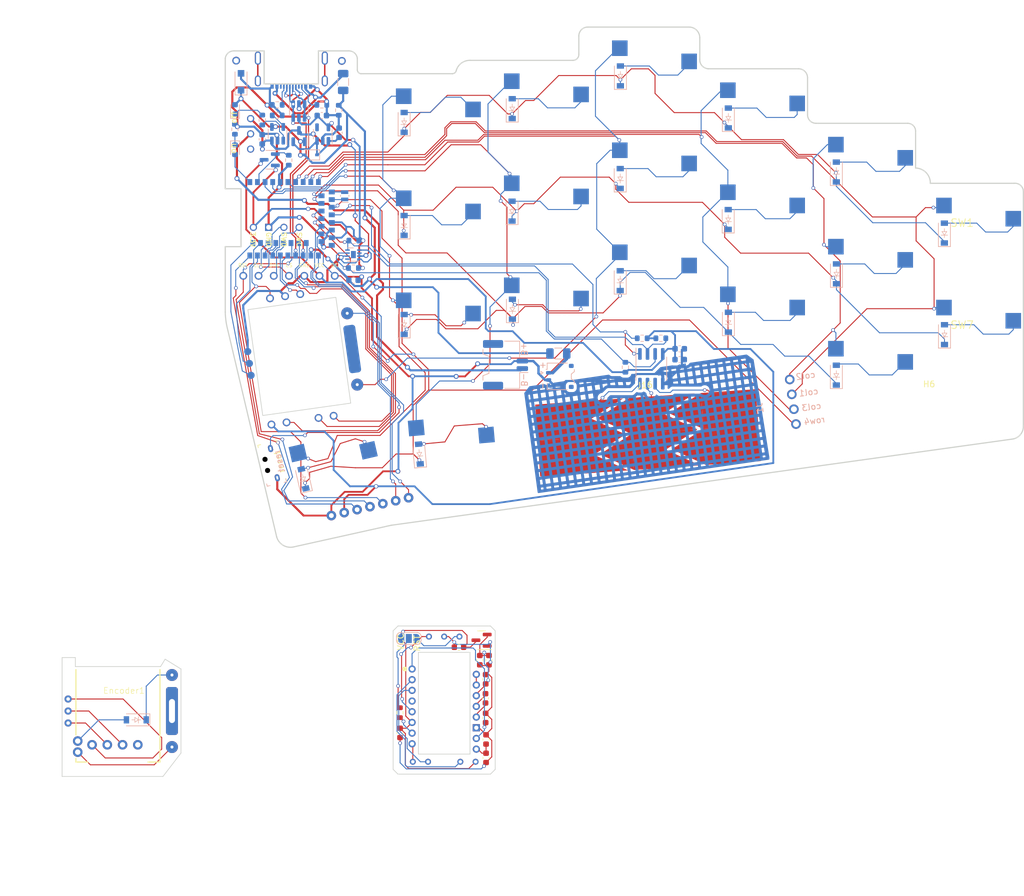
<source format=kicad_pcb>
(kicad_pcb (version 20211014) (generator pcbnew)
  (layers (0 "F.Cu" signal) (31 "B.Cu" signal) (34 "B.Paste" user) (35 "F.Paste" user) (36 "B.SilkS" user "B.Silkscreen") (37 "F.SilkS" user "F.Silkscreen") (38 "B.Mask" user) (39 "F.Mask" user) (44 "Edge.Cuts" user))
  (net 0 "")
  (net 1 "/mcu/VRAW")
  (net 2 "GND")
  (net 3 "Net-(D1-Pad2)")
  (net 4 "Net-(D2-Pad2)")
  (net 5 "Net-(D3-Pad2)")
  (net 6 "Net-(D4-Pad2)")
  (net 7 "Net-(D5-Pad2)")
  (net 8 "Net-(D6-Pad2)")
  (net 9 "Net-(D7-Pad2)")
  (net 10 "Net-(D8-Pad2)")
  (net 11 "Net-(D9-Pad2)")
  (net 12 "Net-(D10-Pad2)")
  (net 13 "Net-(D11-Pad2)")
  (net 14 "Net-(D12-Pad2)")
  (net 15 "Net-(D14-Pad2)")
  (net 16 "Net-(D15-Pad2)")
  (net 17 "Net-(D16-Pad2)")
  (net 18 "Net-(D17-Pad2)")
  (net 19 "/mcu/VBUS")
  (net 20 "Net-(C2-Pad1)")
  (net 21 "/mcu/nRF_VDD")
  (net 22 "/mcu/VBAT")
  (net 23 "Net-(C5-Pad1)")
  (net 24 "/trackball/GND")
  (net 25 "/trackball/1.8V")
  (net 26 "Net-(C8-Pad1)")
  (net 27 "Net-(C8-Pad2)")
  (net 28 "/trackball/3.3V")
  (net 29 "Net-(C12-Pad1)")
  (net 30 "/VCC")
  (net 31 "/keyboard/ROW_1")
  (net 32 "/keyboard/ROW_2")
  (net 33 "/keyboard/ROW_3")
  (net 34 "/encoder/ROW_4")
  (net 35 "Net-(D18-Pad2)")
  (net 36 "/mcu/BLUE_LED")
  (net 37 "/encoder/ENC_A")
  (net 38 "/encoder/ENC_B")
  (net 39 "/encoder/COL_4")
  (net 40 "/encoder/GND")
  (net 41 "Net-(F1-Pad2)")
  (net 42 "Net-(F2-Pad2)")
  (net 43 "/keyboard/COL_1")
  (net 44 "/keyboard/COL_2")
  (net 45 "/keyboard/COL_3")
  (net 46 "/MUX2")
  (net 47 "/mcu/0.22{slash}hi")
  (net 48 "/mcu/1.02")
  (net 49 "/mcu/1.04")
  (net 50 "/mcu/1.00{slash}hi")
  (net 51 "Net-(J12-PadA5)")
  (net 52 "/mcu/D+")
  (net 53 "/mcu/D-")
  (net 54 "Net-(J12-PadB5)")
  (net 55 "unconnected-(J12-PadS1)")
  (net 56 "Net-(J16-Pad1)")
  (net 57 "Net-(J16-Pad2)")
  (net 58 "Net-(J16-Pad3)")
  (net 59 "/mcu/VCC_CTRL")
  (net 60 "Net-(R6-Pad2)")
  (net 61 "Net-(R7-Pad1)")
  (net 62 "/mcu/SDA")
  (net 63 "/mcu/SCL")
  (net 64 "/touchbar/INT")
  (net 65 "/keyboard/COL_5")
  (net 66 "/keyboard/COL_6")
  (net 68 "/mcu/RESET")
  (net 71 "/trackball/SDIO")
  (net 72 "/trackball/SCLK")
  (net 74 "/trackball/NCS")
  (net 75 "/trackball/NRESET")
  (net 76 "/trackball/MOTION")
  (net 77 "Net-(U6-Pad15)")
  (net 78 "Net-(U1-Pad13)")
  (net 79 "Net-(U1-Pad11)")
  (net 80 "/MUX1")
  (net 81 "/mcu/0.12{slash}hi")
  (net 83 "/mcu/0.15{slash}hi")
  (net 84 "/mcu/0.17{slash}hi")
  (net 85 "/mcu/SWD")
  (net 86 "/mcu/SWC")
  (net 87 "/mcu/1.06")
  (net 88 "/mcu/0.10{slash}nfc")
  (net 91 "/mcu/0.24")
  (net 92 "/mcu/0.13")
  (net 93 "Net-(JP1-Pad2)")
  (net 94 "/ROW4")
  (net 95 "/COL4")
  (net 96 "/MUX3")
  (net 97 "Net-(R13-Pad2)")
  (net 98 "Net-(D19-Pad2)")
  (net 99 "Net-(D20-Pad2)")
  (net 100 "Net-(D21-Pad2)")
  (net 101 "Net-(D23-Pad1)")
  (net 102 "Net-(D24-Pad1)")
  (footprint "Capacitor_SMD:C_0603_1608Metric" (layer "F.Cu") (at 120.804 141.526 -90)
    (fp_text reference "C6" hide)
    (fp_text value "100n")
  )
  (footprint "Capacitor_SMD:C_0603_1608Metric" (layer "F.Cu") (at 120.254 151.156 90)
    (fp_text reference "C5" hide)
    (fp_text value "10n")
  )
  (footprint "mylib:Kailh_Choc_Hotplug" (layer "F.Cu") (at 127.878745 68.031463)
    (fp_text reference "SW11" hide)
    (fp_text value "SW_PUSH-kbd" hide)
  )
  (footprint "mylib:Kailh_Choc_Hotplug" (layer "F.Cu") (at 93.51134 112.081463 13)
    (fp_text reference "SW20" hide)
    (fp_text value "SW_PUSH-kbd" hide)
  )
  (footprint "mylib:Conn_Display_MountHole" (layer "F.Cu") (at 87.5 77.5)
    (fp_text reference "J9" hide)
    (fp_text value "Conn_Display_general")
  )
  (footprint "mylib:PMW3610-Ref-Male" (layer "F.Cu") (at 108 143)
    (fp_text reference "J3" hide)
    (fp_text value "Conn_01x07")
    (fp_line (start -2.35 17.52) (end -3.15 16.72) (layer "Edge.Cuts") (width 0.12))
    (fp_line (start 13.85 -6.37) (end 13.85 16.72) (layer "Edge.Cuts") (width 0.12))
    (fp_line (start -3.15 16.72) (end -3.15 -6.37) (layer "Edge.Cuts") (width 0.12))
    (fp_line (start 13.05 17.52) (end -2.35 17.52) (layer "Edge.Cuts") (width 0.12))
    (fp_line (start 13.05 -7.17) (end 13.85 -6.37) (layer "Edge.Cuts") (width 0.12))
    (fp_line (start 13.85 16.72) (end 13.05 17.52) (layer "Edge.Cuts") (width 0.12))
    (fp_line (start -2.35 -7.17) (end 13.05 -7.17) (layer "Edge.Cuts") (width 0.12))
    (fp_line (start -3.15 -6.37) (end -2.35 -7.17) (layer "Edge.Cuts") (width 0.12))
  )
  (footprint "mylib:Kailh_Choc_Hotplug" (layer "F.Cu") (at 145.878745 62.531463)
    (fp_text reference "SW10" hide)
    (fp_text value "SW_PUSH-kbd" hide)
  )
  (footprint "mylib:Kailh_Choc_Hotplug" (layer "F.Cu") (at 145.878745 45.531463)
    (fp_text reference "SW4" hide)
    (fp_text value "SW_PUSH-kbd" hide)
  )
  (footprint "mylib:TouchSlider-3_36x12mm" (layer "F.Cu") (at 147.3 103.658272 4)
    (fp_text reference "J16")
    (fp_text value "Conn_01x03_Male")
  )
  (footprint "mylib:Kailh_Choc_Hotplug" (layer "F.Cu") (at 163.878745 86.531463)
    (fp_text reference "SW15" hide)
    (fp_text value "SW_PUSH-kbd" hide)
  )
  (footprint "mylib:Panasonic_EVQWGD001_Ref" (layer "F.Cu") (at 90.104 90.8 98)
    (fp_text reference "Ref1" hide)
    (fp_text value "Conn_01x05")
    (fp_rect (start -8.9 -8.3) (end 8.9 6.5) (layer "Edge.Cuts") (width 0.12) (fill none))
  )
  (footprint "mylib:Kailh_Choc_Hotplug" (layer "F.Cu") (at 181.878745 61.592)
    (fp_text reference "SW2" hide)
    (fp_text value "SW_PUSH-kbd" hide)
  )
  (footprint "mylib:Kailh_Choc_Hotplug" (layer "F.Cu") (at 109.878745 70.531463)
    (fp_text reference "SW12" hide)
    (fp_text value "SW_PUSH-kbd" hide)
  )
  (footprint "mylib:Kailh_Choc_Hotplug" (layer "F.Cu") (at 199.878745 71.736537)
    (fp_text reference "SW1")
    (fp_text value "SW_PUSH-kbd" hide)
  )
  (footprint "Connector_PinHeader_2.54mm:PinHeader_1x04_P2.54mm_Vertical" (layer "F.Cu") (at 89.184 69.426 -90)
    (fp_text reference "J11" hide)
    (fp_text value "Conn_01x04_Female")
  )
  (footprint "MountingHole:MountingHole_3.2mm_M3_DIN965" (layer "F.Cu") (at 154.884 45.686)
    (fp_text reference "H4" hide)
    (fp_text value "MountingHole")
  )
  (footprint "Capacitor_SMD:C_0603_1608Metric" (layer "F.Cu") (at 115.814 139.366)
    (fp_text reference "C9" hide)
    (fp_text value "1u")
  )
  (footprint "mylib:Panasonic_EVQWGD001_Latest" (layer "F.Cu") (at 60 150 90)
    (fp_text reference "Encoder1" hide)
    (fp_text value "RotaryEncoder")
  )
  (footprint "Capacitor_SMD:C_0603_1608Metric" (layer "F.Cu") (at 120.324 157.806 -90)
    (fp_text reference "C12" hide)
    (fp_text value " 10u (X7R)")
  )
  (footprint "mylib:Kailh_Choc_Hotplug" (layer "F.Cu") (at 127.878745 51.031463)
    (fp_text reference "SW5" hide)
    (fp_text value "SW_PUSH-kbd" hide)
  )
  (footprint "mylib:SW_BSI10" (layer "F.Cu") (at 77.8 53.848 90)
    (fp_text reference "SW_Bat1" hide)
    (fp_text value "SW_Battery-kbd")
  )
  (footprint "mylib:Kailh_Choc_Hotplug" (layer "F.Cu") (at 109.878745 53.531463)
    (fp_text reference "SW6" hide)
    (fp_text value "SW_PUSH-kbd" hide)
  )
  (footprint "mylib:Kailh_Choc_Hotplug" (layer "F.Cu") (at 112.471585 108.481463 5)
    (fp_text reference "SW19" hide)
    (fp_text value "SW_PUSH-kbd" hide)
  )
  (footprint "mylib:Kailh_Choc_Hotplug" (layer "F.Cu") (at 163.878745 69.531463)
    (fp_text reference "SW9" hide)
    (fp_text value "SW_PUSH-kbd" hide)
  )
  (footprint "Package_TO_SOT_SMD:SOT-23" (layer "F.Cu") (at 119.574 138.206 180)
    (fp_text reference "U7" hide)
    (fp_text value "MCP1700-1802E-TT")
  )
  (footprint "MountingHole:MountingHole_3.2mm_M3_DIN965" (layer "F.Cu") (at 117.678745 43.956463)
    (fp_text reference "H2" hide)
    (fp_text value "MountingHole")
  )
  (footprint "mylib:Kailh_Choc_Hotplug" (layer "F.Cu") (at 109.878745 87.531463)
    (fp_text reference "SW18" hide)
    (fp_text value "SW_PUSH-kbd" hide)
  )
  (footprint "MountingHole:MountingHole_3.2mm_M3_DIN965" (layer "F.Cu") (at 101.578745 99.131463)
    (fp_text reference "H3" hide)
    (fp_text value "MountingHole")
  )
  (footprint "Capacitor_SMD:C_0603_1608Metric" (layer "F.Cu") (at 119.284 141.526 -90)
    (fp_text reference "C10" hide)
    (fp_text value "1u")
  )
  (footprint "mylib:Kailh_Choc_Hotplug" (layer "F.Cu") (at 145.878745 79.531463)
    (fp_text reference "SW16" hide)
    (fp_text value "SW_PUSH-kbd" hide)
  )
  (footprint "Resistor_SMD:R_0603_1608Metric" (layer "F.Cu") (at 105.974 150.276 -90)
    (fp_text reference "R13" hide)
    (fp_text value "2M")
  )
  (footprint "MountingHole:MountingHole_3.2mm_M3_DIN965" (layer "F.Cu") (at 194.134 102.286)
    (fp_text reference "H6")
    (fp_text value "MountingHole")
  )
  (footprint "Capacitor_SMD:C_0603_1608Metric" (layer "F.Cu") (at 120.259 144.706 90)
    (fp_text reference "C7" hide)
    (fp_text value "3.3u/16V")
  )
  (footprint "MountingHole:MountingHole_3.2mm_M3_DIN965" (layer "F.Cu") (at 191.284 62.586537)
    (fp_text reference "H1" hide)
    (fp_text value "MountingHole")
  )
  (footprint "mylib:Kailh_Choc_Hotplug" (layer "F.Cu") (at 163.878745 52.531463)
    (fp_text reference "SW3" hide)
    (fp_text value "SW_PUSH-kbd" hide)
  )
  (footprint "Capacitor_SMD:C_0603_1608Metric" (layer "F.Cu") (at 120.234 147.886 -90)
    (fp_text reference "C8" hide)
    (fp_text value " 100n (X7R)")
  )
  (footprint "mylib:Kailh_Choc_Hotplug" (layer "F.Cu") (at 181.878745 95.592)
    (fp_text reference "SW14" hide)
    (fp_text value "SW_PUSH-kbd" hide)
  )
  (footprint "mylib:PMW3610" (layer "F.Cu") (at 108 143)
    (fp_text reference "U6" hide)
    (fp_text value "PMW3610")
    (fp_line (start 1.05 -2.78) (end 1.05 14.18) (layer "Edge.Cuts") (width 0.12))
    (fp_line (start 1.05 -2.78) (end 9.65 -2.78) (layer "Edge.Cuts") (width 0.12))
    (fp_line (start 1.05 14.18) (end 9.65 14.18) (layer "Edge.Cuts") (width 0.12))
    (fp_line (start 9.65 -2.78) (end 9.65 14.18) (layer "Edge.Cuts") (width 0.12))
  )
  (footprint "mylib:Kailh_Choc_Hotplug" (layer "F.Cu") (at 199.878745 88.736537)
    (fp_text reference "SW7")
    (fp_text value "SW_PUSH-kbd" hide)
  )
  (footprint "mylib:Kailh_Choc_Hotplug" (layer "F.Cu") (at 127.878745 85.031463)
    (fp_text reference "SW17" hide)
    (fp_text value "SW_PUSH-kbd" hide)
  )
  (footprint "Capacitor_SMD:C_0603_1608Metric" (layer "F.Cu") (at 120.324 154.736 90)
    (fp_text reference "C13" hide)
    (fp_text value " 10n (X7R)")
  )
  (footprint "mylib:Kailh_Choc_Hotplug" (layer "F.Cu") (at 181.878745 78.592)
    (fp_text reference "SW8" hide)
    (fp_text value "SW_PUSH-kbd" hide)
  )
  (footprint "MountingHole:MountingHole_3.2mm_M3_DIN965" (layer "F.Cu") (at 123.528745 112.461463)
    (fp_text reference "H5" hide)
    (fp_text value "MountingHole")
  )
  (footprint "mylib:Panasonic_EVQWGD001_Ref_Male" (layer "F.Cu") (at 60 150 90)
    (fp_text reference "J5" hide)
    (fp_text value "Conn_01x05")
    (fp_line (start 8.9 -8.1) (end 7.4 -8.1) (layer "Edge.Cuts") (width 0.12))
    (fp_line (start -10.9 -10.3) (end 8.9 -10.3) (layer "Edge.Cuts") (width 0.12))
    (fp_line (start 8.9 -10.3) (end 8.9 -8.1) (layer "Edge.Cuts") (width 0.12))
    (fp_line (start 7.4 6.1) (end 8.636 6.858) (layer "Edge.Cuts") (width 0.12))
    (fp_line (start 7.4 -8.1) (end 7.4 6.1) (layer "Edge.Cuts") (width 0.12))
    (fp_line (start -7 9.5) (end -10.9 6.5) (layer "Edge.Cuts") (width 0.12))
    (fp_line (start -10.9 6.5) (end -10.9 -10.3) (layer "Edge.Cuts") (width 0.12))
    (fp_line (start 8.636 6.858) (end 7 9.5) (layer "Edge.Cuts") (width 0.12))
    (fp_line (start 7 9.5) (end -7 9.5) (layer "Edge.Cuts") (width 0.12))
  )
  (footprint "Capacitor_SMD:C_0603_1608Metric" (layer "F.Cu") (at 105.994 153.646 -90)
    (fp_text reference "C11" hide)
    (fp_text value "100n")
  )
  (footprint "Resistor_SMD:R_0603_1608Metric" (layer "B.Cu") (at 98.235 76.2 180)
    (fp_text reference "R9" hide)
    (fp_text value "5.1k")
  )
  (footprint "mylib:Diode" (layer "B.Cu") (at 160.684 51.206 90)
    (fp_text reference "D3" hide)
    (fp_text value "1N4148W" hide)
  )
  (footprint "Fuse:Fuse_1206_3216Metric" (layer "B.Cu") (at 96.52 45.212 90)
    (fp_text reference "F1" hide)
    (fp_text value "500mA")
  )
  (footprint "mylib:Diode" (layer "B.Cu") (at 124.684 49.646 90)
    (fp_text reference "D5" hide)
    (fp_text value "1N4148W" hide)
  )
  (footprint "Resistor_SMD:R_0603_1608Metric" (layer "B.Cu") (at 146.332 87.906 180)
    (fp_text reference "R12" hide)
    (fp_text value "10k")
  )
  (footprint "mylib:Diode" (layer "B.Cu") (at 196.694 87.296537 90)
    (fp_text reference "D7" hide)
    (fp_text value "1N4148W" hide)
  )
  (footprint "mylib:Diode" (layer "B.Cu") (at 106.68 51.942 90)
    (fp_text reference "D6" hide)
    (fp_text value "1N4148W" hide)
  )
  (footprint "Capacitor_SMD:C_0603_1608Metric" (layer "B.Cu") (at 95.844 53.666 90)
    (fp_text reference "C2" hide)
    (fp_text value "10u")
  )
  (footprint "mylib:Diode" (layer "B.Cu") (at 196.674 70.376537 90)
    (fp_text reference "D1" hide)
    (fp_text value "1N4148W" hide)
  )
  (footprint "Resistor_SMD:R_0603_1608Metric" (layer "B.Cu") (at 143.538 92.732 90)
    (fp_text reference "R10" hide)
    (fp_text value "10k")
  )
  (footprint "mylib:nrfmicro_USB-C_C168688" (layer "B.Cu") (at 87.878743 45.531463 180)
    (fp_text reference "J12" hide)
    (fp_text value "USB-C USB 2.0 MC-372")
  )
  (footprint "mylib:Diode" (layer "B.Cu") (at 106.674 69.106 90)
    (fp_text reference "D12" hide)
    (fp_text value "1N4148W" hide)
  )
  (footprint "mylib:Diode" (layer "B.Cu") (at 124.654 66.726 90)
    (fp_text reference "D11" hide)
    (fp_text value "1N4148W" hide)
  )
  (footprint "mylib:Diode" (layer "B.Cu") (at 160.694 85.226 90)
    (fp_text reference "D15" hide)
    (fp_text value "1N4148W" hide)
  )
  (footprint "Crystal:Crystal_SMD_MicroCrystal_CM9V-T1A-2Pin_1.6x1.0mm" (layer "B.Cu") (at 96.774 64.17 90)
    (fp_text reference "X1" hide)
    (fp_text value "32.768 kHz")
  )
  (footprint "Diode_SMD:D_SOD-123F" (layer "B.Cu") (at 79.504 45.1685 90)
    (fp_text reference "D25" hide)
    (fp_text value "SMF9.0CA")
  )
  (footprint "mylib:MAX17048-TDFN-8-1EP_2x2mm_P0.5mm_EP0.8x1.2mm" (layer "B.Cu") (at 98.226 73.96 180)
    (fp_text reference "U4" hide)
    (fp_text value "MAX17048")
  )
  (footprint "mylib:Diode" (layer "B.Cu") (at 109.22 107.188 95)
    (fp_text reference "D19" hide)
    (fp_text value "1N4148W" hide)
  )
  (footprint "Resistor_SMD:R_0603_1608Metric" (layer "B.Cu") (at 85.534 50.786)
    (fp_text reference "R7" hide)
    (fp_text value "5K")
  )
  (footprint "mylib:Diode" (layer "B.Cu") (at 124.714 83.058 90)
    (fp_text reference "D17" hide)
    (fp_text value "1N4148W" hide)
  )
  (footprint "mylib:JST_ACH_BM02B-ACHSS-GAN-ETF_1x02-1MP_P1.20mm_Vertical" (layer "B.Cu") (at 132.616 94.256 -90)
    (fp_text reference "WirelessCharger1" hide)
    (fp_text value "Conn_01x02_Female" hide)
  )
  (footprint "Capacitor_SMD:C_0603_1608Metric" (layer "B.Cu") (at 92.964 50.8)
    (fp_text reference "C3" hide)
    (fp_text value "4.7u")
  )
  (footprint "Capacitor_SMD:C_0603_1608Metric" (layer "B.Cu") (at 152.584 89.656)
    (fp_text reference "C15" hide)
    (fp_text value "1uF")
  )
  (footprint "mylib:E73-2G4M08S1C-52840" (layer "B.Cu") (at 95 68 180)
    (fp_text reference "U1" hide)
    (fp_text value "E73-2G4M08S1C" hide)
  )
  (footprint "LED_SMD:LED_0603_1608Metric" (layer "B.Cu") (at 78.5 56.5 -90)
    (fp_text reference "D23" hide)
    (fp_text value "BLUE")
  )
  (footprint "Capacitor_SMD:C_0603_1608Metric" (layer "B.Cu") (at 83.034 54.756 90)
    (fp_text reference "C4" hide)
    (fp_text value "0.1u")
  )
  (footprint "Package_TO_SOT_SMD:SOT-23-5" (layer "B.Cu") (at 93.114 53.896 90)
    (fp_text reference "U3" hide)
    (fp_text value "XC6220B331MR-G")
  )
  (footprint "mylib:Diode" (layer "B.Cu") (at 178.674 94.046537 90)
    (fp_text reference "D14" hide)
    (fp_text value "1N4148W" hide)
  )
  (footprint "Capacitor_SMD:C_0603_1608Metric" (layer "B.Cu") (at 98.236 78.232)
    (fp_text reference "C1" hide)
    (fp_text value "4.7u")
  )
  (footprint "Resistor_SMD:R_0603_1608Metric" (layer "B.Cu") (at 149.443 87.906)
    (fp_text reference "R11" hide)
    (fp_text value "10k")
  )
  (footprint "Resistor_SMD:R_0603_1608Metric" (layer "B.Cu") (at 92.964 49.022 180)
    (fp_text reference "R2" hide)
    (fp_text value "5.1K")
  )
  (footprint "mylib:SW_Reset_vertical" (layer "B.Cu") (at 82.885306 109.191694 -77)
    (fp_text reference "SW_Reset1" hide)
    (fp_text value "SW_RESET-kbd")
  )
  (footprint "Package_TO_SOT_SMD:SOT-23" (layer "B.Cu") (at 89.154 54.226 90)
    (fp_text reference "Q1" hide)
    (fp_text value "AO3407")
  )
  (footprint "mylib:Diode" (layer "B.Cu") (at 62.064 151.466 180)
    (fp_text reference "D21" hide)
    (fp_text value "1N4148W" hide)
  )
  (footprint "Resistor_SMD:R_0603_1608Metric" (layer "B.Cu") (at 78.486 53.086 90)
    (fp_text reference "R4" hide)
    (fp_text value "1K")
  )
  (footprint "mylib:Molex_Panelmate_53780-0270_1x02-1MP_P1.25mm_Horizontal" (layer "B.Cu") (at 123.564 92.326 90)
    (fp_text reference "Bat_main1" hide)
    (fp_text value "Conn_Battery_solderable")
  )
  (footprint "Fuse:Fuse_1206_3216Metric" (layer "B.Cu") (at 132.362 90.446)
    (fp_text reference "F2" hide)
    (fp_text value "500mA")
  )
  (footprint "mylib:Diode" (layer "B.Cu") (at 142.674 61.286 90)
    (fp_text reference "D10" hide)
    (fp_text value "1N4148W" hide)
  )
  (footprint "Resistor_SMD:R_0603_1608Metric" (layer "B.Cu") (at 95.784 49.916 -90)
    (fp_text reference "R3" hide)
    (fp_text value "100K")
  )
  (footprint "Resistor_SMD:R_0603_1608Metric" (layer "B.Cu") (at 85.534 49.022 180)
    (fp_text reference "R1" hide)
    (fp_text value "5.1K")
  )
  (footprint "mylib:Diode" (layer "B.Cu") (at 142.674 78.306 90)
    (fp_text reference "D16" hide)
    (fp_text value "1N4148W" hide)
  )
  (footprint "Package_TO_SOT_SMD:SOT-23" (layer "B.Cu") (at 84.284 58.166 180)
    (fp_text reference "Q2" hide)
    (fp_text value "AO3407")
  )
  (footprint "mylib:SRV05-4" (layer "B.Cu") (at 89.144 50.038 -90)
    (fp_text reference "U2" hide)
    (fp_text value "SRV05-4")
  )
  (footprint "mylib:Diode" (layer "B.Cu") (at 178.694 77.166537 90)
    (fp_text reference "D8" hide)
    (fp_text value "1N4148W" hide)
  )
  (footprint "Package_TO_SOT_SMD:SOT-23-5" (layer "B.Cu") (at 85.594 53.836 90)
    (fp_text reference "U5" hide)
    (fp_text value "TP4054")
  )
  (footprint "Resistor_SMD:R_0603_1608Metric" (layer "B.Cu") (at 83.044 51.546 -90)
    (fp_text reference "R6" hide)
    (fp_text value "1K")
  )
  (footprint "mylib:Magnetic-PogoPin-1x07-Male" (layer "B.Cu") (at 100.984 115.956 13)
    (fp_text reference "J10" hide)
    (fp_text value "Conn_01x07")
  )
  (footprint "mylib:Diode" (layer "B.Cu") (at 160.664 68.116 90)
    (fp_text reference "D9" hide)
    (fp_text value "1N4148W" hide)
  )
  (footprint "mylib:PMW3610-Ref" (layer "B.Cu") (at 92.9 85.5 -172)
    (fp_text reference "Ref2" hide)
    (fp_text value "Conn_1x07")
  )
  (footprint "Resistor_SMD:R_0603_1608Metric" (layer "B.Cu") (at 87.454 58.236 -90)
    (fp_text reference "R5" hide)
    (fp_text value "2M")
  )
  (footprint "Resistor_SMD:R_0603_1608Metric" (layer "B.Cu") (at 98.298 71.628 180)
    (fp_text reference "R8" hide)
    (fp_text value "5.1k")
  )
  (footprint "mylib:Diode" (layer "B.Cu") (at 106.68 85.598 90)
    (fp_text reference "D18" hide)
    (fp_text value "1N4148W" hide)
  )
  (footprint "LED_SMD:LED_0603_1608Metric" (layer "B.Cu") (at 78.5 49.784 90)
    (fp_text reference "D24" hide)
    (fp_text value "RED")
  )
  (footprint "mylib:Diode" (layer "B.Cu") (at 89.916 111.308 103)
    (fp_text reference "D20" hide)
    (fp_text value "1N4148W" hide)
  )
  (footprint "mylib:Diode" (layer "B.Cu") (at 178.674 60.206537 90)
    (fp_text reference "D2" hide)
    (fp_text value "1N4148W" hide)
  )
  (footprint "Package_SO:SOIC-8_3.9x4.9mm_P1.27mm" (layer "B.Cu") (at 147.856 92.986 -90)
    (fp_text reference "U8" hide)
    (fp_text value "CAP1203")
  )
  (footprint "Diode_SMD:D_SOD-323" (layer "B.Cu") (at 91.104 57.356 180)
    (fp_text reference "D22" hide)
    (fp_text value "BAT60B")
  )
  (footprint "Capacitor_SMD:C_0603_1608Metric" (layer "B.Cu") (at 152.574 91.456)
    (fp_text reference "C14" hide)
    (fp_text value "0.1uF")
  )
  (footprint "mylib:Diode" (layer "B.Cu") (at 142.704 44.196 90)
    (fp_text reference "D4" hide)
    (fp_text value "1N4148W" hide)
  )
  (footprint "Jumper:SolderJumper-3_P1.3mm_Open_RoundedPad1.0x1.5mm_NumberLabels" (layer "B.Cu") (at 107.454 137.916 180)
    (fp_text reference "JP1" hide)
    (fp_text value "SolderJumper_3_Open")
  )
  (footprint "mylib:Magnetic-PogoPin-1x04-Female" (layer "B.Cu") (at 171.434 98.483835 -82)
    (fp_text reference "J1")
    (fp_text value "expantion1")
  )
  (gr_line (start 157.328743 43.006463) (end 172.378743 43.006463) (layer "Edge.Cuts") (width 0.2))
  (gr_arc (start 154.233743 36.061463) (mid 155.438805 36.621321) (end 155.928743 37.856463) (layer "Edge.Cuts") (width 0.2))
  (gr_line (start 175.278743 52.092) (end 190.528743 52.092) (layer "Edge.Cuts") (width 0.2))
  (gr_arc (start 115.373629 43.255698) (mid 115.152929 43.657538) (end 114.728743 43.831463) (layer "Edge.Cuts") (width 0.2))
  (gr_line (start 79.502 72.644) (end 76.878743 72.644) (layer "Edge.Cuts") (width 0.2))
  (gr_line (start 77.328743 86.656463) (end 85.438743 120.976463) (layer "Edge.Cuts") (width 0.2))
  (gr_arc (start 135.778938 37.54105) (mid 136.222437 36.490666) (end 137.278743 36.061463) (layer "Edge.Cuts") (width 0.2))
  (gr_arc (start 175.278743 52.092) (mid 174.283616 51.669449) (end 173.878743 50.667) (layer "Edge.Cuts") (width 0.2))
  (gr_line (start 83.348743 45.531463) (end 92.398743 45.531463) (layer "Edge.Cuts") (width 0.2))
  (gr_line (start 79.502 62.992) (end 79.502 72.644) (layer "Edge.Cuts") (width 0.2))
  (gr_line (start 83.348743 40.033963) (end 83.348743 45.531463) (layer "Edge.Cuts") (width 0.2))
  (gr_line (start 97.378743 40.031463) (end 92.398743 40.033963) (layer "Edge.Cuts") (width 0.2))
  (gr_arc (start 172.378743 43.006463) (mid 173.439403 43.445803) (end 173.878743 44.506463) (layer "Edge.Cuts") (width 0.2))
  (gr_line (start 117.678743 41.606463) (end 134.828743 41.606463) (layer "Edge.Cuts") (width 0.2))
  (gr_line (start 191.878743 53.367) (end 191.878743 59.546537) (layer "Edge.Cuts") (width 0.2))
  (gr_arc (start 97.378743 40.031463) (mid 98.379645 40.35538) (end 98.878743 41.281463) (layer "Edge.Cuts") (width 0.2))
  (gr_line (start 173.878743 44.506463) (end 173.878743 50.667) (layer "Edge.Cuts") (width 0.2))
  (gr_line (start 104.503743 119.056463) (end 88.198743 122.676463) (layer "Edge.Cuts") (width 0.2))
  (gr_arc (start 191.878743 59.546537) (mid 193.632422 60.308034) (end 194.334 62.086532) (layer "Edge.Cuts") (width 0.2))
  (gr_arc (start 190.528743 52.092) (mid 191.467805 52.449905) (end 191.878743 53.367) (layer "Edge.Cuts") (width 0.2))
  (gr_line (start 137.278743 36.061463) (end 154.233743 36.061463) (layer "Edge.Cuts") (width 0.2))
  (gr_arc (start 88.198743 122.676463) (mid 86.485968 122.366733) (end 85.438743 120.976463) (layer "Edge.Cuts") (width 0.2))
  (gr_line (start 104.503743 119.056463) (end 208.1918 104.669987) (layer "Edge.Cuts") (width 0.2))
  (gr_line (start 155.928743 37.856463) (end 155.928743 41.426) (layer "Edge.Cuts") (width 0.2))
  (gr_arc (start 77.328743 86.656463) (mid 77.008697 85.10765) (end 76.878743 83.531463) (layer "Edge.Cuts") (width 0.2))
  (gr_arc (start 99.454743 43.831463) (mid 99.056305 43.620742) (end 98.878743 43.206463) (layer "Edge.Cuts") (width 0.2))
  (gr_arc (start 115.373629 43.255698) (mid 116.24686 42.040671) (end 117.678743 41.606463) (layer "Edge.Cuts") (width 0.2))
  (gr_line (start 76.878743 62.992) (end 76.878743 41.281463) (layer "Edge.Cuts") (width 0.2))
  (gr_line (start 98.878743 43.206463) (end 98.878743 41.281463) (layer "Edge.Cuts") (width 0.2))
  (gr_line (start 194.334 62.086532) (end 208.308 62.086532) (layer "Edge.Cuts") (width 0.2))
  (gr_arc (start 209.831984 102.535003) (mid 209.388821 103.892068) (end 208.1918 104.669987) (layer "Edge.Cuts") (width 0.2))
  (gr_line (start 209.832 63.346537) (end 209.831984 102.535003) (layer "Edge.Cuts") (width 0.2))
  (gr_line (start 92.398743 45.531463) (end 92.398743 40.033963) (layer "Edge.Cuts") (width 0.2))
  (gr_line (start 83.348743 40.033963) (end 78.378743 40.031463) (layer "Edge.Cuts") (width 0.2))
  (gr_arc (start 76.878743 41.281463) (mid 77.381918 40.360273) (end 78.378743 40.031463) (layer "Edge.Cuts") (width 0.2))
  (gr_line (start 135.778743 40.606463) (end 135.778743 37.541063) (layer "Edge.Cuts") (width 0.2))
  (gr_line (start 76.878743 62.992) (end 79.502 62.992) (layer "Edge.Cuts") (width 0.2))
  (gr_arc (start 208.308 62.086532) (mid 209.330956 62.400904) (end 209.832 63.346537) (layer "Edge.Cuts") (width 0.2))
  (gr_line (start 76.878743 83.531463) (end 76.878743 72.644) (layer "Edge.Cuts") (width 0.2))
  (gr_arc (start 157.328743 43.006463) (mid 156.301419 42.506181) (end 155.928743 41.426) (layer "Edge.Cuts") (width 0.2))
  (gr_arc (start 135.778742 40.60646) (mid 135.51085 41.303213) (end 134.828743 41.606463) (layer "Edge.Cuts") (width 0.2))
  (gr_line (start 99.454743 43.831463) (end 114.728743 43.831463) (layer "Edge.Cuts") (width 0.2))
  (gr_text "VCC" (at 106.104 138.456 90) (layer "F.SilkS") (effects (font (size 1 1))))
  (gr_text "RST" (at 108.834 138.716 90) (layer "F.SilkS") (effects (font (size 1 1))))
  (segment (start 93.986 65.518) (end 95.056 66.588) (width 0.35) (layer "F.Cu") (net 1))
  (segment (start 102.164 87.68) (end 107.216 92.732) (width 0.35) (layer "F.Cu") (net 1))
  (segment (start 102.49552 68.95752) (end 102.49552 78.10552) (width 0.35) (layer "F.Cu") (net 1))
  (segment (start 95.056 66.588) (end 100.126 66.588) (width 0.35) (layer "F.Cu") (net 1))
  (segment (start 100.126 66.588) (end 102.49552 68.95752) (width 0.35) (layer "F.Cu") (net 1))
  (segment (start 79.766 55.148) (end 78.826 56.088) (width 0.35) (layer "F.Cu") (net 1))
  (segment (start 79.8 55.148) (end 79.766 55.148) (width 0.35) (layer "F.Cu") (net 1))
  (segment (start 78.826 56.088) (end 78.826 61.288) (width 0.35) (layer "F.Cu") (net 1))
  (segment (start 102.49552 78.10552) (end 103.152 78.762) (width 0.35) (layer "F.Cu") (net 1))
  (segment (start 81.1 53.848) (end 79.8 55.148) (width 0.35) (layer "F.Cu") (net 1))
  (segment (start 102.164 80.766) (end 102.164 87.68) (width 0.35) (layer "F.Cu") (net 1))
  (segment (start 103.152 79.778) (end 102.164 80.766) (width 0.35) (layer "F.Cu") (net 1))
  (segment (start 90.056 64.938) (end 90.636 65.518) (width 0.35) (layer "F.Cu") (net 1))
  (segment (start 103.152 78.762) (end 103.152 79.778) (width 0.35) (layer "F.Cu") (net 1))
  (segment (start 90.636 65.518) (end 93.986 65.518) (width 0.35) (layer "F.Cu") (net 1))
  (via (at 107.216 92.732) (size 0.8) (drill 0.5) (layers "F.Cu" "B.Cu") (net 1))
  (via (at 78.826 61.288) (size 0.8) (drill 0.5) (layers "F.Cu" "B.Cu") (net 1))
  (via (at 90.056 64.938) (size 0.8) (drill 0.5) (layers "F.Cu" "B.Cu") (net 1))
  (segment (start 82.376 64.838) (end 89.956 64.838) (width 0.35) (layer "B.Cu") (net 1))
  (segment (start 126.364 92.951) (end 126.075 93.24) (width 0.35) (layer "B.Cu") (net 1))
  (segment (start 107.724 93.24) (end 107.216 92.732) (width 0.35) (layer "B.Cu") (net 1))
  (segment (start 89.956 64.838) (end 90.056 64.938) (width 0.35) (layer "B.Cu") (net 1))
  (segment (start 78.826 61.288) (end 82.376 64.838) (width 0.35) (layer "B.Cu") (net 1))
  (segment (start 126.075 93.24) (end 107.724 93.24) (width 0.35) (layer "B.Cu") (net 1))
  (segment (start 118.920406 92.150309) (end 116.814715 94.256) (width 0.3) (layer "F.Cu") (net 2))
  (segment (start 107.418077 94.236) (end 101.324 88.141923) (width 0.3) (layer "F.Cu") (net 2))
  (segment (start 89.901988 50.972012) (end 85.760012 50.972012) (width 0.35) (layer "F.Cu") (net 2))
  (segment (start 99.596 79.524) (end 99.596 77.6635) (width 0.3) (layer "F.Cu") (net 2))
  (segment (start 80.906 46.118) (end 83.856 49.068) (width 0.35) (layer "F.Cu") (net 2))
  (segment (start 93.286 71.338) (end 89.716 67.768) (width 0.35) (layer "F.Cu") (net 2))
  (segment (start 89.716 67.768) (end 89.216 67.768) (width 0.35) (layer "F.Cu") (net 2))
  (segment (start 78.883 50.275) (end 78.056 49.448) (width 0.35) (layer "F.Cu") (net 2))
  (segment (start 101.324 88.141923) (end 101.324 81.252) (width 0.3) (layer "F.Cu") (net 2))
  (segment (start 85.542579 113.054579) (end 89.924 117.436) (width 0.35) (layer "F.Cu") (net 2))
  (segment (start 86.056701 80.103299) (end 86.850531 80.897129) (width 0.35) (layer "F.Cu") (net 2))
  (segment (start 85.542579 111.143974) (end 85.542579 113.054579) (width 0.35) (layer "F.Cu") (net 2))
  (segment (start 92.406 48.468) (end 89.901988 50.972012) (width 0.35) (layer "F.Cu") (net 2))
  (segment (start 105.634 110.066) (end 103.174 110.066) (width 0.3) (layer "F.Cu") (net 2))
  (segment (start 95.996 74.438) (end 96.176 74.438) (width 0.35) (layer "F.Cu") (net 2))
  (segment (start 94.466 72.728) (end 96.176 74.438) (width 0.2) (layer "F.Cu") (net 2))
  (segment (start 93.894 76.54) (end 95.996 74.438) (width 0.35) (layer "F.Cu") (net 2))
  (segment (start 78.056 49.448) (end 78.056 46.828) (width 0.35) (layer "F.Cu") (net 2))
  (segment (start 78.766 46.118) (end 80.906 46.118) (width 0.35) (layer "F.Cu") (net 2))
  (segment (start 86.336 58.788) (end 86.336 62.253998) (width 0.35) (layer "F.Cu") (net 2))
  (segment (start 92.202 46.482) (end 91.812 46.482) (width 0.35) (layer "F.Cu") (net 2))
  (segment (start 93.672511 78.539489) (end 93.894 78.318) (width 0.35) (layer "F.Cu") (net 2))
  (segment (start 93.766 48.468) (end 92.406 48.468) (width 0.35) (layer "F.Cu") (net 2))
  (segment (start 99.596 77.6635) (end 96.9735 77.6635) (width 0.3) (layer "F.Cu") (net 2))
  (segment (start 99.753511 113.486489) (end 96.773511 113.486489) (width 0.3) (layer "F.Cu") (net 2))
  (segment (start 103.174 110.066) (end 99.753511 113.486489) (width 0.3) (layer "F.Cu") (net 2))
  (segment (start 86.336 62.253998) (end 85.851998 62.738) (width 0.35) (layer "F.Cu") (net 2))
  (segment (start 89.924 117.436) (end 89.928677 117.440677) (width 0.3) (layer "F.Cu") (net 2))
  (segment (start 84.104 64.486) (end 84.104 69.426) (width 0.35) (layer "F.Cu") (net 2))
  (segment (start 85.852 62.738) (end 84.104 64.486) (width 0.35) (layer "F.Cu") (net 2))
  (segment (start 93.894 78.318) (end 93.894 76.54) (width 0.35) (layer "F.Cu") (net 2))
  (segment (start 95.532 76.222) (end 95.532 75.082) (width 0.3) (layer "F.Cu") (net 2))
  (segment (start 94.553158 115.706842) (end 94.553158 117.440677) (width 0.3) (layer "F.Cu") (net 2))
  (segment (start 93.286 72.728) (end 94.466 72.728) (width 0.2) (layer "F.Cu") (net 2))
  (segment (start 90.04 77.5) (end 91.079489 78.539489) (width 0.35) (layer "F.Cu") (net 2))
  (segment (start 91.079489 78.539489) (end 93.672511 78.539489) (width 0.35) (layer "F.Cu") (net 2))
  (segment (start 78.056 46.828) (end 78.766 46.118) (width 0.35) (layer "F.Cu") (net 2))
  (segment (start 87.424 78.736) (end 86.056701 80.103299) (width 0.35) (layer "F.Cu") (net 2))
  (segment (start 116.814715 94.256) (end 115.344 94.256) (width 0.3) (layer "F.Cu") (net 2))
  (segment (start 89.4 77.5) (end 88.164 78.736) (width 0.35) (layer "F.Cu") (net 2))
  (segment (start 96.773511 113.486489) (end 94.553158 115.706842) (width 0.3) (layer "F.Cu") (net 2))
  (segment (start 85.760012 50.972012) (end 83.856 49.068) (width 0.35) (layer "F.Cu") (net 2))
  (segment (start 108.084 94.236) (end 107.418077 94.236) (width 0.3) (layer "F.Cu") (net 2))
  (segment (start 101.324 81.252) (end 99.596 79.524) (width 0.3) (layer "F.Cu") (net 2))
  (segment (start 91.812 46.482) (end 89.186 49.108) (width 0.35) (layer "F.Cu") (net 2))
  (segment (start 88.164 78.736) (end 87.424 78.736) (width 0.35) (layer "F.Cu") (net 2))
  (segment (start 93.286 72.728) (end 93.286 71.338) (width 0.35) (layer "F.Cu") (net 2))
  (segment (start 89.186 49.108) (end 89.186 49.648) (width 0.35) (layer "F.Cu") (net 2))
  (segment (start 90.04 77.5) (end 89.4 77.5) (width 0.35) (layer "F.Cu") (net 2))
  (segment (start 92.202 46.482) (end 93.766 48.046) (width 0.35) (layer "F.Cu") (net 2))
  (segment (start 93.766 48.046) (end 93.766 48.468) (width 0.35) (layer "F.Cu") (net 2))
  (segment (start 95.532 75.082) (end 96.176 74.438) (width 0.3) (layer "F.Cu") (net 2))
  (segment (start 78.883 52.658) (end 78.883 50.275) (width 0.35) (layer "F.Cu") (net 2))
  (segment (start 85.476 57.928) (end 86.336 58.788) (width 0.35) (layer "F.Cu") (net 2))
  (segment (start 89.928677 117.440677) (end 94.553158 117.440677) (width 0.3) (layer "F.Cu") (net 2))
  (segment (start 85.476 54.078) (end 85.476 57.928) (width 0.35) (layer "F.Cu") (net 2))
  (segment (start 96.9735 77.6635) (end 95.532 76.222) (width 0.3) (layer "F.Cu") (net 2))
  (via (at 85.851998 62.738) (size 0.8) (drill 0.5) (layers "F.Cu" "B.Cu") (net 2))
  (via (at 108.084 94.236) (size 0.8) (drill 0.5) (layers "F.Cu" "B.Cu") (net 2))
  (via (at 92.202 46.482) (size 0.8) (drill 0.5) (layers "F.Cu" "B.Cu") (net 2))
  (via (at 99.596 77.6635) (size 0.8) (drill 0.5) (layers "F.Cu" "B.Cu") (net 2))
  (via (at 105.634 110.066) (size 0.8) (drill 0.5) (layers "F.Cu" "B.Cu") (net 2))
  (via (at 118.920406 92.150309) (size 0.8) (drill 0.5) (layers "F.Cu" "B.Cu") (net 2))
  (via (at 89.186 49.648) (size 0.8) (drill 0.5) (layers "F.Cu" "B.Cu") (net 2))
  (via (at 115.344 94.256) (size 0.8) (drill 0.5) (layers "F.Cu" "B.Cu") (net 2))
  (via (at 83.856 49.068) (size 0.8) (drill 0.5) (layers "F.Cu" "B.Cu") (net 2))
  (via (at 93.766 48.468) (size 0.8) (drill 0.5) (layers "F.Cu" "B.Cu") (net 2))
  (via (at 78.883 52.658) (size 0.8) (drill 0.5) (layers "F.Cu" "B.Cu") (net 2))
  (via (at 96.176 74.438) (size 0.8) (drill 0.5) (layers "F.Cu" "B.Cu") (net 2))
  (via (at 89.216 67.768) (size 0.8) (drill 0.5) (layers "F.Cu" "B.Cu") (net 2))
  (via (at 93.286 72.728) (size 0.8) (drill 0.5) (layers "F.Cu" "B.Cu") (net 2))
  (via (at 85.476 54.078) (size 0.8) (drill 0.5) (layers "F.Cu" "B.Cu") (net 2))
  (segment (start 108.084 99.636) (end 108.084 94.236) (width 0.3) (layer "B.Cu") (net 2))
  (segment (start 145.334 93.866) (end 144.182 95.018) (width 0.35) (layer "B.Cu") (net 2))
  (segment (start 96.176 74.838) (end 96.176 74.438) (width 0.2) (layer "B.Cu") (net 2))
  (segment (start 79.504 44.714) (end 81.095983 46.305983) (width 0.35) (layer "B.Cu") (net 2))
  (segment (start 82.224 80.026) (end 85.979402 80.026) (width 0.35) (layer "B.Cu") (net 2))
  (segment (start 79.876419 82.942689) (end 79.876419 82.373581) (width 0.35) (layer "B.Cu") (net 2))
  (segment (start 83.902 49.022) (end 83.856 49.068) (width 0.35) (layer "B.Cu") (net 2))
  (segment (start 95.784 50.741) (end 93.798 50.741) (width 0.35) (layer "B.Cu") (net 2))
  (segment (start 108.084 94.236) (end 115.324 94.236) (width 0.3) (layer "B.Cu") (net 2))
  (segment (start 126.364 91.701) (end 125.011 91.701) (width 0.3) (layer "B.Cu") (net 2))
  (segment (start 152.941077 89.827463) (end 152.941077 92.571441) (width 0.35) (layer "B.Cu") (net 2))
  (segment (start 85.762 67.768) (end 89.216 67.768) (width 0.35) (layer "B.Cu") (net 2))
  (segment (start 126.364 91.701) (end 128.187431 91.701) (width 0.4) (layer "B.Cu") (net 2))
  (segment (start 84.709 49.022) (end 84.309223 48.622223) (width 0.35) (layer "B.Cu") (net 2))
  (segment (start 96.404 74.21) (end 96.176 74.438) (width 0.2) (layer "B.Cu") (net 2))
  (segment (start 95.784 50.741) (end 95.784 52.831) (width 0.35) (layer "B.Cu") (net 2))
  (segment (start 129.06 93.748) (end 130.168 94.856) (width 0.4) (layer "B.Cu") (net 2))
  (segment (start 124.488 92.224) (end 118.994097 92.224) (width 0.3) (layer "B.Cu") (net 2))
  (segment (start 86.05 61.881) (end 86.05 62.539998) (width 0.2) (layer "B.Cu") (net 2))
  (segment (start 80.616161 90.113774) (end 80.616161 88.206226) (width 0.35) (layer "B.Cu") (net 2))
  (segment (start 105.634 110.066) (end 105.734 109.966) (width 0.3) (layer "B.Cu") (net 2))
  (segment (start 150.051518 95.461) (end 149.761 95.461) (width 0.35) (layer "B.Cu") (net 2))
  (segment (start 99.596 77.6635) (end 99.0275 78.232) (width 0.3) (layer "B.Cu") (net 2))
  (segment (start 118.994097 92.224) (end 118.920406 92.150309) (width 0.3) (layer "B.Cu") (net 2))
  (segment (start 99.942 75.184) (end 99.468 74.71) (width 0.2) (layer "B.Cu") (net 2))
  (segment (start 86.05 62.539998) (end 85.851998 62.738) (width 0.2) (layer "B.Cu") (net 2))
  (segment (start 96.676 75.338) (end 96.176 74.838) (width 0.2) (layer "B.Cu") (net 2))
  (segment (start 128.187431 91.701) (end 129.06 92.573569) (width 0.4) (layer "B.Cu") (net 2))
  (segment (start 84.309223 46.305983) (end 84.683743 45.931463) (width 0.35) (layer "B.Cu") (net 2))
  (segment (start 86.359 50.672) (end 84.709 49.022) (width 0.35) (layer "B.Cu") (net 2))
  (segment (start 80.616161 88.206226) (end 79.876419 82.942689) (width 0.35) (layer "B.Cu") (net 2))
  (segment (start 92.908 72.35) (end 93.286 72.728) (width 0.35) (layer "B.Cu") (net 2))
  (segment (start 98.5855 75.338) (end 96.676 75.338) (width 0.2) (layer "B.Cu") (net 2))
  (segment (start 83.167 53.848) (end 85.246 53.848) (width 0.35) (layer "B.Cu") (net 2))
  (segment (start 84.104 69.426) (end 85.762 67.768) (width 0.35) (layer "B.Cu") (net 2))
  (segment (start 133.632 95.018) (end 132.87 95.78) (width 0.35) (layer "B.Cu") (net 2))
  (segment (start 84.709 49.022) (end 83.902 49.022) (width 0.35) (layer "B.Cu") (net 2))
  (segment (start 85.594 54.196) (end 85.476 54.078) (width 0.35) (layer "B.Cu") (net 2))
  (segment (start 93.008 71.787) (end 93.774 71.021) (width 0.35) (layer "B.Cu") (net 2))
  (segment (start 93.114 54.38) (end 93.114 55.0335) (width 0.35) (layer "B.Cu") (net 2))
  (segment (start 97.2385 74.21) (end 96.404 74.21) (width 0.2) (layer "B.Cu") (net 2))
  (segment (start 144.182 95.018) (end 133.632 95.018) (width 0.35) (layer "B.Cu") (net 2))
  (segment (start 89.144 48.9005) (end 89.144 49.606) (width 0.35) (layer "B.Cu") (net 2))
  (segment (start 101.184 74.584) (end 100.584 75.184) (width 0.2) (layer "B.Cu") (net 2))
  (segment (start 81.095983 46.305983) (end 84.309223 46.305983) (width 0.35) (layer "B.Cu") (net 2))
  (segment (start 92.908 71.787) (end 92.908 72.35) (width 0.35) (layer "B.Cu") (net 2))
  (segment (start 84.309223 48.622223) (end 84.309223 46.305983) (width 0.35) (layer "B.Cu") (net 2))
  (segment (start 100.584 75.184) (end 99.942 75.184) (width 0.2) (layer "B.Cu") (net 2))
  (segment (start 95.844 52.891) (end 94.807 53.928) (width 0.35) (layer "B.Cu") (net 2))
  (segment (start 99.2135 74.71) (end 98.5855 75.338) (width 0.2) (layer "B.Cu") (net 2))
  (segment (start 85.851998 60.663002) (end 85.851998 62.738) (width 0.35) (layer "B.Cu") (net 2))
  (segment (start 149.761 94.203) (end 149.424 93.866) (width 0.35) (layer "B.Cu") (net 2))
  (segment (start 93.566 53.928) (end 93.114 54.38) (width 0.35) (layer "B.Cu") (net 2))
  (segment (start 115.324 94.236) (end 115.344 94.256) (width 0.3) (layer "B.Cu") (net 2))
  (segment (start 101.184 73.796) (end 101.184 74.584) (width 0.2) (layer "B.Cu") (net 2))
  (segment (start 105.734 101.986) (end 108.084 99.636) (width 0.3) (layer "B.Cu") (net 2))
  (segment (start 93.789 48.491) (end 93.766 48.468) (width 0.35) (layer "B.Cu") (net 2))
  (segment (start 100.598 73.21) (end 101.184 73.796) (width 0.2) (layer "B.Cu") (net 2))
  (segment (start 149.424 93.866) (end 145.334 93.866) (width 0.35) (layer "B.Cu") (net 2))
  (segment (start 130.741 94.856) (end 131.665 95.78) (width 0.4) (layer "B.Cu") (net 2))
  (segment (start 99.2135 73.21) (end 100.598 73.21) (width 0.2) (layer "B.Cu") (net 2))
  (segment (start 79.876419 82.373581) (end 82.224 80.026) (width 0.35) (layer "B.Cu") (net 2))
  (segment (start 94.807 53.928) (end 93.566 53.928) (width 0.35) (layer "B.Cu") (net 2))
  (segment (start 91.083743 45.931463) (end 91.651463 45.931463) (width 0.35) (layer "B.Cu") (net 2))
  (segment (start 87.454 59.061) (end 85.851998 60.663002) (width 0.35) (layer "B.Cu") (net 2))
  (segment (start 152.941077 92.571441) (end 150.051518 95.461) (width 0.35) (layer "B.Cu") (net 2))
  (segment (start 93.774 71.021) (end 93.774 70.485978) (width 0.35) (layer "B.Cu") (net 2))
  (segment (start 105.734 109.966) (end 105.734 101.986) (width 0.3) (layer "B.Cu") (net 2))
  (segment (start 149.761 95.461) (end 149.761 94.203) (width 0.35) (layer "B.Cu") (net 2))
  (segment (start 81.711 52.658) (end 78.883 52.658) (width 0.35) (layer "B.Cu") (net 2))
  (segment (start 78.883 52.658) (end 78.486 52.261) (width 0.35) (layer "B.Cu") (net 2))
  (segment (start 85.979402 80.026) (end 86.850531 80.897129) (width 0.35) (layer "B.Cu") (net 2))
  (segment (start 93.789 50.75) (end 93.789 48.491) (width 0.35) (layer "B.Cu") (net 2))
  (segment (start 125.011 91.701) (end 124.488 92.224) (width 0.3) (layer "B.Cu") (net 2))
  (segment (start 85.594 54.9735) (end 85.594 54.196) (width 0.35) (layer "B.Cu") (net 2))
  (segment (start 89.144 49.606) (end 89.186 49.648) (width 0.35) (layer "B.Cu") (net 2))
  (segment (start 130.168 94.856) (end 130.741 94.856) (width 0.4) (layer "B.Cu") (net 2))
  (segment (start 85.246 53.848) (end 85.476 54.078) (width 0.35) (layer "B.Cu") (net 2))
  (segment (start 83.034 53.981) (end 81.711 52.658) (width 0.35) (layer "B.Cu") (net 2))
  (segment (start 91.651463 45.931463) (end 92.202 46.482) (width 0.35) (layer "B.Cu") (net 2))
  (segment (start 79.504 43.7685) (end 79.504 44.714) (width 0.35) (layer "B.Cu") (net 2))
  (segment (start 93.774 70.485978) (end 94.379978 69.88) (width 0.35) (layer "B.Cu") (net 2))
  (segment (start 129.06 92.573569) (end 129.06 93.748) (width 0.4) (layer "B.Cu") (net 2))
  (segment (start 131.665 95.78) (end 132.87 95.78) (width 0.4) (layer "B.Cu") (net 2))
  (segment (start 208.153745 69.266792) (end 208.153745 67.986537) (width 0.16) (layer "B.Cu") (net 3))
  (segment (start 203.544 70.206537) (end 207.214 70.206537) (width 0.16) (layer "B.Cu") (net 3))
  (segment (start 202.064 68.726537) (end 203.544 70.206537) (width 0.16) (layer "B.Cu") (net 3))
  (segment (start 207.214 70.206537) (end 208.153745 69.266792) (width 0.16) (layer "B.Cu") (net 3))
  (segment (start 196.674 68.726537) (end 202.064 68.726537) (width 0.16) (layer "B.Cu") (net 3))
  (segment (start 178.674 58.556537) (end 183.734 58.556537) (width 0.16) (layer "B.Cu") (net 4))
  (segment (start 183.734 58.556537) (end 185.274 60.096537) (width 0.16) (layer "B.Cu") (net 4))
  (segment (start 185.274 60.096537) (end 189.194 60.096537) (width 0.16) (layer "B.Cu") (net 4))
  (segment (start 190.153745 59.136792) (end 190.153745 57.842) (width 0.16) (layer "B.Cu") (net 4))
  (segment (start 189.194 60.096537) (end 190.153745 59.136792) (width 0.16) (layer "B.Cu") (net 4))
  (segment (start 160.684 49.556) (end 165.444 49.556) (width 0.16) (layer "B.Cu") (net 5))
  (segment (start 171.664 51.116) (end 172.153745 50.626255) (width 0.16) (layer "B.Cu") (net 5))
  (segment (start 165.444 49.556) (end 167.004 51.116) (width 0.16) (layer "B.Cu") (net 5))
  (segment (start 172.153745 50.626255) (end 172.153745 48.781463) (width 0.16) (layer "B.Cu") (net 5))
  (segment (start 167.004 51.116) (end 171.664 51.116) (width 0.16) (layer "B.Cu") (net 5))
  (segment (start 152.264 44.066) (end 154.153745 42.176255) (width 0.16) (layer "B.Cu") (net 6))
  (segment (start 149.044 44.066) (end 152.264 44.066) (width 0.16) (layer "B.Cu") (net 6))
  (segment (start 142.704 42.546) (end 147.524 42.546) (width 0.16) (layer "B.Cu") (net 6))
  (segment (start 147.524 42.546) (end 149.044 44.066) (width 0.16) (layer "B.Cu") (net 6))
  (segment (start 130.554 49.516) (end 135.124 49.516) (width 0.16) (layer "B.Cu") (net 7))
  (segment (start 124.684 47.996) (end 129.034 47.996) (width 0.16) (layer "B.Cu") (net 7))
  (segment (start 135.124 49.516) (end 136.153745 48.486255) (width 0.16) (layer "B.Cu") (net 7))
  (segment (start 129.034 47.996) (end 130.554 49.516) (width 0.16) (layer "B.Cu") (net 7))
  (segment (start 110.998 50.292) (end 113.538 47.752) (width 0.16) (layer "B.Cu") (net 8))
  (segment (start 116.124282 47.752) (end 118.153745 49.781463) (width 0.16) (layer "B.Cu") (net 8))
  (segment (start 106.68 50.292) (end 110.998 50.292) (width 0.16) (layer "B.Cu") (net 8))
  (segment (start 113.538 47.752) (end 116.124282 47.752) (width 0.16) (layer "B.Cu") (net 8))
  (segment (start 196.694 85.646537) (end 201.584 85.646537) (width 0.16) (layer "B.Cu") (net 9))
  (segment (start 208.153745 86.476792) (end 208.153745 84.986537) (width 0.16) (layer "B.Cu") (net 9))
  (segment (start 207.414 87.216537) (end 208.153745 86.476792) (width 0.16) (layer "B.Cu") (net 9))
  (segment (start 203.154 87.216537) (end 207.414 87.216537) (width 0.16) (layer "B.Cu") (net 9))
  (segment (start 201.584 85.646537) (end 203.154 87.216537) (width 0.16) (layer "B.Cu") (net 9))
  (segment (start 185.004 77.116537) (end 188.614 77.116537) (width 0.16) (layer "B.Cu") (net 10))
  (segment (start 183.404 75.516537) (end 185.004 77.116537) (width 0.16) (layer "B.Cu") (net 10))
  (segment (start 188.614 77.116537) (end 190.153745 75.576792) (width 0.16) (layer "B.Cu") (net 10))
  (segment (start 178.694 75.516537) (end 183.404 75.516537) (width 0.16) (layer "B.Cu") (net 10))
  (segment (start 170.944 67.986) (end 172.153745 66.776255) (width 0.16) (layer "B.Cu") (net 11))
  (segment (start 166.844 67.986) (end 170.944 67.986) (width 0.16) (layer "B.Cu") (net 11))
  (segment (start 165.324 66.466) (end 166.844 67.986) (width 0.16) (layer "B.Cu") (net 11))
  (segment (start 172.153745 66.776255) (end 172.153745 65.781463) (width 0.16) (layer "B.Cu") (net 11))
  (segment (start 160.664 66.466) (end 165.324 66.466) (width 0.16) (layer "B.Cu") (net 11))
  (segment (start 153.124 60.996) (end 154.153745 59.966255) (width 0.16) (layer "B.Cu") (net 12))
  (segment (start 148.664 60.996) (end 153.124 60.996) (width 0.16) (layer "B.Cu") (net 12))
  (segment (start 142.674 59.636) (end 147.304 59.636) (width 0.16) (layer "B.Cu") (net 12))
  (segment (start 147.304 59.636) (end 148.664 60.996) (width 0.16) (layer "B.Cu") (net 12))
  (segment (start 129.314 65.076) (end 130.694 66.456) (width 0.16) (layer "B.Cu") (net 13))
  (segment (start 135.544 66.456) (end 136.153745 65.846255) (width 0.16) (layer "B.Cu") (net 13))
  (segment (start 130.694 66.456) (end 135.544 66.456) (width 0.16) (layer "B.Cu") (net 13))
  (segment (start 136.153745 65.846255) (end 136.153745 64.281463) (width 0.16) (layer "B.Cu") (net 13))
  (segment (start 124.654 65.076) (end 129.314 65.076) (width 0.16) (layer "B.Cu") (net 13))
  (segment (start 106.674 67.456) (end 111.384 67.456) (width 0.16) (layer "B.Cu") (net 14))
  (segment (start 116.249638 68.996) (end 118.074175 67.171463) (width 0.16) (layer "B.Cu") (net 14))
  (segment (start 112.924 68.996) (end 116.249638 68.996) (width 0.16) (layer "B.Cu") (net 14))
  (segment (start 111.384 67.456) (end 112.924 68.996) (width 0.16) (layer "B.Cu") (net 14))
  (segment (start 184.154 94.006537) (end 187.989208 94.006537) (width 0.16) (layer "B.Cu") (net 15))
  (segment (start 187.989208 94.006537) (end 190.153745 91.842) (width 0.16) (layer "B.Cu") (net 15))
  (segment (start 182.332 92.184537) (end 184.154 94.006537) (width 0.16) (layer "B.Cu") (net 15))
  (segment (start 178.886 92.184537) (end 182.332 92.184537) (width 0.16) (layer "B.Cu") (net 15))
  (segment (start 172.153745 83.756255) (end 172.153745 82.781463) (width 0.16) (layer "B.Cu") (net 16))
  (segment (start 165.194 83.576) (end 166.554 84.936) (width 0.16) (layer "B.Cu") (net 16))
  (segment (start 166.554 84.936) (end 170.974 84.936) (width 0.16) (layer "B.Cu") (net 16))
  (segment (start 170.974 84.936) (end 172.153745 83.756255) (width 0.16) (layer "B.Cu") (net 16))
  (segment (start 160.694 83.576) (end 165.194 83.576) (width 0.16) (layer "B.Cu") (net 16))
  (segment (start 146.964489 76.646489) (end 148.294 77.976) (width 0.16) (layer "B.Cu") (net 17))
  (segment (start 142.683511 76.646489) (end 146.964489 76.646489) (width 0.16) (layer "B.Cu") (net 17))
  (segment (start 151.959208 77.976) (end 154.153745 75.781463) (width 0.16) (layer "B.Cu") (net 17))
  (segment (start 148.294 77.976) (end 151.959208 77.976) (width 0.16) (layer "B.Cu") (net 17))
  (segment (start 129.764 82.316) (end 130.784 83.336) (width 0.16) (layer "F.Cu") (net 18))
  (segment (start 130.784 83.336) (end 135.774 83.336) (width 0.16) (layer "F.Cu") (net 18))
  (segment (start 125.144 82.316) (end 129.764 82.316) (width 0.16) (layer "F.Cu") (net 18))
  (segment (start 135.774 83.336) (end 136.094 83.016) (width 0.16) (layer "F.Cu") (net 18))
  (via (at 125.144 82.316) (size 0.6) (drill 0.4) (layers "F.Cu" "B.Cu") (net 18))
  (via (at 136.094 83.016) (size 0.6) (drill 0.4) (layers "F.Cu" "B.Cu") (net 18))
  (segment (start 124.714 81.886) (end 125.144 82.316) (width 0.16) (layer "B.Cu") (net 18))
  (segment (start 136.153745 82.956255) (end 136.094 83.016) (width 0.16) (layer "B.Cu") (net 18))
  (segment (start 136.153745 81.281463) (end 136.153745 82.956255) (width 0.16) (layer "B.Cu") (net 18))
  (segment (start 124.714 81.408) (end 124.714 81.886) (width 0.16) (layer "B.Cu") (net 18))
  (segment (start 100.924 78.026) (end 101.784 77.166) (width 0.35) (layer "F.Cu") (net 19))
  (segment (start 92.456 73.152) (end 93.98 74.676) (width 0.35) (layer "F.Cu") (net 19))
  (segment (start 100.924 78.026) (end 100.924 78.2245) (width 0.3) (layer "F.Cu") (net 19))
  (segment (start 101.784 69.486) (end 100.144 67.846) (width 0.35) (layer "F.Cu") (net 19))
  (segment (start 100.924 78.2245) (end 102.0955 79.396) (width 0.3) (layer "F.Cu") (net 19))
  (segment (start 84.1555 52.648) (end 85.236 52.648) (width 0.3) (layer "F.Cu") (net 19))
  (segment (start 86.938 52.648) (end 85.236 52.648) (width 0.35) (layer "F.Cu") (net 19))
  (segment (start 101.784 77.166) (end 101.784 69.486) (width 0.35) (layer "F.Cu") (net 19))
  (segment (start 89.408 57.404) (end 89.408 55.118) (width 0.35) (layer "F.Cu") (net 19))
  (segment (start 89.408 55.118) (end 86.938 52.648) (width 0.35) (layer "F.Cu") (net 19))
  (segment (start 79.502 47.9945) (end 84.1555 52.648) (width 0.3) (layer "F.Cu") (net 19))
  (segment (start 91.186 73.152) (end 92.456 73.152) (width 0.35) (layer "F.Cu") (net 19))
  (via (at 89.408 55.118) (size 0.8) (drill 0.5) (layers "F.Cu" "B.Cu") (net 19))
  (via (at 102.0955 79.396) (size 0.8) (drill 0.5) (layers "F.Cu" "B.Cu") (net 19))
  (via (at 93.98 74.676) (size 0.8) (drill 0.5) (layers "F.Cu" "B.Cu") (net 19))
  (via (at 89.408 57.404) (size 0.8) (drill 0.5) (layers "F.Cu" "B.Cu") (net 19))
  (via (at 79.502 47.9945) (size 0.8) (drill 0.5) (layers "F.Cu" "B.Cu") (net 19))
  (via (at 85.236 52.648) (size 0.8) (drill 0.5) (layers "F.Cu" "B.Cu") (net 19))
  (via (at 100.924 78.026) (size 0.8) (drill 0.5) (layers "F.Cu" "B.Cu") (net 19))
  (via (at 91.186 73.152) (size 0.8) (drill 0.5) (layers "F.Cu" "B.Cu") (net 19))
  (via (at 100.144 67.846) (size 0.8) (drill 0.5) (layers "F.Cu" "B.Cu") (net 19))
  (segment (start 95.784 49.091) (end 100.144 53.451) (width 0.35) (layer "B.Cu") (net 19))
  (segment (start 115.792 90.386) (end 112.394 86.988) (width 0.3) (layer "B.Cu") (net 19))
  (segment (start 100.144 53.451) (end 100.144 67.846) (width 0.35) (layer "B.Cu") (net 19))
  (segment (start 99.752 79.198) (end 98.427 79.198) (width 0.35) (layer "B.Cu") (net 19))
  (segment (start 91.13 73.208) (end 91.13 74.119) (width 0.35) (layer "B.Cu") (net 19))
  (segment (start 84.644 52.6985) (end 85.1855 52.6985) (width 0.3) (layer "B.Cu") (net 19))
  (segment (start 97.114 50.426) (end 97.166 50.478) (width 0.35) (layer "B.Cu") (net 19))
  (segment (start 89.456 57.356) (end 89.408 57.404) (width 0.35) (layer "B.Cu") (net 19))
  (segment (start 97.166 50.478) (end 97.166 54.888) (width 0.35) (layer "B.Cu") (net 19))
  (segment (start 96.52 48.355) (end 95.784 49.091) (width 0.35) (layer "B.Cu") (net 19))
  (segment (start 112.394 80.326) (end 111.464 79.396) (width 0.3) (layer "B.Cu") (net 19))
  (segment (start 79.502 46.5705) (end 79.502 47.9945) (width 0.35) (layer "B.Cu") (net 19))
  (segment (start 91.372 58.674) (end 90.054 57.356) (width 0.35) (layer "B.Cu") (net 19))
  (segment (start 100.924 78.026) (end 99.752 79.198) (width 0.35) (layer "B.Cu") (net 19))
  (segment (start 93.38 58.674) (end 91.372 58.674) (width 0.35) (layer "B.Cu") (net 19))
  (segment (start 96.52 46.612) (end 96.52 48.355) (width 0.35) (layer "B.Cu") (net 19))
  (segment (start 85.1855 52.6985) (end 85.236 52.648) (width 0.3) (layer "B.Cu") (net 19))
  (segment (start 111.464 79.396) (end 102.0955 79.396) (width 0.3) (layer "B.Cu") (net 19))
  (segment (start 94.074 74.676) (end 93.98 74.676) (width 0.35) (layer "B.Cu") (net 19))
  (segment (start 98.427 79.198) (end 97.461 78.232) (width 0.35) (layer "B.Cu") (net 19))
  (segment (start 91.186 73.152) (end 91.13 73.208) (width 0.35) (layer "B.Cu") (net 19))
  (segment (start 112.394 86.988) (end 112.394 80.326) (width 0.3) (layer "B.Cu") (net 19))
  (segment (start 90.054 57.356) (end 89.456 57.356) (width 0.35) (layer "B.Cu") (net 19))
  (segment (start 130.902 90.386) (end 115.792 90.386) (width 0.3) (layer "B.Cu") (net 19))
  (segment (start 130.962 90.446) (end 130.902 90.386) (width 0.3) (layer "B.Cu") (net 19))
  (segment (start 97.461 78.063) (end 94.074 74.676) (width 0.35) (layer "B.Cu") (net 19))
  (segment (start 89.408 55.118) (end 90.0585 55.118) (width 0.35) (layer "B.Cu") (net 19))
  (segment (start 79.502 47.9945) (end 78.5 48.9965) (width 0.35) (layer "B.Cu") (net 19))
  (segment (start 97.166 54.888) (end 93.38 58.674) (width 0.35) (layer "B.Cu") (net 19))
  (segment (start 89.154001 56.388001) (end 89.407999 56.388001) (width 0.3) (layer "B.Cu") (net 20))
  (segment (start 88.204 55.438) (end 89.154001 56.388001) (width 0.3) (layer "B.Cu") (net 20))
  (segment (start 95.2515 55.0335) (end 94.064 55.0335) (width 0.3) (layer "B.Cu") (net 20))
  (segment (start 92.164 55.0335) (end 90.8095 56.388) (width 0.3) (layer "B.Cu") (net 20))
  (segment (start 95.844 54.441) (end 95.2515 55.0335) (width 0.3) (layer "B.Cu") (net 20))
  (segment (start 89.408 56.388) (end 89.407999 56.388001) (width 0.16) (layer "B.Cu") (net 20))
  (segment (start 92.154 55.0435) (end 92.154 57.356) (width 0.3) (layer "B.Cu") (net 20))
  (segment (start 90.8095 56.388) (end 89.408 56.388) (width 0.3) (layer "B.Cu") (net 20))
  (segment (start 94.064 55.59) (end 92.298 57.356) (width 0.3) (layer "B.Cu") (net 20))
  (segment (start 85.286 59.868) (end 81.564 63.59) (width 0.3) (layer "F.Cu") (net 21))
  (segment (start 99.836 71.818) (end 99.836 71.628) (width 0.3) (layer "F.Cu") (net 21))
  (segment (start 99.786 71.868) (end 99.836 71.818) (width 0.3) (layer "F.Cu") (net 21))
  (segment (start 90.686 66.348) (end 91.726 66.348) (width 0.3) (layer "F.Cu") (net 21))
  (segment (start 99.196 75.628) (end 99.196 72.458) (width 0.3) (layer "F.Cu") (net 21))
  (segment (start 96.915408 54.865638) (end 98.170045 54.865638) (width 0.3) (layer "F.Cu") (net 21))
  (segment (start 99.766 76.198) (end 99.196 75.628) (width 0.3) (layer "F.Cu") (net 21))
  (segment (start 94.396 69.018) (end 96.026 69.018) (width 0.3) (layer "F.Cu") (net 21))
  (segment (start 98.636 71.628) (end 99.836 71.628) (width 0.3) (layer "F.Cu") (net 21))
  (segment (start 81.564 63.59) (end 81.564 69.426) (width 0.3) (layer "F.Cu") (net 21))
  (segment (start 94.596 52.068) (end 94.596 52.54623) (width 0.3) (layer "F.Cu") (net 21))
  (segment (start 96.026 69.018) (end 98.636 71.628) (width 0.3) (layer "F.Cu") (net 21))
  (segment (start 91.726 66.348) (end 94.396 69.018) (width 0.3) (layer "F.Cu") (net 21))
  (segment (start 94.596 52.54623) (end 96.915408 54.865638) (width 0.3) (layer "F.Cu") (net 21))
  (segment (start 99.196 72.458) (end 99.786 71.868) (width 0.3) (layer "F.Cu") (net 21))
  (via (at 99.836 71.628) (size 0.7) (drill 0.5) (layers "F.Cu" "B.Cu") (net 21))
  (via (at 85.286 59.868) (size 0.7) (drill 0.5) (layers "F.Cu" "B.Cu") (net 21))
  (via (at 99.766 76.198) (size 0.7) (drill 0.5) (layers "F.Cu" "B.Cu") (net 21))
  (via (at 90.686 66.348) (size 0.7) (drill 0.5) (layers "F.Cu" "B.Cu") (net 21))
  (via (at 94.596 52.068) (size 0.7) (drill 0.5) (layers "F.Cu" "B.Cu") (net 21))
  (via (at 98.170045 54.865638) (size 0.7) (drill 0.5) (layers "F.Cu" "B.Cu") (net 21))
  (segment (start 94.064 52.7585) (end 94.596 52.2265) (width 0.3) (layer "B.Cu") (net 21))
  (segment (start 94.596 52.2265) (end 94.596 52.068) (width 0.3) (layer "B.Cu") (net 21))
  (segment (start 99.275501 55.971094) (end 98.170045 54.865638) (width 0.3) (layer "B.Cu") (net 21))
  (segment (start 96.236 71.15) (end 94.619 71.15) (width 0.3) (layer "B.Cu") (net 21))
  (segment (start 89.616 52.278) (end 89.144 51.806) (width 0.3) (layer "B.Cu") (net 21))
  (segment (start 94.064 52.675) (end 92.189 50.8) (width 0.3) (layer "B.Cu") (net 21))
  (segment (start 98.298 69.85) (end 97.79 69.342) (width 0.3) (layer "B.Cu") (net 21))
  (segment (start 97.028 69.342) (end 97.028 70.358) (width 0.3) (layer "B.Cu") (net 21))
  (segment (start 96.266 68.58) (end 97.028 69.342) (width 0.3) (layer "B.Cu") (net 21))
  (segment (start 81.564 69.426) (end 84.642 66.348) (width 0.3) (layer "B.Cu") (net 21))
  (segment (start 91.006 52.278) (end 89.616 52.278) (width 0.3) (layer "B.Cu") (net 21))
  (segment (start 89.144 51.806) (end 89.144 51.1755) (width 0.3) (layer "B.Cu") (net 21))
  (segment (start 99.836 71.628) (end 99.123 71.628) (width 0.3) (layer "B.Cu") (net 21))
  (segment (start 85.2215 59.116) (end 85.2215 59.8035) (width 0.3) (layer "B.Cu") (net 21))
  (segment (start 97.028 70.358) (end 96.236 71.15) (width 0.3) (layer "B.Cu") (net 21))
  (segment (start 85.2215 59.8035) (end 85.286 59.868) (width 0.3) (layer "B.Cu") (net 21))
  (segment (start 98.298 70.866) (end 98.298 69.85) (width 0.3) (layer "B.Cu") (net 21))
  (segment (start 84.642 66.348) (end 90.686 66.348) (width 0.3) (layer "B.Cu") (net 21))
  (segment (start 99.836 71.628) (end 99.275501 71.067501) (width 0.3) (layer "B.Cu") (net 21))
  (segment (start 97.79 69.342) (end 97.028 69.342) (width 0.3) (layer "B.Cu") (net 21))
  (segment (start 94.649 68.58) (end 96.266 68.58) (width 0.3) (layer "B.Cu") (net 21))
  (segment (start 99.764 76.2) (end 99.766 76.198) (width 0.3) (layer "B.Cu") (net 21))
  (segment (start 99.06 76.2) (end 99.764 76.2) (width 0.3) (layer "B.Cu") (net 21))
  (segment (start 92.189 51.095) (end 91.006 52.278) (width 0.3) (layer "B.Cu") (net 21))
  (segment (start 99.275501 71.067501) (end 99.275501 55.971094) (width 0.3) (layer "B.Cu") (net 21))
  (segment (start 99.06 71.628) (end 98.298 70.866) (width 0.3) (layer "B.Cu") (net 21))
  (segment (start 98.526 68.298) (end 98.526 67.486) (width 0.2) (layer "F.Cu") (net 22))
  (segment (start 91.526 53.858) (end 93.458511 55.790511) (width 0.35) (layer "F.Cu") (net 22))
  (segment (start 81.1 51.308) (end 83.066 53.274) (width 0.35) (layer "F.Cu") (net 22))
  (segment (start 100.316 74.108) (end 100.746 73.678) (width 0.2) (layer "F.Cu") (net 22))
  (segment (start 97.466454 55.790511) (end 97.618465 55.6385) (width 0.35) (layer "F.Cu") (net 22))
  (segment (start 83.066 53.274) (end 83.066 56.388) (width 0.35) (layer "F.Cu") (net 22))
  (segment (start 100.746 70.518) (end 98.526 68.298) (width 0.2) (layer "F.Cu") (net 22))
  (segment (start 93.458511 55.790511) (end 97.466454 55.790511) (width 0.35) (layer "F.Cu") (net 22))
  (segment (start 100.746 73.678) (end 100.746 70.518) (width 0.2) (layer "F.Cu") (net 22))
  (via (at 83.066 56.388) (size 0.8) (drill 0.5) (layers "F.Cu" "B.Cu") (net 22))
  (via (at 97.618465 55.6385) (size 0.8) (drill 0.5) (layers "F.Cu" "B.Cu") (net 22))
  (via (at 98.526 67.486) (size 0.8) (drill 0.5) (layers "F.Cu" "B.Cu") (net 22))
  (via (at 91.526 53.858) (size 0.8) (drill 0.5) (layers "F.Cu" "B.Cu") (net 22))
  (via (at 100.316 74.108) (size 0.8) (drill 0.5) (layers "F.Cu" "B.Cu") (net 22))
  (segment (start 89.476 53.958) (end 91.426 53.958) (width 0.35) (layer "B.Cu") (net 22))
  (segment (start 87.9855 53.2885) (end 87.366 53.908) (width 0.35) (layer "B.Cu") (net 22))
  (segment (start 89.154 53.2885) (end 87.9855 53.2885) (width 0.35) (layer "B.Cu") (net 22))
  (segment (start 98.526 56.546035) (end 98.526 67.486) (width 0.2) (layer "B.Cu") (net 22))
  (segment (start 83.5915 54.9735) (end 83.034 55.531) (width 0.35) (layer "B.Cu") (net 22))
  (segment (start 91.426 53.958) (end 91.526 53.858) (width 0.35) (layer "B.Cu") (net 22))
  (segment (start 99.2135 74.21) (end 99.2135 73.71) (width 0.25) (layer "B.Cu") (net 22))
  (segment (start 87.366 53.908) (end 87.366 55.908) (width 0.35) (layer "B.Cu") (net 22))
  (segment (start 86.936 56.338) (end 85.336 56.338) (width 0.35) (layer "B.Cu") (net 22))
  (segment (start 97.618465 55.6385) (end 98.526 56.546035) (width 0.2) (layer "B.Cu") (net 22))
  (segment (start 84.644 55.646) (end 84.644 54.9735) (width 0.35) (layer "B.Cu") (net 22))
  (segment (start 100.214 74.21) (end 100.316 74.108) (width 0.2) (layer "B.Cu") (net 22))
  (segment (start 89.476 53.6105) (end 89.476 53.958) (width 0.35) (layer "B.Cu") (net 22))
  (segment (start 84.644 54.9735) (end 83.5915 54.9735) (width 0.35) (layer "B.Cu") (net 22))
  (segment (start 85.336 56.338) (end 84.644 55.646) (width 0.35) (layer "B.Cu") (net 22))
  (segment (start 83.034 56.356) (end 83.066 56.388) (width 0.35) (layer "B.Cu") (net 22))
  (segment (start 83.034 55.531) (end 83.034 56.356) (width 0.35) (layer "B.Cu") (net 22))
  (segment (start 89.154 53.2885) (end 89.476 53.6105) (width 0.35) (layer "B.Cu") (net 22))
  (segment (start 87.366 55.908) (end 86.936 56.338) (width 0.35) (layer "B.Cu") (net 22))
  (segment (start 99.2135 74.21) (end 100.214 74.21) (width 0.25) (layer "B.Cu") (net 22))
  (segment (start 120.254 152.486) (end 120.054 152.686) (width 0.16) (layer "F.Cu") (net 23))
  (segment (start 120.254 151.931) (end 120.254 152.486) (width 0.16) (layer "F.Cu") (net 23))
  (via (at 120.054 152.686) (size 0.6) (drill 0.4) (layers "F.Cu" "B.Cu") (net 23))
  (segment (start 120.054 142.966) (end 120.054 152.686) (width 0.16) (layer "B.Cu") (net 23))
  (segment (start 118.164 139.496) (end 118.564 139.896) (width 0.16) (layer "B.Cu") (net 23))
  (segment (start 118.564 139.896) (end 118.564 141.476) (width 0.16) (layer "B.Cu") (net 23))
  (segment (start 120.054 153.216) (end 120.054 152.686) (width 0.16) (layer "B.Cu") (net 23))
  (segment (start 118.7 154.57) (end 120.054 153.216) (width 0.16) (layer "B.Cu") (net 23))
  (segment (start 108.954435 139.496) (end 118.164 139.496) (width 0.16) (layer "B.Cu") (net 23))
  (segment (start 118.564 141.476) (end 120.054 142.966) (width 0.16) (layer "B.Cu") (net 23))
  (segment (start 108 140.450435) (end 108.954435 139.496) (width 0.16) (layer "B.Cu") (net 23))
  (segment (start 108 143) (end 108 140.450435) (width 0.16) (layer "B.Cu") (net 23))
  (segment (start 121.27048 144.39248) (end 121.27048 149.36452) (width 0.16) (layer "F.Cu") (net 24))
  (segment (start 121.014 138.8935) (end 121.014 138.506) (width 0.16) (layer "F.Cu") (net 24))
  (segment (start 120.809 143.931) (end 121.27048 144.39248) (width 0.16) (layer "F.Cu") (net 24))
  (segment (start 120.804 142.436) (end 120.804 143.386) (width 0.16) (layer "F.Cu") (net 24))
  (segment (start 120.804 143.386) (end 120.259 143.931) (width 0.16) (layer "F.Cu") (net 24))
  (segment (start 119.284 142.436) (end 120.804 142.436) (width 0.16) (layer "F.Cu") (net 24))
  (segment (start 121.27048 154.90748) (end 121.27048 157.63452) (width 0.16) (layer "F.Cu") (net 24))
  (segment (start 120.324 158.836) (end 119.994 159.166) (width 0.16) (layer "F.Cu") (net 24))
  (segment (start 121.27048 151.39748) (end 121.27048 152.91952) (width 0.16) (layer "F.Cu") (net 24))
  (segment (start 121.27048 149.36452) (end 120.349 150.286) (width 0.16) (layer "F.Cu") (net 24))
  (segment (start 120.259 143.931) (end 120.809 143.931) (width 0.16) (layer "F.Cu") (net 24))
  (segment (start 115.034 139.361) (end 115.034 138.536) (width 0.16) (layer "F.Cu") (net 24))
  (segment (start 114.098 137.6) (end 115.034 138.536) (width 0.16) (layer "F.Cu") (net 24))
  (segment (start 121.27048 152.91952) (end 120.334 153.856) (width 0.16) (layer "F.Cu") (net 24))
  (segment (start 106.004 154.236) (end 106.004 155.346) (width 0.16) (layer "F.Cu") (net 24))
  (segment (start 120.804 142.107) (end 121.0505 141.8605) (width 0.16) (layer "F.Cu") (net 24))
  (segment (start 120.349 150.476) (end 121.27048 151.39748) (width 0.16) (layer "F.Cu") (net 24))
  (segment (start 120.5215 139.386) (end 121.014 138.8935) (width 0.16) (layer "F.Cu") (net 24))
  (segment (start 113.35 137.6) (end 114.098 137.6) (width 0.16) (layer "F.Cu") (net 24))
  (segment (start 120.334 153.971) (end 121.27048 154.90748) (width 0.16) (layer "F.Cu") (net 24))
  (segment (start 119.153 152.79) (end 120.324 153.961) (width 0.16) (layer "F.Cu") (net 24))
  (segment (start 121.27048 157.63452) (end 120.324 158.581) (width 0.16) (layer "F.Cu") (net 24))
  (via (at 115.034 138.536) (size 0.6) (drill 0.4) (layers "F.Cu" "B.Cu") (net 24))
  (via (at 106.004 155.346) (size 0.6) (drill 0.4) (layers "F.Cu" "B.Cu") (net 24))
  (via (at 119.994 159.166) (size 0.6) (drill 0.4) (layers "F.Cu" "B.Cu") (net 24))
  (via (at 121.0505 141.8605) (size 0.6) (drill 0.4) (layers "F.Cu" "B.Cu") (net 24))
  (via (at 121.014 138.506) (size 0.6) (drill 0.4) (layers "F.Cu" "B.Cu") (net 24))
  (segment (start 106.004 158.614425) (end 106.004 155.346) (width 0.16) (layer "B.Cu") (net 24))
  (segment (start 115.034 138.536) (end 115.394 138.896) (width 0.16) (layer "B.Cu") (net 24))
  (segment (start 107.030055 159.64048) (end 106.004 158.614425) (width 0.16) (layer "B.Cu") (net 24))
  (segment (start 121.0505 138.5425) (end 121.014 138.506) (width 0.16) (layer "B.Cu") (net 24))
  (segment (start 115.394 138.896) (end 120.624 138.896) (width 0.16) (layer "B.Cu") (net 24))
  (segment (start 120.624 138.896) (end 121.014 138.506) (width 0.16) (layer "B.Cu") (net 24))
  (segment (start 121.0505 141.8605) (end 121.0505 138.5425) (width 0.16) (layer "B.Cu") (net 24))
  (segment (start 119.994 159.166) (end 119.51952 159.64048) (width 0.16) (layer "B.Cu") (net 24))
  (segment (start 119.51952 159.64048) (end 107.030055 159.64048) (width 0.16) (layer "B.Cu") (net 24))
  (segment (start 120.804 140.911) (end 120.149 140.256) (width 0.16) (layer "F.Cu") (net 25))
  (segment (start 120.259 145.631) (end 118.7 147.19) (width 0.16) (layer "F.Cu") (net 25))
  (segment (start 119.284 140.751) (end 120.699 140.751) (width 0.16) (layer "F.Cu") (net 25))
  (segment (start 120.5215 137.6985) (end 120.5215 137.486) (width 0.16) (layer "F.Cu") (net 25))
  (segment (start 119.284 140.911) (end 119.284 138.936) (width 0.16) (layer "F.Cu") (net 25))
  (segment (start 120.149 140.256) (end 120.034 140.256) (width 0.16) (layer "F.Cu") (net 25))
  (segment (start 119.284 138.936) (end 120.5215 137.6985) (width 0.16) (layer "F.Cu") (net 25))
  (segment (start 120.259 145.288431) (end 120.689871 144.85756) (width 0.16) (layer "F.Cu") (net 25))
  (via (at 120.034 140.256) (size 0.6) (drill 0.4) (layers "F.Cu" "B.Cu") (net 25))
  (via (at 120.689871 144.85756) (size 0.6) (drill 0.4) (layers "F.Cu" "B.Cu") (net 25))
  (segment (start 120.689871 142.781871) (end 120.034 142.126) (width 0.16) (layer "B.Cu") (net 25))
  (segment (start 120.689871 144.85756) (end 120.689871 142.781871) (width 0.16) (layer "B.Cu") (net 25))
  (segment (start 120.034 142.126) (end 120.034 140.256) (width 0.16) (layer "B.Cu") (net 25))
  (segment (start 118.7 148.89) (end 120.234 147.356) (width 0.16) (layer "F.Cu") (net 26))
  (segment (start 118.7 150.55) (end 120.234 149.016) (width 0.16) (layer "F.Cu") (net 27))
  (segment (start 106.704 136.576) (end 106.504 136.776) (width 0.16) (layer "F.Cu") (net 28))
  (segment (start 106.944 138.826) (end 106.154 138.036) (width 0.16) (layer "F.Cu") (net 28))
  (segment (start 116.589 139.366) (end 117.154 138.801) (width 0.16) (layer "F.Cu") (net 28))
  (segment (start 108 151.9) (end 106.944 150.844) (width 0.16) (layer "F.Cu") (net 28))
  (segment (start 106.944 150.844) (end 106.944 138.826) (width 0.16) (layer "F.Cu") (net 28))
  (segment (start 106.884 159.033714) (end 107.426286 159.576) (width 0.16) (layer "F.Cu") (net 28))
  (segment (start 107.426286 159.576) (end 117.454 159.576) (width 0.16) (layer "F.Cu") (net 28))
  (segment (start 106.154 138.036) (end 106.154 137.126) (width 0.16) (layer "F.Cu") (net 28))
  (segment (start 116.589 139.366) (end 117.7165 139.366) (width 0.16) (layer "F.Cu") (net 28))
  (segment (start 106.154 137.126) (end 106.504 136.776) (width 0.16) (layer "F.Cu") (net 28))
  (segment (start 116.344 136.576) (end 106.704 136.576) (width 0.16) (layer "F.Cu") (net 28))
  (segment (start 117.7165 139.366) (end 118.6465 138.436) (width 0.16) (layer "F.Cu") (net 28))
  (segment (start 117.154 138.801) (end 117.154 137.386) (width 0.16) (layer "F.Cu") (net 28))
  (segment (start 105.994 152.871) (end 107.029 152.871) (width 0.16) (layer "F.Cu") (net 28))
  (segment (start 107.029 152.871) (end 108 151.9) (width 0.16) (layer "F.Cu") (net 28))
  (segment (start 117.154 137.386) (end 116.344 136.576) (width 0.16) (layer "F.Cu") (net 28))
  (segment (start 117.454 159.576) (end 118.58 158.45) (width 0.16) (layer "F.Cu") (net 28))
  (segment (start 105.994 152.871) (end 106.884 153.761) (width 0.16) (layer "F.Cu") (net 28))
  (segment (start 106.884 153.761) (end 106.884 159.033714) (width 0.16) (layer "F.Cu") (net 28))
  (via (at 106.504 136.776) (size 0.6) (drill 0.4) (layers "F.Cu" "B.Cu") (net 28))
  (segment (start 106.154 137.126) (end 106.504 136.776) (width 0.16) (layer "B.Cu") (net 28))
  (segment (start 106.154 137.916) (end 106.154 137.126) (width 0.16) (layer "B.Cu") (net 28))
  (segment (start 120.324 157.031) (end 119.639 157.031) (width 0.16) (layer "F.Cu") (net 29))
  (segment (start 120.324 157.031) (end 120.324 155.511) (width 0.16) (layer "F.Cu") (net 29))
  (segment (start 119.639 157.031) (end 118.958 156.35) (width 0.16) (layer "F.Cu") (net 29))
  (segment (start 85.026 74.448) (end 89.528 74.448) (width 0.3) (layer "F.Cu") (net 30))
  (segment (start 96.696772 116.945785) (end 96.696772 114.703228) (width 0.3) (layer "F.Cu") (net 30))
  (segment (start 96.696772 114.703228) (end 97.414 113.986) (width 0.3) (layer "F.Cu") (net 30))
  (segment (start 80.376 61.208) (end 82.776 58.808) (width 0.3) (layer "F.Cu") (net 30))
  (segment (start 100.584 113.986) (end 102.004 112.566) (width 0.3) (layer "F.Cu") (net 30))
  (segment (start 97.414 113.986) (end 100.584 113.986) (width 0.3) (layer "F.Cu") (net 30))
  (segment (start 80.376 69.798) (end 80.376 61.208) (width 0.3) (layer "F.Cu") (net 30))
  (segment (start 85.026 74.448) (end 80.376 69.798) (width 0.3) (layer "F.Cu") (net 30))
  (segment (start 92.58 77.5) (end 89.528 74.448) (width 0.3) (layer "F.Cu") (net 30))
  (via (at 82.776 58.808) (size 0.7) (drill 0.5) (layers "F.Cu" "B.Cu") (net 30))
  (via (at 102.004 112.566) (size 0.7) (drill 0.5) (layers "F.Cu" "B.Cu") (net 30))
  (segment (start 144.028234 93.176) (end 147.974 93.176) (width 0.3) (layer "B.Cu") (net 30))
  (segment (start 94.934 109.836) (end 97.664 112.566) (width 0.3) (layer "B.Cu") (net 30))
  (segment (start 85.717095 103.416) (end 93.384 103.416) (width 0.3) (layer "B.Cu") (net 30))
  (segment (start 126.686 88.668) (end 136.466 88.668) (width 0.3) (layer "B.Cu") (net 30))
  (segment (start 149.761 91.389) (end 149.761 90.511) (width 0.3) (layer "B.Cu") (net 30))
  (segment (start 147.974 93.176) (end 149.761 91.389) (width 0.3) (layer "B.Cu") (net 30))
  (segment (start 84.573188 102.272093) (end 85.717095 103.416) (width 0.3) (layer "B.Cu") (net 30))
  (segment (start 120.934 115.536) (end 111.384 115.536) (width 0.3) (layer "B.Cu") (net 30))
  (segment (start 97.664 112.566) (end 102.004 112.566) (width 0.3) (layer "B.Cu") (net 30))
  (segment (start 97.85014 80.106) (end 100.034 80.106) (width 0.3) (layer "B.Cu") (net 30))
  (segment (start 164.366 89.684) (end 168.176 93.494) (width 0.3) (layer "B.Cu") (net 30))
  (segment (start 102.104 78.036) (end 117.364 78.036) (width 0.3) (layer "B.Cu") (net 30))
  (segment (start 83.3465 58.166) (end 82.776 58.7365) (width 0.3) (layer "B.Cu") (net 30))
  (segment (start 111.384 115.536) (end 108.414 112.566) (width 0.3) (layer "B.Cu") (net 30))
  (segment (start 148.343565 86.719435) (end 155.305435 86.719435) (width 0.3) (layer "B.Cu") (net 30))
  (segment (start 168.176 108.686) (end 120.934 115.536) (width 0.3) (layer "B.Cu") (net 30))
  (segment (start 155.305435 86.719435) (end 158.27 89.684) (width 0.3) (layer "B.Cu") (net 30))
  (segment (start 150.616 89.656) (end 151.809 89.656) (width 0.3) (layer "B.Cu") (net 30))
  (segment (start 151.809 91.446) (end 151.799 91.456) (width 0.3) (layer "B.Cu") (net 30))
  (segment (start 82.776 58.7365) (end 82.776 58.808) (width 0.3) (layer "B.Cu") (net 30))
  (segment (start 93.694489 78.614489) (end 96.358629 78.614489) (width 0.3) (layer "B.Cu") (net 30))
  (segment (start 93.384 103.416) (end 94.934 104.966) (width 0.3) (layer "B.Cu") (net 30))
  (segment (start 168.176 93.494) (end 168.176 108.686) (width 0.3) (layer "B.Cu") (net 30))
  (segment (start 151.809 87.373154) (end 151.809 91.446) (width 0.3) (layer "B.Cu") (net 30))
  (segment (start 147.157 87.906) (end 148.343565 86.719435) (width 0.3) (layer "B.Cu") (net 30))
  (segment (start 108.414 112.566) (end 102.004 112.566) (width 0.3) (layer "B.Cu") (net 30))
  (segment (start 143.655669 93.548565) (end 144.028234 93.176) (width 0.3) (layer "B.Cu") (net 30))
  (segment (start 149.761 90.511) (end 150.616 89.656) (width 0.3) (layer "B.Cu") (net 30))
  (segment (start 158.27 89.684) (end 164.366 89.684) (width 0.3) (layer "B.Cu") (net 30))
  (segment (start 136.466 88.668) (end 141.346565 93.548565) (width 0.3) (layer "B.Cu") (net 30))
  (segment (start 124.744 86.726) (end 126.686 88.668) (width 0.3) (layer "B.Cu") (net 30))
  (segment (start 151.152923 86.717077) (end 151.809 87.373154) (width 0.3) (layer "B.Cu") (net 30))
  (segment (start 120.735 86.726) (end 124.744 86.726) (width 0.3) (layer "B.Cu") (net 30))
  (segment (start 92.58 77.5) (end 93.694489 78.614489) (width 0.3) (layer "B.Cu") (net 30))
  (segment (start 120.274 80.946) (end 120.274 86.265) (width 0.3) (layer "B.Cu") (net 30))
  (segment (start 120.274 86.265) (end 120.735 86.726) (width 0.3) (layer "B.Cu") (net 30))
  (segment (start 100.034 80.106) (end 102.104 78.036) (width 0.3) (layer "B.Cu") (net 30))
  (segment (start 117.364 78.036) (end 120.274 80.946) (width 0.3) (layer "B.Cu") (net 30))
  (segment (start 141.346565 93.548565) (end 143.655669 93.548565) (width 0.3) (layer "B.Cu") (net 30))
  (segment (start 147.157 87.906) (end 148.618 87.906) (width 0.3) (layer "B.Cu") (net 30))
  (segment (start 96.358629 78.614489) (end 97.85014 80.106) (width 0.3) (layer "B.Cu") (net 30))
  (segment (start 94.934 104.966) (end 94.934 109.836) (width 0.3) (layer "B.Cu") (net 30))
  (segment (start 175.542 57.280537) (end 178.59 60.328537) (width 0.16) (layer "F.Cu") (net 31))
  (segment (start 172.338 57.280537) (end 175.542 57.280537) (width 0.16) (layer "F.Cu") (net 31))
  (segment (start 148.474 44.116) (end 147.374 43.016) (width 0.16) (layer "F.Cu") (net 31))
  (segment (start 162.874 54.816) (end 169.873463 54.816) (width 0.16) (layer "F.Cu") (net 31))
  (segment (start 142.704 44.836) (end 142.004 44.136) (width 0.16) (layer "F.Cu") (net 31))
  (segment (start 158.372 50.314) (end 151.6775 50.314) (width 0.16) (layer "F.Cu") (net 31))
  (segment (start 160.024 51.966) (end 158.372 50.314) (width 0.16) (layer "F.Cu") (net 31))
  (segment (start 126.894 48.296) (end 124.654 50.536) (width 0.16) (layer "F.Cu") (net 31))
  (segment (start 132.424 44.136) (end 128.264 48.296) (width 0.16) (layer "F.Cu") (net 31))
  (segment (start 111.044 50.266) (end 109.414 50.266) (width 0.16) (layer "F.Cu") (net 31))
  (segment (start 142.004 44.136) (end 132.424 44.136) (width 0.16) (layer "F.Cu") (net 31))
  (segment (start 103.954 56.886) (end 106.704 54.136) (width 0.16) (layer "F.Cu") (net 31))
  (segment (start 160.024 51.966) (end 162.874 54.816) (width 0.16) (layer "F.Cu") (net 31))
  (segment (start 124.654 50.536) (end 123.948 50.536) (width 0.16) (layer "F.Cu") (net 31))
  (segment (start 94.154 59.216) (end 96.484 56.886) (width 0.16) (layer "F.Cu") (net 31))
  (segment (start 123.948 50.536) (end 120.848 47.436) (width 0.16) (layer "F.Cu") (net 31))
  (segment (start 147.374 43.016) (end 144.524 43.016) (width 0.16) (layer "F.Cu") (net 31))
  (segment (start 128.264 48.296) (end 126.894 48.296) (width 0.16) (layer "F.Cu") (net 31))
  (segment (start 89.154 60.96) (end 90.898 59.216) (width 0.16) (layer "F.Cu") (net 31))
  (segment (start 120.848 47.436) (end 113.874 47.436) (width 0.16) (layer "F.Cu") (net 31))
  (segment (start 148.474 47.1105) (end 148.474 44.116) (width 0.16) (layer "F.Cu") (net 31))
  (segment (start 90.898 59.216) (end 94.154 59.216) (width 0.16) (layer "F.Cu") (net 31))
  (segment (start 151.6775 50.314) (end 148.474 47.1105) (width 0.16) (layer "F.Cu") (net 31))
  (segment (start 106.704 54.136) (end 106.704 52.976) (width 0.16) (layer "F.Cu") (net 31))
  (segment (start 109.414 50.266) (end 106.704 52.976) (width 0.16) (layer "F.Cu") (net 31))
  (segment (start 144.524 43.016) (end 142.704 44.836) (width 0.16) (layer "F.Cu") (net 31))
  (segment (start 96.484 56.886) (end 103.954 56.886) (width 0.16) (layer "F.Cu") (net 31))
  (segment (start 113.874 47.436) (end 111.044 50.266) (width 0.16) (layer "F.Cu") (net 31))
  (segment (start 169.873463 54.816) (end 172.338 57.280537) (width 0.16) (layer "F.Cu") (net 31))
  (via (at 124.654 50.536) (size 0.6) (drill 0.4) (layers "F.Cu" "B.Cu") (net 31))
  (via (at 178.59 60.328537) (size 0.6) (drill 0.4) (layers "F.Cu" "B.Cu") (net 31))
  (via (at 142.704 44.836) (size 0.6) (drill 0.4) (layers "F.Cu" "B.Cu") (net 31))
  (via (at 89.154 60.96) (size 0.6) (drill 0.4) (layers "F.Cu" "B.Cu") (net 31))
  (via (at 160.024 51.966) (size 0.6) (drill 0.4) (layers "F.Cu" "B.Cu") (net 31))
  (via (at 106.704 52.976) (size 0.6) (drill 0.4) (layers "F.Cu" "B.Cu") (net 31))
  (segment (start 184.744 68.656537) (end 193.534 68.656537) (width 0.16) (layer "B.Cu") (net 31))
  (segment (start 124.654 50.536) (end 124.654 51.266) (width 0.16) (layer "B.Cu") (net 31))
  (segment (start 178.674 61.856537) (end 178.674 62.586537) (width 0.16) (layer "B.Cu") (net 31))
  (segment (start 88.59 61.524) (end 89.154 60.96) (width 0.16) (layer "B.Cu") (net 31))
  (segment (start 178.674 62.586537) (end 184.744 68.656537) (width 0.16) (layer "B.Cu") (net 31))
  (segment (start 178.59 60.328537) (end 178.674 60.412537) (width 0.16) (layer "B.Cu") (net 31))
  (segment (start 196.674 71.796537) (end 196.674 72.026537) (width 0.16) (layer "B.Cu") (net 31))
  (segment (start 160.024 51.966) (end 160.684 52.626) (width 0.16) (layer "B.Cu") (net 31))
  (segment (start 193.534 68.656537) (end 196.674 71.796537) (width 0.16) (layer "B.Cu") (net 31))
  (segment (start 178.674 60.412537) (end 178.674 61.856537) (width 0.16) (layer "B.Cu") (net 31))
  (segment (start 142.704 44.836) (end 142.704 45.846) (width 0.16) (layer "B.Cu") (net 31))
  (segment (start 106.704 52.976) (end 106.704 53.568) (width 0.16) (layer "B.Cu") (net 31))
  (segment (start 141.924 62.146) (end 140.844 61.066) (width 0.16) (layer "F.Cu") (net 32))
  (segment (start 160.074 71.076) (end 162.724 73.726) (width 0.16) (layer "F.Cu") (net 32))
  (segment (start 156.374 65.256) (end 144.104 65.256) (width 0.16) (layer "F.Cu") (net 32))
  (segment (start 140.844 61.066) (end 132.694 61.066) (width 0.16) (layer "F.Cu") (net 32))
  (segment (start 106.604 69.976) (end 106.604 66.57) (width 0.16) (layer "F.Cu") (net 32))
  (segment (start 106.604 66.57) (end 111.5 66.57) (width 0.16) (layer "F.Cu") (net 32))
  (segment (start 106.604 66.57) (end 102.42 62.386) (width 0.16) (layer "F.Cu") (net 32))
  (segment (start 141.924 63.076) (end 141.924 62.146) (width 0.16) (layer "F.Cu") (net 32))
  (segment (start 160.054 68.936) (end 156.374 65.256) (width 0.16) (layer "F.Cu") (net 32))
  (segment (start 128.274 65.486) (end 126.704 65.486) (width 0.16) (layer "F.Cu") (net 32))
  (segment (start 121.444 62.746) (end 125.444 66.746) (width 0.16) (layer "F.Cu") (net 32))
  (segment (start 178.154 77.826537) (end 178.164 77.826537) (width 0.16) (layer "F.Cu") (net 32))
  (segment (start 160.074 68.936) (end 160.074 71.076) (width 0.16) (layer "F.Cu") (net 32))
  (segment (start 174.053463 73.726) (end 178.154 77.826537) (width 0.16) (layer "F.Cu") (net 32))
  (segment (start 102.42 62.386) (end 93.414 62.386) (width 0.16) (layer "F.Cu") (net 32))
  (segment (start 132.694 61.066) (end 128.274 65.486) (width 0.16) (layer "F.Cu") (net 32))
  (segment (start 111.5 66.57) (end 115.324 62.746) (width 0.16) (layer "F.Cu") (net 32))
  (segment (start 126.704 65.486) (end 125.444 66.746) (width 0.16) (layer "F.Cu") (net 32))
  (segment (start 160.074 68.936) (end 160.054 68.936) (width 0.16) (layer "F.Cu") (net 32))
  (segment (start 144.104 65.256) (end 141.924 63.076) (width 0.16) (layer "F.Cu") (net 32))
  (segment (start 115.324 62.746) (end 121.444 62.746) (width 0.16) (layer "F.Cu") (net 32))
  (segment (start 162.724 73.726) (end 174.053463 73.726) (width 0.16) (layer "F.Cu") (net 32))
  (segment (start 91.902 63.898) (end 91.676 63.898) (width 0.16) (layer "F.Cu") (net 32))
  (segment (start 93.414 62.386) (end 91.902 63.898) (width 0.16) (layer "F.Cu") (net 32))
  (via (at 125.444 66.746) (size 0.6) (drill 0.4) (layers "F.Cu" "B.Cu") (net 32))
  (via (at 160.074 68.936) (size 0.6) (drill 0.4) (layers "F.Cu" "B.Cu") (net 32))
  (via (at 178.164 77.826537) (size 0.6) (drill 0.4) (layers "F.Cu" "B.Cu") (net 32))
  (via (at 106.604 69.976) (size 0.6) (drill 0.4) (layers "F.Cu" "B.Cu") (net 32))
  (via (at 91.676 63.898) (size 0.6) (drill 0.4) (layers "F.Cu" "B.Cu") (net 32))
  (via (at 141.924 62.146) (size 0.6) (drill 0.4) (layers "F.Cu" "B.Cu") (net 32))
  (segment (start 196.694 88.046537) (end 196.694 88.946537) (width 0.16) (layer "B.Cu") (net 32))
  (segment (start 178.694 78.356537) (end 178.164 77.826537) (width 0.16) (layer "B.Cu") (net 32))
  (segment (start 91.945 64.167) (end 91.676 63.898) (width 0.16) (layer "B.Cu") (net 32))
  (segment (start 124.654 68.376) (end 124.654 67.536) (width 0.16) (layer "B.Cu") (net 32))
  (segment (start 185.864 86.986537) (end 195.634 86.986537) (width 0.16) (layer "B.Cu") (net 32))
  (segment (start 178.694 78.816537) (end 178.694 78.356537) (width 0.16) (layer "B.Cu") (net 32))
  (segment (start 141.924 62.186) (end 142.674 62.936) (width 0.16) (layer "B.Cu") (net 32))
  (segment (start 195.634 86.986537) (end 196.694 88.046537) (width 0.16) (layer "B.Cu") (net 32))
  (segment (start 178.694 79.816537) (end 185.864 86.986537) (width 0.16) (layer "B.Cu") (net 32))
  (segment (start 92.908 64.167) (end 91.945 64.167) (width 0.16) (layer "B.Cu") (net 32))
  (segment (start 106.604 69.976) (end 106.604 70.686) (width 0.16) (layer "B.Cu") (net 32))
  (segment (start 124.654 67.536) (end 125.444 66.746) (width 0.16) (layer "B.Cu") (net 32))
  (segment (start 178.694 78.816537) (end 178.694 79.816537) (width 0.16) (layer "B.Cu") (net 32))
  (segment (start 160.074 68.936) (end 160.664 69.526) (width 0.16) (layer "B.Cu") (net 32))
  (segment (start 141.924 62.146) (end 141.924 62.186) (width 0.16) (layer "B.Cu") (net 32))
  (segment (start 124.824 85.676) (end 124.824 84.586) (width 0.16) (layer "F.Cu") (net 33))
  (segment (start 126.804 82.606) (end 129.614 82.606) (width 0.16) (layer "F.Cu") (net 33))
  (segment (start 122.024 83.256) (end 123.414 83.256) (width 0.16) (layer "F.Cu") (net 33))
  (segment (start 105.692 72.412) (end 105.692 66.774) (width 0.16) (layer "F.Cu") (net 33))
  (segment (start 93.098 63.336) (end 91.726 64.708) (width 0.16) (layer "F.Cu") (net 33))
  (segment (start 105.692 66.774) (end 102.254 63.336) (width 0.16) (layer "F.Cu") (net 33))
  (segment (start 129.614 82.606) (end 130.684 83.676) (width 0.16) (layer "F.Cu") (net 33))
  (segment (start 142.654 80.846) (end 142.654 80.806) (width 0.16) (layer "F.Cu") (net 33))
  (segment (start 130.684 83.676) (end 139.824 83.676) (width 0.16) (layer "F.Cu") (net 33))
  (segment (start 112.064 84.766) (end 113.614499 86.316499) (width 0.16) (layer "F.Cu") (net 33))
  (segment (start 106.962 73.682) (end 105.692 72.412) (width 0.16) (layer "F.Cu") (net 33))
  (segment (start 123.414 83.256) (end 124.824 84.666) (width 0.16) (layer "F.Cu") (net 33))
  (segment (start 118.963501 86.316499) (end 122.024 83.256) (width 0.16) (layer "F.Cu") (net 33))
  (segment (start 124.824 84.586) (end 126.804 82.606) (width 0.16) (layer "F.Cu") (net 33))
  (segment (start 108.744 84.766) (end 112.064 84.766) (width 0.16) (layer "F.Cu") (net 33))
  (segment (start 107.104 86.406) (end 108.744 84.766) (width 0.16) (layer "F.Cu") (net 33))
  (segment (start 139.824 83.676) (end 142.654 80.846) (width 0.16) (layer "F.Cu") (net 33))
  (segment (start 113.614499 86.316499) (end 118.963501 86.316499) (width 0.16) (layer "F.Cu") (net 33))
  (segment (start 113.82 73.682) (end 106.962 73.682) (width 0.16) (layer "F.Cu") (net 33))
  (segment (start 102.254 63.336) (end 93.098 63.336) (width 0.16) (layer "F.Cu") (net 33))
  (segment (start 124.824 84.686) (end 113.82 73.682) (width 0.16) (layer "F.Cu") (net 33))
  (segment (start 124.824 84.666) (end 124.824 85.676) (width 0.16) (layer "F.Cu") (net 33))
  (via (at 107.104 86.406) (size 0.6) (drill 0.4) (layers "F.Cu" "B.Cu") (net 33))
  (via (at 91.726 64.708) (size 0.6) (drill 0.4) (layers "F.Cu" "B.Cu") (net 33))
  (via (at 142.654 80.806) (size 0.6) (drill 0.4) (layers "F.Cu" "B.Cu") (net 33))
  (via (at 124.824 85.676) (size 0.6) (drill 0.4) (layers "F.Cu" "B.Cu") (net 33))
  (segment (start 156.574 82.756) (end 160.694 86.876) (width 0.16) (layer "B.Cu") (net 33))
  (segment (start 170.084 90.886) (end 174.134 90.886) (width 0.16) (layer "B.Cu") (net 33))
  (segment (start 160.694 86.876) (end 162.744 88.926) (width 0.16) (layer "B.Cu") (net 33))
  (segment (start 142.654 80.806) (end 142.654 79.976) (width 0.16) (layer "B.Cu") (net 33))
  (segment (start 146.84457 76.936) (end 152.66457 82.756) (width 0.16) (layer "B.Cu") (net 33))
  (segment (start 142.674 79.956) (end 142.674 78.576) (width 0.16) (layer "B.Cu") (net 33))
  (segment (start 106.68 86.83) (end 106.68 87.248) (width 0.16) (layer "B.Cu") (net 33))
  (segment (start 152.66457 82.756) (end 156.574 82.756) (width 0.16) (layer "B.Cu") (net 33))
  (segment (start 124.824 85.676) (end 124.824 84.818) (width 0.16) (layer "B.Cu") (net 33))
  (segment (start 174.134 90.886) (end 178.674 95.426) (width 0.16) (layer "B.Cu") (net 33))
  (segment (start 168.124 88.926) (end 170.084 90.886) (width 0.16) (layer "B.Cu") (net 33))
  (segment (start 107.104 86.406) (end 106.68 86.83) (width 0.16) (layer "B.Cu") (net 33))
  (segment (start 92.455 65.437) (end 91.726 64.708) (width 0.16) (layer "B.Cu") (net 33))
  (segment (start 144.314 76.936) (end 146.84457 76.936) (width 0.16) (layer "B.Cu") (net 33))
  (segment (start 142.674 78.576) (end 144.314 76.936) (width 0.16) (layer "B.Cu") (net 33))
  (segment (start 178.674 95.426) (end 178.674 95.696537) (width 0.16) (layer "B.Cu") (net 33))
  (segment (start 92.908 65.437) (end 92.455 65.437) (width 0.16) (layer "B.Cu") (net 33))
  (segment (start 162.744 88.926) (end 168.124 88.926) (width 0.16) (layer "B.Cu") (net 33))
  (segment (start 63.714 145.866) (end 65.58 144) (width 0.16) (layer "B.Cu") (net 34))
  (segment (start 65.58 144) (end 68 144) (width 0.16) (layer "B.Cu") (net 34))
  (segment (start 63.714 151.466) (end 63.714 145.866) (width 0.16) (layer "B.Cu") (net 34))
  (segment (start 116.164 85.816) (end 116.694 85.286) (width 0.16) (layer "F.Cu") (net 35))
  (segment (start 113.654 85.816) (end 116.164 85.816) (width 0.16) (layer "F.Cu") (net 35))
  (segment (start 111.824 83.986) (end 113.654 85.816) (width 0.16) (layer "F.Cu") (net 35))
  (segment (start 107.844 83.986) (end 111.824 83.986) (width 0.16) (layer "F.Cu") (net 35))
  (via (at 116.694 85.286) (size 0.6) (drill 0.4) (layers "F.Cu" "B.Cu") (net 35))
  (via (at 107.844 83.986) (size 0.6) (drill 0.4) (layers "F.Cu" "B.Cu") (net 35))
  (segment (start 118.153745 83.826255) (end 116.694 85.286) (width 0.16) (layer "B.Cu") (net 35))
  (segment (start 106.68 83.948) (end 107.806 83.948) (width 0.16) (layer "B.Cu") (net 35))
  (segment (start 107.806 83.948) (end 107.844 83.986) (width 0.16) (layer "B.Cu") (net 35))
  (segment (start 78.5 59.372) (end 80.97 61.842) (width 0.16) (layer "B.Cu") (net 36))
  (segment (start 78.5 57.2875) (end 78.5 59.372) (width 0.16) (layer "B.Cu") (net 36))
  (segment (start 53.605 152) (end 57.23 155.625) (width 0.16) (layer "F.Cu") (net 37))
  (segment (start 50.7 152) (end 53.605 152) (width 0.16) (layer "F.Cu") (net 37))
  (segment (start 50.7 150) (end 54.145 150) (width 0.16) (layer "F.Cu") (net 38))
  (segment (start 54.145 150) (end 59.77 155.625) (width 0.16) (layer "F.Cu") (net 38))
  (segment (start 54.406 158.956) (end 65.044 158.956) (width 0.16) (layer "F.Cu") (net 39))
  (segment (start 65.044 158.956) (end 68 156) (width 0.16) (layer "F.Cu") (net 39))
  (segment (start 52.3 156.85) (end 54.406 158.956) (width 0.16) (layer "F.Cu") (net 39))
  (segment (start 56.881 157.816) (end 54.69 155.625) (width 0.16) (layer "F.Cu") (net 40))
  (segment (start 50.7 148) (end 59.858 148) (width 0.16) (layer "F.Cu") (net 40))
  (segment (start 64.814 157.816) (end 56.881 157.816) (width 0.16) (layer "F.Cu") (net 40))
  (segment (start 59.858 148) (end 66.284 154.426) (width 0.16) (layer "F.Cu") (net 40))
  (segment (start 66.284 154.426) (end 66.284 156.346) (width 0.16) (layer "F.Cu") (net 40))
  (segment (start 66.284 156.346) (end 64.814 157.816) (width 0.16) (layer "F.Cu") (net 40))
  (segment (start 88.500501 50.422501) (end 85.164 47.086) (width 0.35) (layer "F.Cu") (net 41))
  (segment (start 91.904 47.746) (end 91.904 48.18) (width 0.35) (layer "F.Cu") (net 41))
  (segment (start 91.904 48.18) (end 89.661499 50.422501) (width 0.35) (layer "F.Cu") (net 41))
  (segment (start 89.661499 50.422501) (end 88.500501 50.422501) (width 0.35) (layer "F.Cu") (net 41))
  (via (at 85.164 47.086) (size 0.8) (drill 0.4) (layers "F.Cu" "B.Cu") (net 41))
  (via (at 91.904 47.746) (size 0.8) (drill 0.5) (layers "F.Cu" "B.Cu") (net 41))
  (segment (start 92.744 47.816) (end 91.974 47.816) (width 0.35) (layer "B.Cu") (net 41))
  (segment (start 91.402 47.244) (end 91.904 47.746) (width 0.35) (layer "B.Cu") (net 41))
  (segment (start 92.744 47.816) (end 96.52 44.04) (width 0.35) (layer "B.Cu") (net 41))
  (segment (start 85.483743 46.766257) (end 85.483743 45.931463) (width 0.35) (layer "B.Cu") (net 41))
  (segment (start 91.077258 47.244) (end 91.402 47.244) (width 0.35) (layer "B.Cu") (net 41))
  (segment (start 90.283743 46.450485) (end 91.077258 47.244) (width 0.35) (layer "B.Cu") (net 41))
  (segment (start 85.164 47.086) (end 85.483743 46.766257) (width 0.35) (layer "B.Cu") (net 41))
  (segment (start 91.974 47.816) (end 91.904 47.746) (width 0.35) (layer "B.Cu") (net 41))
  (segment (start 90.283743 46.450485) (end 90.283743 45.931463) (width 0.35) (layer "B.Cu") (net 41))
  (segment (start 133.762 91.332) (end 133.762 90.446) (width 0.5) (layer "B.Cu") (net 42))
  (segment (start 131.438 93.656) (end 133.762 91.332) (width 0.5) (layer "B.Cu") (net 42))
  (segment (start 130.741 93.656) (end 131.438 93.656) (width 0.5) (layer "B.Cu") (net 42))
  (segment (start 118.666 51.838) (end 120.19 53.362) (width 0.16) (layer "F.Cu") (net 43))
  (segment (start 169.746907 55.14) (end 172.176964 57.570057) (width 0.16) (layer "F.Cu") (net 43))
  (segment (start 183.773463 82.976537) (end 194.964 82.976537) (width 0.16) (layer "F.Cu") (net 43))
  (segment (start 157 53.362) (end 158.778 55.14) (width 0.16) (layer "F.Cu") (net 43))
  (segment (start 110.114 57.306) (end 113.46448 53.95552) (width 0.16) (layer "F.Cu") (net 43))
  (segment (start 114.462 51.838) (end 118.666 51.838) (width 0.16) (layer "F.Cu") (net 43))
  (segment (start 174.56152 57.570057) (end 184.686 67.694537) (width 0.16) (layer "F.Cu") (net 43))
  (segment (start 113.46448 53.95552) (end 113.46448 52.83552) (width 0.16) (layer "F.Cu") (net 43))
  (segment (start 194.964 74.670537) (end 191.966 71.672537) (width 0.16) (layer "F.Cu") (net 43))
  (segment (start 171.260034 97.246) (end 173.002 95.504034) (width 0.16) (layer "F.Cu") (net 43))
  (segment (start 194.964 82.976537) (end 194.964 74.670537) (width 0.16) (layer "F.Cu") (net 43))
  (segment (start 90.424 60.96) (end 91.618 59.766) (width 0.16) (layer "F.Cu") (net 43))
  (segment (start 173.002 93.748) (end 183.773463 82.976537) (width 0.16) (layer "F.Cu") (net 43))
  (segment (start 94.158 59.766) (end 96.618 57.306) (width 0.16) (layer "F.Cu") (net 43))
  (segment (start 172.176964 57.570057) (end 174.56152 57.570057) (width 0.16) (layer "F.Cu") (net 43))
  (segment (start 113.46448 52.83552) (end 114.462 51.838) (width 0.16) (layer "F.Cu") (net 43))
  (segment (start 158.778 55.14) (end 169.746907 55.14) (width 0.16) (layer "F.Cu") (net 43))
  (segment (start 120.19 53.362) (end 157 53.362) (width 0.16) (layer "F.Cu") (net 43))
  (segment (start 184.686 67.694537) (end 191.966 67.694537) (width 0.16) (layer "F.Cu") (net 43))
  (segment (start 191.966 67.694537) (end 192.964 66.696537) (width 0.16) (layer "F.Cu") (net 43))
  (segment (start 173.002 95.504034) (end 173.002 93.748) (width 0.16) (layer "F.Cu") (net 43))
  (segment (start 96.618 57.306) (end 110.114 57.306) (width 0.16) (layer "F.Cu") (net 43))
  (segment (start 191.966 71.672537) (end 191.966 67.694537) (width 0.16) (layer "F.Cu") (net 43))
  (segment (start 192.964 66.696537) (end 193.524 66.136537) (width 0.16) (layer "F.Cu") (net 43))
  (segment (start 193.524 66.136537) (end 194.844 66.136537) (width 0.16) (layer "F.Cu") (net 43))
  (segment (start 91.618 59.766) (end 94.158 59.766) (width 0.16) (layer "F.Cu") (net 43))
  (via (at 194.844 66.136537) (size 0.6) (drill 0.4) (layers "F.Cu" "B.Cu") (net 43))
  (via (at 194.964 82.976537) (size 0.6) (drill 0.4) (layers "F.Cu" "B.Cu") (net 43))
  (via (at 90.424 60.96) (size 0.6) (drill 0.4) (layers "F.Cu" "B.Cu") (net 43))
  (segment (start 195.154 82.786537) (end 196.603745 82.786537) (width 0.16) (layer "B.Cu") (net 43))
  (segment (start 194.844 66.136537) (end 196.253745 66.136537) (width 0.16) (layer "B.Cu") (net 43))
  (segment (start 89.86 61.524) (end 90.424 60.96) (width 0.16) (layer "B.Cu") (net 43))
  (segment (start 194.964 82.976537) (end 195.154 82.786537) (width 0.16) (layer "B.Cu") (net 43))
  (segment (start 196.253745 66.136537) (end 196.603745 65.786537) (width 0.16) (layer "B.Cu") (net 43))
  (segment (start 156.880076 53.65152) (end 158.658076 55.42952) (width 0.16) (layer "F.Cu") (net 44))
  (segment (start 174.844 58.986537) (end 174.844 62.868537) (width 0.16) (layer "F.Cu") (net 44))
  (segment (start 179.324 75.026537) (end 179.324 85.346537) (width 0.16) (layer "F.Cu") (net 44))
  (segment (start 169.626983 55.42952) (end 172.05704 57.859577) (width 0.16) (layer "F.Cu") (net 44))
  (segment (start 170.912101 93.805899) (end 170.912101 94.77033) (width 0.16) (layer "F.Cu") (net 44))
  (segment (start 113.754 52.976) (end 114.60248 52.12752) (width 0.16) (layer "F.Cu") (net 44))
  (segment (start 96.676 57.756) (end 110.154 57.756) (width 0.16) (layer "F.Cu") (net 44))
  (segment (start 158.658076 55.42952) (end 169.626983 55.42952) (width 0.16) (layer "F.Cu") (net 44))
  (segment (start 173.71704 57.859577) (end 174.844 58.986537) (width 0.16) (layer "F.Cu") (net 44))
  (segment (start 92.084 60.316) (end 94.116 60.316) (width 0.16) (layer "F.Cu") (net 44))
  (segment (start 91.44 60.96) (end 92.084 60.316) (width 0.16) (layer "F.Cu") (net 44))
  (segment (start 176.614 64.638537) (end 176.614 72.316537) (width 0.16) (layer "F.Cu") (net 44))
  (segment (start 113.754 54.156) (end 113.754 52.976) (width 0.16) (layer "F.Cu") (net 44))
  (segment (start 94.116 60.316) (end 96.676 57.756) (width 0.16) (layer "F.Cu") (net 44))
  (segment (start 174.844 62.868537) (end 176.614 64.638537) (width 0.16) (layer "F.Cu") (net 44))
  (segment (start 110.154 57.756) (end 113.754 54.156) (width 0.16) (layer "F.Cu") (net 44))
  (segment (start 176.614 72.316537) (end 179.324 75.026537) (width 0.16) (layer "F.Cu") (net 44))
  (segment (start 120.05952 53.65152) (end 156.880076 53.65152) (width 0.16) (layer "F.Cu") (net 44))
  (segment (start 179.324 85.346537) (end 178.134 86.536537) (width 0.16) (layer "F.Cu") (net 44))
  (segment (start 178.134 86.536537) (end 178.134 86.584) (width 0.16) (layer "F.Cu") (net 44))
  (segment (start 178.134 86.584) (end 170.912101 93.805899) (width 0.16) (layer "F.Cu") (net 44))
  (segment (start 118.53552 52.12752) (end 120.05952 53.65152) (width 0.16) (layer "F.Cu") (net 44))
  (segment (start 114.60248 52.12752) (end 118.53552 52.12752) (width 0.16) (layer "F.Cu") (net 44))
  (segment (start 172.05704 57.859577) (end 173.71704 57.859577) (width 0.16) (layer "F.Cu") (net 44))
  (via (at 91.44 60.96) (size 0.6) (drill 0.4) (layers "F.Cu" "B.Cu") (net 44))
  (via (at 178.134 86.536537) (size 0.6) (drill 0.4) (layers "F.Cu" "B.Cu") (net 44))
  (via (at 176.614 72.316537) (size 0.6) (drill 0.4) (layers "F.Cu" "B.Cu") (net 44))
  (via (at 174.844 62.868537) (size 0.6) (drill 0.4) (layers "F.Cu" "B.Cu") (net 44))
  (segment (start 91.13 61.27) (end 91.44 60.96) (width 0.16) (layer "B.Cu") (net 44))
  (segment (start 91.13 61.881) (end 91.13 61.27) (width 0.16) (layer "B.Cu") (net 44))
  (segment (start 178.603745 87.006282) (end 178.134 86.536537) (width 0.16) (layer "B.Cu") (net 44))
  (segment (start 178.603745 89.642) (end 178.603745 87.006282) (width 0.16) (layer "B.Cu") (net 44))
  (segment (start 176.614 72.316537) (end 176.939463 72.642) (width 0.16) (layer "B.Cu") (net 44))
  (segment (start 177.178537 55.642) (end 178.603745 55.642) (width 0.16) (layer "B.Cu") (net 44))
  (segment (start 176.939463 72.642) (end 178.603745 72.642) (width 0.16) (layer "B.Cu") (net 44))
  (segment (start 174.814 62.838537) (end 174.814 58.006537) (width 0.16) (layer "B.Cu") (net 44))
  (segment (start 174.814 58.006537) (end 177.178537 55.642) (width 0.16) (layer "B.Cu") (net 44))
  (segment (start 174.844 62.868537) (end 174.814 62.838537) (width 0.16) (layer "B.Cu") (net 44))
  (segment (start 113.474 54.916) (end 110.234 58.156) (width 0.16) (layer "F.Cu") (net 45))
  (segment (start 155.80104 53.94104) (end 119.943516 53.94104) (width 0.16) (layer "F.Cu") (net 45))
  (segment (start 160.634 89.508) (end 170.84767 99.72167) (width 0.16) (layer "F.Cu") (net 45))
  (segment (start 170.84767 99.72167) (end 171.607966 99.72167) (width 0.16) (layer "F.Cu") (net 45))
  (segment (start 156.238 54.378) (end 155.80104 53.94104) (width 0.16) (layer "F.Cu") (net 45))
  (segment (start 160.634 82.086) (end 160.634 89.508) (width 0.16) (layer "F.Cu") (net 45))
  (segment (start 118.968556 54.916) (end 113.474 54.916) (width 0.16) (layer "F.Cu") (net 45))
  (segment (start 93.94 60.96) (end 92.71 60.96) (width 0.16) (layer "F.Cu") (net 45))
  (segment (start 119.943516 53.94104) (end 118.968556 54.916) (width 0.16) (layer "F.Cu") (net 45))
  (segment (start 96.744 58.156) (end 93.94 60.96) (width 0.16) (layer "F.Cu") (net 45))
  (segment (start 110.234 58.156) (end 96.744 58.156) (width 0.16) (layer "F.Cu") (net 45))
  (via (at 160.634 82.086) (size 0.6) (drill 0.4) (layers "F.Cu" "B.Cu") (net 45))
  (via (at 92.71 60.96) (size 0.6) (drill 0.4) (layers "F.Cu" "B.Cu") (net 45))
  (via (at 156.238 54.378) (size 0.6) (drill 0.4) (layers "F.Cu" "B.Cu") (net 45))
  (segment (start 156.154 54.462) (end 156.238 54.378) (width 0.16) (layer "B.Cu") (net 45))
  (segment (start 156.154 55.456) (end 156.154 54.462) (width 0.16) (layer "B.Cu") (net 45))
  (segment (start 160.603745 80.581463) (end 160.603745 82.055745) (width 0.16) (layer "B.Cu") (net 45))
  (segment (start 160.603745 76.035745) (end 160.603745 80.581463) (width 0.16) (layer "B.Cu") (net 45))
  (segment (start 160.603745 59.905745) (end 160.603745 63.581463) (width 0.16) (layer "B.Cu") (net 45))
  (segment (start 92.4 61.27) (end 92.71 60.96) (width 0.16) (layer "B.Cu") (net 45))
  (segment (start 159.558537 46.581463) (end 156.154 49.986) (width 0.16) (layer "B.Cu") (net 45))
  (segment (start 156.434 71.866) (end 160.603745 76.035745) (width 0.16) (layer "B.Cu") (net 45))
  (segment (start 156.154 49.986) (end 156.154 54.294) (width 0.16) (layer "B.Cu") (net 45))
  (segment (start 160.603745 82.055745) (end 160.634 82.086) (width 0.16) (layer "B.Cu") (net 45))
  (segment (start 156.434 67.696) (end 156.434 71.866) (width 0.16) (layer "B.Cu") (net 45))
  (segment (start 156.154 54.294) (end 156.238 54.378) (width 0.16) (layer "B.Cu") (net 45))
  (segment (start 156.154 55.456) (end 160.603745 59.905745) (width 0.16) (layer "B.Cu") (net 45))
  (segment (start 159.799281 64.330719) (end 156.434 67.696) (width 0.16) (layer "B.Cu") (net 45))
  (segment (start 92.4 61.881) (end 92.4 61.27) (width 0.16) (layer "B.Cu") (net 45))
  (segment (start 80.856 75.478) (end 80.206 76.128) (width 0.16) (layer "F.Cu") (net 46))
  (segment (start 87.356 75.438) (end 87.316 75.478) (width 0.16) (layer "F.Cu") (net 46))
  (segment (start 82.554 103.816) (end 86.334 104.756) (width 0.16) (layer "F.Cu") (net 46))
  (segment (start 79.88 77.5) (end 79.88 80.22) (width 0.16) (layer "F.Cu") (net 46))
  (segment (start 86.334 104.756) (end 86.394 104.756) (width 0.16) (layer "F.Cu") (net 46))
  (segment (start 78.684 81.456) (end 82.554 103.816) (width 0.16) (layer "F.Cu") (net 46))
  (segment (start 87.316 75.478) (end 80.856 75.478) (width 0.16) (layer "F.Cu") (net 46))
  (segment (start 79.88 80.22) (end 78.684 81.456) (width 0.16) (layer "F.Cu") (net 46))
  (via (at 80.206 76.128) (size 0.6) (drill 0.4) (layers "F.Cu" "B.Cu") (net 46))
  (via (at 87.356 75.438) (size 0.6) (drill 0.4) (layers "F.Cu" "B.Cu") (net 46))
  (via (at 86.394 104.756) (size 0.6) (drill 0.4) (layers "F.Cu" "B.Cu") (net 46))
  (segment (start 86.637687 113.283734) (end 87.454 114.996) (width 0.16) (layer "B.Cu") (net 46))
  (segment (start 87.454 114.996) (end 100.024 114.996) (width 0.16) (layer "B.Cu") (net 46))
  (segment (start 79.88 77.5) (end 79.88 76.454) (width 0.16) (layer "B.Cu") (net 46))
  (segment (start 87.956 74.838) (end 87.956 72.169) (width 0.16) (layer "B.Cu") (net 46))
  (segment (start 88.094 110.996) (end 86.634682 113.274934) (width 0.16) (layer "B.Cu") (net 46))
  (segment (start 79.88 76.454) (end 80.206 76.128) (width 0.16) (layer "B.Cu") (net 46))
  (segment (start 87.356 75.438) (end 87.956 74.838) (width 0.16) (layer "B.Cu") (net 46))
  (segment (start 100.024 114.996) (end 100.984 115.956) (width 0.16) (layer "B.Cu") (net 46))
  (segment (start 86.394 104.756) (end 88.094 110.996) (width 0.16) (layer "B.Cu") (net 46))
  (segment (start 86.634682 113.274934) (end 86.637687 113.283734) (width 0.16) (layer "B.Cu") (net 46))
  (segment (start 86.106 73.152) (end 85.697978 73.152) (width 0.16) (layer "B.Cu") (net 47))
  (segment (start 86.558 72.7) (end 86.106 73.152) (width 0.16) (layer "B.Cu") (net 47))
  (segment (start 85.424 73.425978) (end 85.424 77.036) (width 0.16) (layer "B.Cu") (net 47))
  (segment (start 85.424 77.036) (end 84.96 77.5) (width 0.16) (layer "B.Cu") (net 47))
  (segment (start 85.697978 73.152) (end 85.424 73.425978) (width 0.16) (layer "B.Cu") (net 47))
  (segment (start 86.558 72.041) (end 86.558 72.7) (width 0.16) (layer "B.Cu") (net 47))
  (segment (start 82.804 76.0375) (end 86.0375 76.0375) (width 0.16) (layer "F.Cu") (net 48))
  (segment (start 86.0375 76.0375) (end 87.5 77.5) (width 0.16) (layer "F.Cu") (net 48))
  (via (at 82.804 76.0375) (size 0.6) (drill 0.4) (layers "F.Cu" "B.Cu") (net 48))
  (segment (start 82.876 75.9655) (end 82.804 76.0375) (width 0.16) (layer "B.Cu") (net 48))
  (segment (start 84.018 72.041) (end 82.876 73.183) (width 0.16) (layer "B.Cu") (net 48))
  (segment (start 82.876 73.183) (end 82.876 75.9655) (width 0.16) (layer "B.Cu") (net 48))
  (segment (start 81.606 73.183) (end 81.606 75.358) (width 0.16) (layer "B.Cu") (net 49))
  (segment (start 81.606 75.358) (end 80.996 75.968) (width 0.16) (layer "B.Cu") (net 49))
  (segment (start 79.854 91.716) (end 80.894507 92.09431) (width 0.16) (layer "B.Cu") (net 49))
  (segment (start 80.996 79.884) (end 78.734 82.146) (width 0.16) (layer "B.Cu") (net 49))
  (segment (start 78.734 82.146) (end 78.734 83.636) (width 0.16) (layer "B.Cu") (net 49))
  (segment (start 78.734 83.636) (end 79.204 88.706) (width 0.16) (layer "B.Cu") (net 49))
  (segment (start 79.204 88.706) (end 79.854 91.716) (width 0.16) (layer "B.Cu") (net 49))
  (segment (start 80.996 75.968) (end 80.996 79.884) (width 0.16) (layer "B.Cu") (net 49))
  (segment (start 82.748 72.041) (end 81.606 73.183) (width 0.16) (layer "B.Cu") (net 49))
  (segment (start 85.288 72.041) (end 85.288 72.7) (width 0.16) (layer "B.Cu") (net 50))
  (segment (start 84.772 73.216) (end 84.363978 73.216) (width 0.16) (layer "B.Cu") (net 50))
  (segment (start 84.144 75.776) (end 82.42 77.5) (width 0.16) (layer "B.Cu") (net 50))
  (segment (start 84.363978 73.216) (end 84.144 73.435978) (width 0.16) (layer "B.Cu") (net 50))
  (segment (start 84.144 73.435978) (end 84.144 75.776) (width 0.16) (layer "B.Cu") (net 50))
  (segment (start 85.288 72.7) (end 84.772 73.216) (width 0.16) (layer "B.Cu") (net 50))
  (segment (start 86.359 46.887257) (end 86.359 49.022) (width 0.16) (layer "B.Cu") (net 51))
  (segment (start 86.633743 45.931463) (end 86.633743 46.612514) (width 0.16) (layer "B.Cu") (net 51))
  (segment (start 86.633743 46.612514) (end 86.359 46.887257) (width 0.16) (layer "B.Cu") (net 51))
  (segment (start 88.606 71.178) (end 88.606 73.268) (width 0.2) (layer "F.Cu") (net 52))
  (segment (start 89.534 47.176) (end 88.194 48.169548) (width 0.25) (layer "F.Cu") (net 52))
  (segment (start 87.73649 70.30849) (end 88.606 71.178) (width 0.2) (layer "F.Cu") (net 52))
  (segment (start 90.346489 57.908953) (end 87.73649 60.518952) (width 0.2) (layer "F.Cu") (net 52))
  (segment (start 90.346489 52.048) (end 90.346489 57.908953) (width 0.2) (layer "F.Cu") (net 52))
  (segment (start 88.176 52.048) (end 90.346489 52.048) (width 0.2) (layer "F.Cu") (net 52))
  (segment (start 87.73649 60.518952) (end 87.73649 70.30849) (width 0.2) (layer "F.Cu") (net 52))
  (segment (start 88.194 48.169548) (end 88.194 48.9005) (width 0.25) (layer "F.Cu") (net 52))
  (via (at 88.204 48.9005) (size 0.6) (drill 0.4) (layers "F.Cu" "B.Cu") (net 52))
  (via (at 88.606 73.268) (size 0.6) (drill 0.4) (layers "F.Cu" "B.Cu") (net 52))
  (via (at 88.176 52.048) (size 0.6) (drill 0.4) (layers "F.Cu" "B.Cu") (net 52))
  (via (at 89.534 47.176) (size 0.6) (drill 0.4) (layers "F.Cu" "B.Cu") (net 52))
  (segment (start 89.534 47.176) (end 88.633743 46.432565) (width 0.25) (layer "B.Cu") (net 52))
  (segment (start 88.59 73.284) (end 88.606 73.268) (width 0.2) (layer "B.Cu") (net 52))
  (segment (start 87.633743 48.340243) (end 87.633743 46.155983) (width 0.25) (layer "B.Cu") (net 52))
  (segment (start 88.633743 46.432565) (end 88.633743 46.155983) (width 0.25) (layer "B.Cu") (net 52))
  (segment (start 88.194 48.9005) (end 88.194 51.1755) (width 0.25) (layer "B.Cu") (net 52))
  (segment (start 88.59 74.119) (end 88.59 73.284) (width 0.2) (layer "B.Cu") (net 52))
  (segment (start 88.176 51.1935) (end 88.176 52.048) (width 0.2) (layer "B.Cu") (net 52))
  (segment (start 88.194 48.9005) (end 87.633743 48.340243) (width 0.25) (layer "B.Cu") (net 52))
  (segment (start 89.856 71.863006) (end 89.856 73.278) (width 0.2) (layer "F.Cu") (net 53))
  (segment (start 88.136001 60.684435) (end 88.136 70.143006) (width 0.2) (layer "F.Cu") (net 53))
  (segment (start 87.864 47.476) (end 88.294 47.046) (width 0.25) (layer "F.Cu") (net 53))
  (segment (start 88.136 70.143006) (end 89.856 71.863006) (width 0.2) (layer "F.Cu") (net 53))
  (segment (start 86.9835 47.476) (end 87.864 47.476) (width 0.25) (layer "F.Cu") (net 53))
  (segment (start 90.745999 58.074437) (end 88.136001 60.684435) (width 0.2) (layer "F.Cu") (net 53))
  (segment (start 90.746 51.188) (end 90.745999 58.074437) (width 0.2) (layer "F.Cu") (net 53))
  (via (at 90.746 51.188) (size 0.6) (drill 0.4) (layers "F.Cu" "B.Cu") (net 53))
  (via (at 88.294 47.046) (size 0.6) (drill 0.4) (layers "F.Cu" "B.Cu") (net 53))
  (via (at 86.9835 47.476) (size 0.6) (drill 0.4) (layers "F.Cu" "B.Cu") (net 53))
  (via (at 89.856 73.278) (size 0.6) (drill 0.4) (layers "F.Cu" "B.Cu") (net 53))
  (segment (start 90.094 48.506928) (end 89.500552 47.91348) (width 0.25) (layer "B.Cu") (net 53))
  (segment (start 89.86 73.282) (end 89.856 73.278) (width 0.2) (layer "B.Cu") (net 53))
  (segment (start 89.86 74.119) (end 89.86 73.282) (width 0.2) (layer "B.Cu") (net 53))
  (segment (start 87.133743 46.748231) (end 87.133743 46.155983) (width 0.25) (layer "B.Cu") (net 53))
  (segment (start 86.868 47.013974) (end 87.133743 46.748231) (width 0.25) (layer "B.Cu") (net 53))
  (segment (start 90.094 48.9005) (end 90.094 51.1755) (width 0.25) (layer "B.Cu") (net 53))
  (segment (start 90.1065 51.188) (end 90.746 51.188) (width 0.2) (layer "B.Cu") (net 53))
  (segment (start 86.868 47.3605) (end 86.868 47.013974) (width 0.25) (layer "B.Cu") (net 53))
  (segment (start 86.9835 47.476) (end 86.868 47.3605) (width 0.25) (layer "B.Cu") (net 53))
  (segment (start 89.500552 47.91348) (end 89.23148 47.91348) (width 0.25) (layer "B.Cu") (net 53))
  (segment (start 89.23148 47.91348) (end 88.133743 46.815743) (width 0.25) (layer "B.Cu") (net 53))
  (segment (start 88.133743 46.815743) (end 88.133743 46.155983) (width 0.25) (layer "B.Cu") (net 53))
  (segment (start 89.633743 46.443273) (end 89.633743 46.110983) (width 0.16) (layer "B.Cu") (net 54))
  (segment (start 92.139 49.022) (end 91.24 49.022) (width 0.16) (layer "B.Cu") (net 54))
  (segment (start 91.24 49.022) (end 90.694 48.476) (width 0.16) (layer "B.Cu") (net 54))
  (segment (start 90.694 47.50353) (end 89.633743 46.443273) (width 0.16) (layer "B.Cu") (net 54))
  (segment (start 90.694 48.476) (end 90.694 47.50353) (width 0.16) (layer "B.Cu") (net 54))
  (segment (start 82.298443 41.231463) (end 82.298443 45.031463) (width 0.25) (layer "F.Cu") (net 55))
  (segment (start 93.449043 41.231463) (end 93.449043 45.031163) (width 0.25) (layer "F.Cu") (net 55))
  (segment (start 137.803711 99.736289) (end 139.728 97.812) (width 0.16) (layer "F.Cu") (net 56))
  (segment (start 137.803711 102.733657) (end 137.803711 99.736289) (width 0.16) (layer "F.Cu") (net 56))
  (via (at 139.728 97.812) (size 0.6) (drill 0.4) (layers "F.Cu" "B.Cu") (net 56))
  (segment (start 145.951 95.461) (end 144.616 96.796) (width 0.16) (layer "B.Cu") (net 56))
  (segment (start 144.616 96.796) (end 140.744 96.796) (width 0.16) (layer "B.Cu") (net 56))
  (segment (start 140.744 96.796) (end 139.728 97.812) (width 0.16) (layer "B.Cu") (net 56))
  (segment (start 149.681026 101.02211) (end 147.856 99.197084) (width 0.16) (layer "F.Cu") (net 57))
  (segment (start 149.843598 103.37055) (end 147.656572 105.557576) (width 0.16) (layer "F.Cu") (net 57))
  (segment (start 147.856 99.197084) (end 147.856 97.05) (width 0.16) (layer "F.Cu") (net 57))
  (segment (start 148.998607 102.525559) (end 149.843598 103.37055) (width 0.16) (layer "F.Cu") (net 57))
  (via (at 147.856 97.05) (size 0.6) (drill 0.4) (layers "F.Cu" "B.Cu") (net 57))
  (segment (start 147.221 95.461) (end 147.221 96.415) (width 0.16) (layer "B.Cu") (net 57))
  (segment (start 147.221 96.415) (end 147.856 97.05) (width 0.16) (layer "B.Cu") (net 57))
  (segment (start 160.890366 99.700615) (end 160.890366 105.267461) (width 0.16) (layer "F.Cu") (net 58))
  (segment (start 160.890366 105.267461) (end 161.308905 105.686) (width 0.16) (layer "F.Cu") (net 58))
  (segment (start 160.829332 100.117332) (end 157.254 96.542) (width 0.16) (layer "F.Cu") (net 58))
  (segment (start 157.254 96.542) (end 156.746 96.542) (width 0.16) (layer "F.Cu") (net 58))
  (via (at 156.746 96.542) (size 0.6) (drill 0.4) (layers "F.Cu" "B.Cu") (net 58))
  (segment (start 151.018 96.936) (end 151.412 96.542) (width 0.16) (layer "B.Cu") (net 58))
  (segment (start 149.266 96.936) (end 151.018 96.936) (width 0.16) (layer "B.Cu") (net 58))
  (segment (start 151.412 96.542) (end 156.746 96.542) (width 0.16) (layer "B.Cu") (net 58))
  (segment (start 148.491 96.161) (end 149.266 96.936) (width 0.16) (layer "B.Cu") (net 58))
  (segment (start 148.491 95.461) (end 148.491 96.161) (width 0.16) (layer "B.Cu") (net 58))
  (segment (start 82.495501 60.528) (end 82.495501 61.625499) (width 0.16) (layer "B.Cu") (net 59))
  (segment (start 85.2215 57.216) (end 85.2215 57.802001) (width 0.16) (layer "B.Cu") (net 59))
  (segment (start 85.2215 57.802001) (end 82.495501 60.528) (width 0.16) (layer "B.Cu") (net 59))
  (segment (start 87.119 57.411) (end 86.706 56.998) (width 0.16) (layer "B.Cu") (net 59))
  (segment (start 86.706 56.998) (end 85.4395 56.998) (width 0.16) (layer "B.Cu") (net 59))
  (segment (start 85.915511 52.366536) (end 85.305455 51.75648) (width 0.16) (layer "B.Cu") (net 60))
  (segment (start 86.544 54.076) (end 85.915511 53.447511) (width 0.16) (layer "B.Cu") (net 60))
  (segment (start 85.915511 53.447511) (end 85.915511 52.366536) (width 0.16) (layer "B.Cu") (net 60))
  (segment (start 86.544 54.9735) (end 86.544 54.076) (width 0.16) (layer "B.Cu") (net 60))
  (segment (start 85.305455 51.75648) (end 83.65852 51.75648) (width 0.16) (layer "B.Cu") (net 60))
  (segment (start 83.65852 51.75648) (end 83.044 52.371) (width 0.16) (layer "B.Cu") (net 60))
  (segment (start 86.544 52.4866) (end 84.8434 50.786) (width 0.16) (layer "B.Cu") (net 61))
  (segment (start 96 71.882) (end 91.566 67.448) (width 0.16) (layer "F.Cu") (net 62))
  (segment (start 96.774 71.882) (end 96 71.882) (width 0.16) (layer "F.Cu") (net 62))
  (via (at 91.566 67.448) (size 0.6) (drill 0.4) (layers "F.Cu" "B.Cu") (net 62))
  (via (at 96.774 71.882) (size 0.6) (drill 0.4) (layers "F.Cu" "B.Cu") (net 62))
  (segment (start 149.914 88.886) (end 150.268 88.532) (width 0.16) (layer "B.Cu") (net 62))
  (segment (start 98.351 72.506) (end 100.584 72.506) (width 0.16) (layer "B.Cu") (net 62))
  (segment (start 131.830692 87.724978) (end 143.492978 87.724978) (width 0.16) (layer "B.Cu") (net 62))
  (segment (start 147.221 90.511) (end 147.221 89.759) (width 0.16) (layer "B.Cu") (net 62))
  (segment (start 100.584 72.506) (end 103.924489 75.846489) (width 0.16) (layer "B.Cu") (net 62))
  (segment (start 92.307 66.707) (end 91.566 67.448) (width 0.16) (layer "B.Cu") (net 62))
  (segment (start 147.221 89.783) (end 147.221 90.511) (width 0.16) (layer "B.Cu") (net 62))
  (segment (start 144.724 88.956) (end 146.394 88.956) (width 0.16) (layer "B.Cu") (net 62))
  (segment (start 143.492978 87.724978) (end 144.724 88.956) (width 0.16) (layer "B.Cu") (net 62))
  (segment (start 148.094 88.886) (end 149.914 88.886) (width 0.16) (layer "B.Cu") (net 62))
  (segment (start 128.41276 75.84649) (end 130.673991 78.107721) (width 0.16) (layer "B.Cu") (net 62))
  (segment (start 96.774 71.882) (end 97.219 71.882) (width 0.16) (layer "B.Cu") (net 62))
  (segment (start 103.924489 75.846489) (end 128.41276 75.84649) (width 0.16) (layer "B.Cu") (net 62))
  (segment (start 130.673991 86.568277) (end 131.830692 87.724978) (width 0.16) (layer "B.Cu") (net 62))
  (segment (start 97.282 71.819) (end 97.282 73.1665) (width 0.16) (layer "B.Cu") (net 62))
  (segment (start 97.473 71.628) (end 98.351 72.506) (width 0.16) (layer "B.Cu") (net 62))
  (segment (start 92.908 66.707) (end 92.307 66.707) (width 0.16) (layer "B.Cu") (net 62))
  (segment (start 146.394 88.956) (end 147.221 89.783) (width 0.16) (layer "B.Cu") (net 62))
  (segment (start 150.268 88.532) (end 150.268 87.906) (width 0.16) (layer "B.Cu") (net 62))
  (segment (start 130.673991 78.107721) (end 130.673991 86.568277) (width 0.16) (layer "B.Cu") (net 62))
  (segment (start 147.221 89.759) (end 148.094 88.886) (width 0.16) (layer "B.Cu") (net 62))
  (segment (start 96.766 76.198) (end 97.726 75.238) (width 0.16) (layer "F.Cu") (net 63))
  (segment (start 97.726 74.568) (end 91.786 68.628) (width 0.16) (layer "F.Cu") (net 63))
  (segment (start 97.726 75.238) (end 97.726 74.568) (width 0.16) (layer "F.Cu") (net 63))
  (via (at 96.766 76.198) (size 0.6) (drill 0.4) (layers "F.Cu" "B.Cu") (net 63))
  (via (at 91.786 68.628) (size 0.6) (drill 0.4) (layers "F.Cu" "B.Cu") (net 63))
  (segment (start 129.112556 76.984) (end 130.36448 78.235924) (width 0.16) (layer "B.Cu") (net 63))
  (segment (start 92.908 67.977) (end 92.437 67.977) (width 0.16) (layer "B.Cu") (net 63))
  (segment (start 147.654 92.646) (end 148.491 91.809) (width 0.16) (layer "B.Cu") (net 63))
  (segment (start 97.2385 73.71) (end 95.784 73.71) (width 0.16) (layer "B.Cu") (net 63))
  (segment (start 130.36448 86.69648) (end 131.702489 88.034489) (width 0.16) (layer "B.Cu") (net 63))
  (segment (start 95.396 74.828) (end 96.766 76.198) (width 0.16) (layer "B.Cu") (net 63))
  (segment (start 130.36448 78.235924) (end 130.36448 86.69648) (width 0.16) (layer "B.Cu") (net 63))
  (segment (start 97.41 76.2) (end 98.194 76.984) (width 0.16) (layer "B.Cu") (net 63))
  (segment (start 144.976 92.646) (end 147.654 92.646) (width 0.16) (layer "B.Cu") (net 63))
  (segment (start 95.396 74.098) (end 95.396 74.828) (width 0.16) (layer "B.Cu") (net 63))
  (segment (start 148.491 91.809) (end 148.491 90.511) (width 0.16) (layer "B.Cu") (net 63))
  (segment (start 139.539385 88.034489) (end 143.420331 91.915435) (width 0.16) (layer "B.Cu") (net 63))
  (segment (start 144.245435 91.915435) (end 144.976 92.646) (width 0.16) (layer "B.Cu") (net 63))
  (segment (start 97.41 76.2) (end 96.768 76.2) (width 0.16) (layer "B.Cu") (net 63))
  (segment (start 92.437 67.977) (end 91.786 68.628) (width 0.16) (layer "B.Cu") (net 63))
  (segment (start 96.768 76.2) (end 96.766 76.198) (width 0.16) (layer "B.Cu") (net 63))
  (segment (start 143.420331 91.915435) (end 144.245435 91.915435) (width 0.16) (layer "B.Cu") (net 63))
  (segment (start 98.194 76.984) (end 129.112556 76.984) (width 0.16) (layer "B.Cu") (net 63))
  (segment (start 95.784 73.71) (end 95.396 74.098) (width 0.16) (layer "B.Cu") (net 63))
  (segment (start 131.702489 88.034489) (end 139.539385 88.034489) (width 0.16) (layer "B.Cu") (net 63))
  (segment (start 143.524 89.016) (end 143.524 86.846) (width 0.16) (layer "F.Cu") (net 64))
  (segment (start 97.654 65.796) (end 100.894 65.796) (width 0.16) (layer "F.Cu") (net 64))
  (segment (start 144.974 90.466) (end 143.524 89.016) (width 0.16) (layer "F.Cu") (net 64))
  (segment (start 100.894 65.796) (end 101.244 66.146) (width 0.16) (layer "F.Cu") (net 64))
  (via (at 144.974 90.466) (size 0.6) (drill 0.4) (layers "F.Cu" "B.Cu") (net 64))
  (via (at 101.244 66.146) (size 0.6) (drill 0.4) (layers "F.Cu" "B.Cu") (net 64))
  (via (at 97.654 65.796) (size 0.6) (drill 0.4) (layers "F.Cu" "B.Cu") (net 64))
  (via (at 143.524 86.846) (size 0.6) (drill 0.4) (layers "F.Cu" "B.Cu") (net 64))
  (segment (start 101.244 72.416556) (end 104.364422 75.536978) (width 0.16) (layer "B.Cu") (net 64))
  (segment (start 96.11 67.34) (end 97.654 65.796) (width 0.16) (layer "B.Cu") (net 64))
  (segment (start 145.507 87.906) (end 144.584 87.906) (width 0.16) (layer "B.Cu") (net 64))
  (segment (start 138.124 85.606) (end 139.364 86.846) (width 0.16) (layer "B.Cu") (net 64))
  (segment (start 144.584 87.906) (end 143.524 86.846) (width 0.16) (layer "B.Cu") (net 64))
  (segment (start 144.974 90.466) (end 145.906 90.466) (width 0.16) (layer "B.Cu") (net 64))
  (segment (start 139.364 86.846) (end 143.524 86.846) (width 0.16) (layer "B.Cu") (net 64))
  (segment (start 101.244 66.146) (end 101.244 72.416556) (width 0.16) (layer "B.Cu") (net 64))
  (segment (start 134.714892 75.536978) (end 138.124 78.946086) (width 0.16) (layer "B.Cu") (net 64))
  (segment (start 104.364422 75.536978) (end 134.714892 75.536978) (width 0.16) (layer "B.Cu") (net 64))
  (segment (start 145.906 90.466) (end 145.951 90.511) (width 0.16) (layer "B.Cu") (net 64))
  (segment (start 94.619 67.34) (end 96.11 67.34) (width 0.16) (layer "B.Cu") (net 64))
  (segment (start 138.124 78.946086) (end 138.124 85.606) (width 0.16) (layer "B.Cu") (net 64))
  (segment (start 119.426 55.666) (end 114.504 55.666) (width 0.16) (layer "F.Cu") (net 65))
  (segment (start 120.984 85.856) (end 120.984 92.172) (width 0.16) (layer "F.Cu") (net 65))
  (segment (start 110.162 60.008) (end 96.9405 60.008) (width 0.16) (layer "F.Cu") (net 65))
  (segment (start 120.984 92.172) (end 118.138 95.018) (width 0.16) (layer "F.Cu") (net 65))
  (segment (start 124.234 60.474) (end 119.426 55.666) (width 0.16) (layer "F.Cu") (net 65))
  (segment (start 114.504 55.666) (end 110.162 60.008) (width 0.16) (layer "F.Cu") (net 65))
  (segment (start 123.804 66.076) (end 123.804 77.1355) (width 0.16) (layer "F.Cu") (net 65))
  (segment (start 123.804 77.1355) (end 124.384 77.7155) (width 0.16) (layer "F.Cu") (net 65))
  (segment (start 122.754 65.026) (end 123.804 66.076) (width 0.16) (layer "F.Cu") (net 65))
  (via (at 124.234 60.474) (size 0.6) (drill 0.4) (layers "F.Cu" "B.Cu") (net 65))
  (via (at 124.384 77.7155) (size 0.6) (drill 0.4) (layers "F.Cu" "B.Cu") (net 65))
  (via (at 120.984 85.856) (size 0.6) (drill 0.4) (layers "F.Cu" "B.Cu") (net 65))
  (via (at 96.9405 60.008) (size 0.6) (drill 0.4) (layers "F.Cu" "B.Cu") (net 65))
  (via (at 122.754 65.026) (size 0.6) (drill 0.4) (layers "F.Cu" "B.Cu") (net 65))
  (via (at 118.138 95.018) (size 0.6) (drill 0.4) (layers "F.Cu" "B.Cu") (net 65))
  (segment (start 122.754 63.931208) (end 122.754 65.026) (width 0.16) (layer "B.Cu") (net 65))
  (segment (start 108.690471 98.889529) (end 109.294 98.286) (width 0.16) (layer "B.Cu") (net 65))
  (segment (start 120.644 48.866) (end 124.428537 45.081463) (width 0.16) (layer "B.Cu") (net 65))
  (segment (start 96.412548 60.008) (end 93.392548 63.028) (width 0.16) (layer "B.Cu") (net 65))
  (segment (start 124.603745 62.081463) (end 122.754 63.931208) (width 0.16) (layer "B.Cu") (net 65))
  (segment (start 93.392548 63.028) (end 86.716961 63.028) (width 0.16) (layer "B.Cu") (net 65))
  (segment (start 124.603745 60.843745) (end 124.234 60.474) (width 0.16) (layer "B.Cu") (net 65))
  (segment (start 118.138 95.018) (end 112.572 95.018) (width 0.16) (layer "B.Cu") (net 65))
  (segment (start 124.603745 62.081463) (end 124.603745 60.843745) (width 0.16) (layer "B.Cu") (net 65))
  (segment (start 86.716961 63.028) (end 86.32746 63.417501) (width 0.16) (layer "B.Cu") (net 65))
  (segment (start 124.234 60.474) (end 120.644 56.884) (width 0.16) (layer "B.Cu") (net 65))
  (segment (start 85.28902 63.417501) (end 84.78 62.908481) (width 0.16) (layer "B.Cu") (net 65))
  (segment (start 84.78 62.908481) (end 84.78 61.881) (width 0.16) (layer "B.Cu") (net 65))
  (segment (start 124.603745 79.081463) (end 120.984 82.701208) (width 0.16) (layer "B.Cu") (net 65))
  (segment (start 96.9405 60.008) (end 96.412548 60.008) (width 0.16) (layer "B.Cu") (net 65))
  (segment (start 86.32746 63.417501) (end 85.28902 63.417501) (width 0.16) (layer "B.Cu") (net 65))
  (segment (start 120.644 56.884) (end 120.644 48.866) (width 0.16) (layer "B.Cu") (net 65))
  (segment (start 112.572 95.018) (end 109.288732 98.301268) (width 0.16) (layer "B.Cu") (net 65))
  (segment (start 120.984 82.701208) (end 120.984 85.856) (width 0.16) (layer "B.Cu") (net 65))
  (segment (start 108.690471 102.83954) (end 108.690471 98.889529) (width 0.16) (layer "B.Cu") (net 65))
  (segment (start 124.603745 77.935245) (end 124.384 77.7155) (width 0.16) (layer "B.Cu") (net 65))
  (segment (start 110.184 93.636) (end 105.834 89.286) (width 0.16) (layer "F.Cu") (net 66))
  (segment (start 102.57 60.908) (end 104.93 63.268) (width 0.16) (layer "F.Cu") (net 66))
  (segment (start 95.534 104.086) (end 102.67 104.086) (width 0.16) (layer "F.Cu") (net 66))
  (segment (start 91.948 108.458) (end 93.98 107.95) (width 0.16) (layer "F.Cu") (net 66))
  (segment (start 105.834 82.606) (end 104.804 81.576) (width 0.16) (layer "F.Cu") (net 66))
  (segment (start 96.9405 60.908) (end 102.57 60.908) (width 0.16) (layer "F.Cu") (net 66))
  (segment (start 90.678 107.95) (end 91.948 108.458) (width 0.16) (layer "F.Cu") (net 66))
  (segment (start 104.244 81.016) (end 104.244 74.166) (width 0.16) (layer "F.Cu") (net 66))
  (segment (start 102.67 104.086) (end 110.184 96.572) (width 0.16) (layer "F.Cu") (net 66))
  (segment (start 105.834 89.286) (end 105.834 82.606) (width 0.16) (layer "F.Cu") (net 66))
  (segment (start 110.184 96.572) (end 110.184 93.636) (width 0.16) (layer "F.Cu") (net 66))
  (segment (start 104.804 81.576) (end 104.244 81.016) (width 0.16) (layer "F.Cu") (net 66))
  (segment (start 93.98 107.95) (end 95.534 104.086) (width 0.16) (layer "F.Cu") (net 66))
  (via (at 96.9405 60.908) (size 0.6) (drill 0.4) (layers "F.Cu" "B.Cu") (net 66))
  (via (at 104.804 81.576) (size 0.6) (drill 0.4) (layers "F.Cu" "B.Cu") (net 66))
  (via (at 104.93 63.268) (size 0.6) (drill 0.4) (layers "F.Cu" "B.Cu") (net 66))
  (via (at 90.678 107.95) (size 0.6) (drill 0.4) (layers "F.Cu" "B.Cu") (net 66))
  (via (at 104.244 74.166) (size 0.6) (drill 0.4) (layers "F.Cu" "B.Cu") (net 66))
  (segment (start 102.674 66.276) (end 104.368537 64.581463) (width 0.16) (layer "B.Cu") (net 66))
  (segment (start 104.93 63.268) (end 103.124 61.462) (width 0.16) (layer "B.Cu") (net 66))
  (segment (start 86.476374 63.777012) (end 84.605012 63.777012) (width 0.16) (layer "B.Cu") (net 66))
  (segment (start 88.981819 107.020676) (end 90.678 107.95) (width 0.16) (layer "B.Cu") (net 66))
  (segment (start 104.809463 81.581463) (end 106.603745 81.581463) (width 0.16) (layer "B.Cu") (net 66))
  (segment (start 86.915386 63.338) (end 86.476374 63.777012) (width 0.16) (layer "B.Cu") (net 66))
  (segment (start 104.804 81.576) (end 104.809463 81.581463) (width 0.16) (layer "B.Cu") (net 66))
  (segment (start 102.674 66.276) (end 102.674 72.596) (width 0.16) (layer "B.Cu") (net 66))
  (segment (start 104.564537 47.581463) (end 106.603745 47.581463) (width 0.16) (layer "B.Cu") (net 66))
  (segment (start 102.674 72.596) (end 104.244 74.166) (width 0.16) (layer "B.Cu") (net 66))
  (segment (start 104.93 63.268) (end 105.290282 63.268) (width 0.16) (layer "B.Cu") (net 66))
  (segment (start 106.603745 64.581463) (end 104.368537 64.581463) (width 0.16) (layer "B.Cu") (net 66))
  (segment (start 103.124 49.022) (end 104.564537 47.581463) (width 0.16) (layer "B.Cu") (net 66))
  (segment (start 103.124 61.462) (end 103.124 49.022) (width 0.16) (layer "B.Cu") (net 66))
  (segment (start 93.491978 63.338) (end 86.915386 63.338) (width 0.16) (layer "B.Cu") (net 66))
  (segment (start 105.290282 63.268) (end 106.603745 64.581463) (width 0.16) (layer "B.Cu") (net 66))
  (segment (start 83.51 62.682) (end 83.51 61.881) (width 0.16) (layer "B.Cu") (net 66))
  (segment (start 95.921978 60.908) (end 93.491978 63.338) (width 0.16) (layer "B.Cu") (net 66))
  (segment (start 84.605012 63.777012) (end 83.51 62.682) (width 0.16) (layer "B.Cu") (net 66))
  (segment (start 96.9405 60.908) (end 95.921978 60.908) (width 0.16) (layer "B.Cu") (net 66))
  (segment (start 102.514 103.606) (end 90.614 103.606) (width 0.16) (layer "F.Cu") (net 68))
  (segment (start 105.834 100.286) (end 102.514 103.606) (width 0.16) (layer "F.Cu") (net 68))
  (segment (start 105.834 99.386) (end 105.834 100.286) (width 0.16) (layer "F.Cu") (net 68))
  (segment (start 90.614 103.606) (end 90.144 104.076) (width 0.16) (layer "F.Cu") (net 68))
  (via (at 90.144 104.076) (size 0.6) (drill 0.4) (layers "F.Cu" "B.Cu") (net 68))
  (via (at 105.834 99.386) (size 0.6) (drill 0.4) (layers "F.Cu" "B.Cu") (net 68))
  (segment (start 105.834 98.685443) (end 105.834 99.386) (width 0.16) (layer "B.Cu") (net 68))
  (segment (start 96.201439 78.994009) (end 102.57448 85.36705) (width 0.16) (layer "B.Cu") (net 68))
  (segment (start 84.844 104.116) (end 84.417824 104.542176) (width 0.16) (layer "B.Cu") (net 68))
  (segment (start 90.144 104.076) (end 90.104 104.116) (width 0.16) (layer "B.Cu") (net 68))
  (segment (start 90.104 104.116) (end 84.844 104.116) (width 0.16) (layer "B.Cu") (net 68))
  (segment (start 84.417824 104.542176) (end 84.417824 106.272124) (width 0.16) (layer "B.Cu") (net 68))
  (segment (start 91.44 76.962) (end 91.44 77.818) (width 0.16) (layer "B.Cu") (net 68))
  (segment (start 92.616009 78.994009) (end 96.201439 78.994009) (width 0.16) (layer "B.Cu") (net 68))
  (segment (start 92.4 76.002) (end 91.44 76.962) (width 0.16) (layer "B.Cu") (net 68))
  (segment (start 92.4 74.119) (end 92.4 76.002) (width 0.16) (layer "B.Cu") (net 68))
  (segment (start 102.57448 85.36705) (end 102.57448 95.425923) (width 0.16) (layer "B.Cu") (net 68))
  (segment (start 102.57448 95.425923) (end 105.834 98.685443) (width 0.16) (layer "B.Cu") (net 68))
  (segment (start 91.44 77.818) (end 92.616009 78.994009) (width 0.16) (layer "B.Cu") (net 68))
  (segment (start 115.209031 159.280969) (end 107.178969 159.280969) (width 0.16) (layer "B.Cu") (net 71))
  (segment (start 105.484489 153.407436) (end 105.484489 147.295511) (width 0.16) (layer "B.Cu") (net 71))
  (segment (start 106.863011 154.785958) (end 105.484489 153.407436) (width 0.16) (layer "B.Cu") (net 71))
  (segment (start 105.484489 147.295511) (end 108 144.78) (width 0.16) (layer "B.Cu") (net 71))
  (segment (start 106.863011 158.965011) (end 106.863011 154.785958) (width 0.16) (layer "B.Cu") (net 71))
  (segment (start 116.04 158.45) (end 115.209031 159.280969) (width 0.16) (layer "B.Cu") (net 71))
  (segment (start 107.178969 159.280969) (end 106.863011 158.965011) (width 0.16) (layer "B.Cu") (net 71))
  (segment (start 109.388 158.45) (end 107.190489 156.252489) (width 0.16) (layer "B.Cu") (net 72))
  (segment (start 106.68 146.56) (end 108 146.56) (width 0.16) (layer "B.Cu") (net 72))
  (segment (start 110.66 158.45) (end 109.388 158.45) (width 0.16) (layer "B.Cu") (net 72))
  (segment (start 105.774 153.188522) (end 105.774 147.466) (width 0.16) (layer "B.Cu") (net 72))
  (segment (start 107.190489 154.605011) (end 105.774 153.188522) (width 0.16) (layer "B.Cu") (net 72))
  (segment (start 105.774 147.466) (end 106.68 146.56) (width 0.16) (layer "B.Cu") (net 72))
  (segment (start 107.190489 156.252489) (end 107.190489 154.605011) (width 0.16) (layer "B.Cu") (net 72))
  (segment (start 106.254 147.896) (end 106.354 147.996) (width 0.16) (layer "F.Cu") (net 74))
  (segment (start 109.63 137.6) (end 107.804 139.426) (width 0.16) (layer "F.Cu") (net 74))
  (segment (start 110.81 137.6) (end 109.63 137.6) (width 0.16) (layer "F.Cu") (net 74))
  (segment (start 106.174 140.516) (end 106.254 140.596) (width 0.16) (layer "F.Cu") (net 74))
  (segment (start 106.254 140.596) (end 106.254 147.896) (width 0.16) (layer "F.Cu") (net 74))
  (via (at 107.804 139.426) (size 0.6) (drill 0.4) (layers "F.Cu" "B.Cu") (net 74))
  (via (at 106.354 147.996) (size 0.6) (drill 0.4) (layers "F.Cu" "B.Cu") (net 74))
  (via (at 106.174 140.516) (size 0.6) (drill 0.4) (layers "F.Cu" "B.Cu") (net 74))
  (segment (start 107.264 139.426) (end 107.804 139.426) (width 0.16) (layer "B.Cu") (net 74))
  (segment (start 108 150.12) (end 106.354 148.474) (width 0.16) (layer "B.Cu") (net 74))
  (segment (start 106.174 140.516) (end 107.264 139.426) (width 0.16) (layer "B.Cu") (net 74))
  (segment (start 106.354 148.474) (end 106.354 147.996) (width 0.16) (layer "B.Cu") (net 74))
  (segment (start 115.07 137.6) (end 115.89 137.6) (width 0.16) (layer "B.Cu") (net 75))
  (segment (start 113.544 139.126) (end 115.07 137.6) (width 0.16) (layer "B.Cu") (net 75))
  (segment (start 109.964 139.126) (end 113.544 139.126) (width 0.16) (layer "B.Cu") (net 75))
  (segment (start 108.614 137.776) (end 109.964 139.126) (width 0.16) (layer "B.Cu") (net 75))
  (segment (start 108.12 158.45) (end 108.12 155.58) (width 0.16) (layer "F.Cu") (net 76))
  (segment (start 118.7 145.67) (end 118.7 143.89) (width 0.16) (layer "F.Cu") (net 77))
  (segment (start 94.619 64.8) (end 96.744 64.8) (width 0.16) (layer "B.Cu") (net 78))
  (segment (start 94.619 63.53) (end 96.734 63.53) (width 0.16) (layer "B.Cu") (net 79))
  (segment (start 96.088 77.5) (end 99.714 81.126) (width 0.16) (layer "F.Cu") (net 80))
  (segment (start 106.024 111.746) (end 107.414842 113.136842) (width 0.16) (layer "F.Cu") (net 80))
  (segment (start 95.12 77.5) (end 96.088 77.5) (width 0.16) (layer "F.Cu") (net 80))
  (segment (start 107.414842 113.136842) (end 107.414842 114.471323) (width 0.16) (layer "F.Cu") (net 80))
  (via (at 106.024 111.746) (size 0.6) (drill 0.4) (layers "F.Cu" "B.Cu") (net 80))
  (via (at 99.714 81.126) (size 0.6) (drill 0.4) (layers "F.Cu" "B.Cu") (net 80))
  (segment (start 99.714 81.126) (end 102.864 84.276) (width 0.16) (layer "B.Cu") (net 80))
  (segment (start 104.684 102.106) (end 104.684 110.406) (width 0.16) (layer "B.Cu") (net 80))
  (segment (start 92.198489 72.640489) (end 93.218 73.66) (width 0.16) (layer "B.Cu") (net 80))
  (segment (start 102.864 95.306) (end 106.584 99.026) (width 0.16) (layer "B.Cu") (net 80))
  (segment (start 102.864 84.276) (end 102.864 95.306) (width 0.16) (layer "B.Cu") (net 80))
  (segment (start 104.684 110.406) (end 106.024 111.746) (width 0.16) (layer "B.Cu") (net 80))
  (segment (start 92.198489 71.126511) (end 92.198489 72.640489) (width 0.16) (layer "B.Cu") (net 80))
  (segment (start 106.584 100.206) (end 104.684 102.106) (width 0.16) (layer "B.Cu") (net 80))
  (segment (start 93.218 75.598) (end 95.12 77.5) (width 0.16) (layer "B.Cu") (net 80))
  (segment (start 92.808 70.517) (end 92.198489 71.126511) (width 0.16) (layer "B.Cu") (net 80))
  (segment (start 93.218 73.66) (end 93.218 75.598) (width 0.16) (layer "B.Cu") (net 80))
  (segment (start 106.584 99.026) (end 106.584 100.206) (width 0.16) (layer "B.Cu") (net 80))
  (segment (start 104.814 111.746) (end 105.271228 112.203228) (width 0.16) (layer "F.Cu") (net 81))
  (segment (start 105.271228 112.203228) (end 105.271228 114.966215) (width 0.16) (layer "F.Cu") (net 81))
  (via (at 104.814 111.746) (size 0.6) (drill 0.4) (layers "F.Cu" "B.Cu") (net 81))
  (segment (start 92.496077 79.28352) (end 96.08152 79.28352) (width 0.16) (layer "B.Cu") (net 81))
  (segment (start 91.766 76.22657) (end 91.150489 76.842081) (width 0.16) (layer "B.Cu") (net 81))
  (segment (start 91.908969 70.246031) (end 91.908969 73.390006) (width 0.16) (layer "B.Cu") (net 81))
  (segment (start 91.766 73.532975) (end 91.766 76.22657) (width 0.16) (layer "B.Cu") (net 81))
  (segment (start 92.908 69.247) (end 91.908969 70.246031) (width 0.16) (layer "B.Cu") (net 81))
  (segment (start 102.28496 95.545847) (end 104.384 97.644887) (width 0.16) (layer "B.Cu") (net 81))
  (segment (start 104.384 97.644887) (end 104.384 111.316) (width 0.16) (layer "B.Cu") (net 81))
  (segment (start 96.08152 79.28352) (end 102.28496 85.48696) (width 0.16) (layer "B.Cu") (net 81))
  (segment (start 91.150489 77.937932) (end 92.496077 79.28352) (width 0.16) (layer "B.Cu") (net 81))
  (segment (start 91.908969 73.390006) (end 91.766 73.532975) (width 0.16) (layer "B.Cu") (net 81))
  (segment (start 91.150489 76.842081) (end 91.150489 77.937932) (width 0.16) (layer "B.Cu") (net 81))
  (segment (start 102.28496 85.48696) (end 102.28496 95.545847) (width 0.16) (layer "B.Cu") (net 81))
  (segment (start 104.384 111.316) (end 104.814 111.746) (width 0.16) (layer "B.Cu") (net 81))
  (segment (start 105.234 100.336) (end 105.234 93.773389) (width 0.16) (layer "F.Cu") (net 83))
  (segment (start 89.694 103.296) (end 102.274 103.296) (width 0.16) (layer "F.Cu") (net 83))
  (segment (start 105.234 93.773389) (end 100.89448 89.433869) (width 0.16) (layer "F.Cu") (net 83))
  (segment (start 88.316593 101.918593) (end 89.694 103.296) (width 0.16) (layer "F.Cu") (net 83))
  (segment (start 90.580112 78.994) (end 90.295039 78.708927) (width 0.16) (layer "F.Cu") (net 83))
  (segment (start 87.088469 101.918593) (end 88.316593 101.918593) (width 0.16) (layer "F.Cu") (net 83))
  (segment (start 96.532 78.994) (end 90.580112 78.994) (width 0.16) (layer "F.Cu") (net 83))
  (segment (start 102.274 103.296) (end 105.234 100.336) (width 0.16) (layer "F.Cu") (net 83))
  (segment (start 100.89448 83.35648) (end 96.532 78.994) (width 0.16) (layer "F.Cu") (net 83))
  (segment (start 100.89448 89.433869) (end 100.89448 83.35648) (width 0.16) (layer "F.Cu") (net 83))
  (via (at 90.295039 78.708927) (size 0.6) (drill 0.4) (layers "F.Cu" "B.Cu") (net 83))
  (segment (start 90.295039 78.708927) (end 89.926357 78.708927) (width 0.16) (layer "B.Cu") (net 83))
  (segment (start 89.926357 78.708927) (end 88.866 77.64857) (width 0.16) (layer "B.Cu") (net 83))
  (segment (start 88.866 77.64857) (end 88.866 76.468) (width 0.16) (layer "B.Cu") (net 83))
  (segment (start 88.866 76.468) (end 90.496 74.838) (width 0.16) (layer "B.Cu") (net 83))
  (segment (start 90.496 74.838) (end 90.496 72.169) (width 0.16) (layer "B.Cu") (net 83))
  (segment (start 100.579278 89.528111) (end 104.884 93.832833) (width 0.16) (layer "F.Cu") (net 84))
  (segment (start 100.579278 83.450722) (end 100.579278 89.528111) (width 0.16) (layer "F.Cu") (net 84))
  (segment (start 93.842269 102.596) (end 92.416111 101.169842) (width 0.16) (layer "F.Cu") (net 84))
  (segment (start 96.444556 79.316) (end 100.579278 83.450722) (width 0.16) (layer "F.Cu") (net 84))
  (segment (start 102.524 102.596) (end 93.842269 102.596) (width 0.16) (layer "F.Cu") (net 84))
  (segment (start 104.884 100.236) (end 102.524 102.596) (width 0.16) (layer "F.Cu") (net 84))
  (segment (start 91.594 79.536) (end 91.814 79.316) (width 0.16) (layer "F.Cu") (net 84))
  (segment (start 91.814 79.316) (end 96.444556 79.316) (width 0.16) (layer "F.Cu") (net 84))
  (segment (start 104.884 93.832833) (end 104.884 100.236) (width 0.16) (layer "F.Cu") (net 84))
  (via (at 91.594 79.536) (size 0.6) (drill 0.4) (layers "F.Cu" "B.Cu") (net 84))
  (segment (start 88.546 77.868) (end 90.004 79.326) (width 0.16) (layer "B.Cu") (net 84))
  (segment (start 89.226 75.69857) (end 88.546 76.37857) (width 0.16) (layer "B.Cu") (net 84))
  (segment (start 90.004 79.326) (end 91.384 79.326) (width 0.16) (layer "B.Cu") (net 84))
  (segment (start 88.546 76.37857) (end 88.546 77.868) (width 0.16) (layer "B.Cu") (net 84))
  (segment (start 89.226 72.169) (end 89.226 75.69857) (width 0.16) (layer "B.Cu") (net 84))
  (segment (start 91.384 79.326) (end 91.594 79.536) (width 0.16) (layer "B.Cu") (net 84))
  (segment (start 85.848578 72.799444) (end 85.924 72.724022) (width 0.16) (layer "B.Cu") (net 85))
  (segment (start 85.598 72.799444) (end 85.848578 72.799444) (width 0.16) (layer "B.Cu") (net 85))
  (segment (start 86.466 70.378) (end 88.232 70.378) (width 0.16) (layer "B.Cu") (net 85))
  (segment (start 85.924 70.92) (end 86.466 70.378) (width 0.16) (layer "B.Cu") (net 85))
  (segment (start 88.232 70.378) (end 89.184 69.426) (width 0.16) (layer "B.Cu") (net 85))
  (segment (start 84.78 74.119) (end 84.78 73.617444) (width 0.16) (layer "B.Cu") (net 85))
  (segment (start 84.78 73.617444) (end 85.598 72.799444) (width 0.16) (layer "B.Cu") (net 85))
  (segment (start 85.924 72.724022) (end 85.924 70.92) (width 0.16) (layer "B.Cu") (net 85))
  (segment (start 83.554 73.516) (end 84.14352 72.92648) (width 0.16) (layer "B.Cu") (net 86))
  (segment (start 84.38352 72.92648) (end 84.664 72.646) (width 0.16) (layer "B.Cu") (net 86))
  (segment (start 83.554 74.126) (end 83.554 73.516) (width 0.16) (layer "B.Cu") (net 86))
  (segment (start 84.14352 72.92648) (end 84.38352 72.92648) (width 0.16) (layer "B.Cu") (net 86))
  (segment (start 85.878 69.426) (end 86.644 69.426) (width 0.16) (layer "B.Cu") (net 86))
  (segment (start 84.664 72.646) (end 84.664 70.64) (width 0.16) (layer "B.Cu") (net 86))
  (segment (start 84.664 70.64) (end 85.878 69.426) (width 0.16) (layer "B.Cu") (net 86))
  (segment (start 77.814 75.705) (end 77.814 83.446) (width 0.16) (layer "B.Cu") (net 87))
  (segment (start 79.724 93.356) (end 81.172853 94.074846) (width 0.16) (layer "B.Cu") (net 87))
  (segment (start 81.478 72.041) (end 77.814 75.705) (width 0.16) (layer "B.Cu") (net 87))
  (segment (start 77.814 83.446) (end 79.724 93.356) (width 0.16) (layer "B.Cu") (net 87))
  (segment (start 78.644 80.786) (end 78.204 81.226) (width 0.16) (layer "F.Cu") (net 88))
  (segment (start 78.644 79.526) (end 78.644 80.786) (width 0.16) (layer "F.Cu") (net 88))
  (segment (start 78.204 81.226) (end 82.284 104.106) (width 0.16) (layer "F.Cu") (net 88))
  (segment (start 82.284 104.106) (end 85.664 105.286) (width 0.16) (layer "F.Cu") (net 88))
  (via (at 85.664 105.286) (size 0.6) (drill 0.4) (layers "F.Cu" "B.Cu") (net 88))
  (via (at 78.644 79.526) (size 0.6) (drill 0.4) (layers "F.Cu" "B.Cu") (net 88))
  (segment (start 78.614 79.496) (end 78.614 76.59) (width 0.16) (layer "B.Cu") (net 88))
  (segment (start 78.644 79.526) (end 78.614 79.496) (width 0.16) (layer "B.Cu") (net 88))
  (segment (start 87.094 115.516) (end 97.905494 115.516) (width 0.16) (layer "B.Cu") (net 88))
  (segment (start 85.664 105.286) (end 87.574 111.086) (width 0.16) (layer "B.Cu") (net 88))
  (segment (start 97.905494 115.516) (end 98.840386 116.450892) (width 0.16) (layer "B.Cu") (net 88))
  (segment (start 86.254 113.056) (end 87.094 115.516) (width 0.16) (layer "B.Cu") (net 88))
  (segment (start 87.574 111.086) (end 86.254 113.056) (width 0.16) (layer "B.Cu") (net 88))
  (segment (start 78.614 76.59) (end 80.97 74.234) (width 0.16) (layer "B.Cu") (net 88))
  (segment (start 87.674 79.886) (end 88.708183 79.886) (width 0.16) (layer "F.Cu") (net 91))
  (segment (start 88.708183 79.886) (end 89.365812 80.543629) (width 0.16) (layer "F.Cu") (net 91))
  (via (at 87.674 79.886) (size 0.6) (drill 0.4) (layers "F.Cu" "B.Cu") (net 91))
  (segment (start 86.05 78.262) (end 87.674 79.886) (width 0.16) (layer "B.Cu") (net 91))
  (segment (start 86.05 74.119) (end 86.05 78.262) (width 0.16) (layer "B.Cu") (net 91))
  (segment (start 90.964 80.426) (end 92.104 80.426) (width 0.16) (layer "F.Cu") (net 92))
  (segment (start 104.584 100.086) (end 102.964 101.706) (width 0.16) (layer "F.Cu") (net 92))
  (segment (start 102.964 101.706) (end 95.82105 101.706) (width 0.16) (layer "F.Cu") (net 92))
  (segment (start 92.854 79.676) (end 96.374 79.676) (width 0.16) (layer "F.Cu") (net 92))
  (segment (start 96.374 79.676) (end 100.284 83.586) (width 0.16) (layer "F.Cu") (net 92))
  (segment (start 90.144 79.606) (end 90.964 80.426) (width 0.16) (layer "F.Cu") (net 92))
  (segment (start 88.874 79.026) (end 89.454 79.606) (width 0.16) (layer "F.Cu") (net 92))
  (segment (start 100.284 89.686) (end 104.584 93.986) (width 0.16) (layer "F.Cu") (net 92))
  (segment (start 89.454 79.606) (end 90.144 79.606) (width 0.16) (layer "F.Cu") (net 92))
  (segment (start 95.82105 101.706) (end 94.931392 100.816342) (width 0.16) (layer "F.Cu") (net 92))
  (segment (start 100.284 83.586) (end 100.284 89.686) (width 0.16) (layer "F.Cu") (net 92))
  (segment (start 92.104 80.426) (end 92.854 79.676) (width 0.16) (layer "F.Cu") (net 92))
  (segment (start 104.584 93.986) (end 104.584 100.086) (width 0.16) (layer "F.Cu") (net 92))
  (via (at 88.874 79.026) (size 0.6) (drill 0.4) (layers "F.Cu" "B.Cu") (net 92))
  (segment (start 86.374 78.076) (end 87.324 79.026) (width 0.16) (layer "B.Cu") (net 92))
  (segment (start 87.324 79.026) (end 88.874 79.026) (width 0.16) (layer "B.Cu") (net 92))
  (segment (start 86.374 75.065) (end 86.374 78.076) (width 0.16) (layer "B.Cu") (net 92))
  (segment (start 87.32 74.119) (end 86.374 75.065) (width 0.16) (layer "B.Cu") (net 92))
  (segment (start 105.674 145.816) (end 105.674 149.151) (width 0.16) (layer "F.Cu") (net 93))
  (via (at 105.674 145.816) (size 0.6) (drill 0.4) (layers "F.Cu" "B.Cu") (net 93))
  (segment (start 105.484 140.21059) (end 105.484 141.016) (width 0.16) (layer "B.Cu") (net 93))
  (segment (start 105.484 141.016) (end 105.674 141.206) (width 0.16) (layer "B.Cu") (net 93))
  (segment (start 105.674 141.206) (end 105.674 145.816) (width 0.16) (layer "B.Cu") (net 93))
  (segment (start 107.454 138.24059) (end 105.484 140.21059) (width 0.16) (layer "B.Cu") (net 93))
  (segment (start 108.184 99.086) (end 110.728 96.542) (width 0.16) (layer "F.Cu") (net 94))
  (segment (start 110.728 96.542) (end 128.044 96.542) (width 0.16) (layer "F.Cu") (net 94))
  (segment (start 139.728 84.858) (end 154.206 84.858) (width 0.16) (layer "F.Cu") (net 94))
  (segment (start 106.334 74.578) (end 102.984 71.228) (width 0.16) (layer "F.Cu") (net 94))
  (segment (start 171.54534 102.19734) (end 171.955899 102.19734) (width 0.16) (layer "F.Cu") (net 94))
  (segment (start 106.334 88.746) (end 106.334 74.578) (width 0.16) (layer "F.Cu") (net 94))
  (segment (start 102.984 66.726) (end 101.064 64.806) (width 0.16) (layer "F.Cu") (net 94))
  (segment (start 106.334 88.746) (end 108.174 90.586) (width 0.16) (layer "F.Cu") (net 94))
  (segment (start 154.206 84.858) (end 171.54534 102.19734) (width 0.16) (layer "F.Cu") (net 94))
  (segment (start 103.934 91.686) (end 101.534 89.286) (width 0.16) (layer "F.Cu") (net 94))
  (segment (start 108.224 90.586) (end 110.772 93.134) (width 0.16) (layer "F.Cu") (net 94))
  (segment (start 108.174 90.586) (end 108.224 90.586) (width 0.16) (layer "F.Cu") (net 94))
  (segment (start 110.772 93.134) (end 110.772 96.51) (width 0.16) (layer "F.Cu") (net 94))
  (segment (start 110.772 96.51) (end 110.804 96.542) (width 0.16) (layer "F.Cu") (net 94))
  (segment (start 90.932 111.252) (end 90.17 112.014) (width 0.16) (layer "F.Cu") (net 94))
  (segment (start 128.044 96.542) (end 139.728 84.858) (width 0.16) (layer "F.Cu") (net 94))
  (segment (start 90.932 110.236) (end 90.932 111.252) (width 0.16) (layer "F.Cu") (net 94))
  (segment (start 108.202 107.186) (end 105.334 107.186) (width 0.16) (layer "F.Cu") (net 94))
  (segment (start 98.552 109.474) (end 94.488 109.22) (width 0.16) (layer "F.Cu") (net 94))
  (segment (start 103.046 109.474) (end 98.552 109.474) (width 0.16) (layer "F.Cu") (net 94))
  (segment (start 109.22 108.204) (end 108.184 107.168) (width 0.16) (layer "F.Cu") (net 94))
  (segment (start 105.334 107.186) (end 103.046 109.474) (width 0.16) (layer "F.Cu") (net 94))
  (segment (start 108.184 107.168) (end 108.184 99.086) (width 0.16) (layer "F.Cu") (net 94))
  (segment (start 96.568 64.806) (end 95.576 65.798) (width 0.16) (layer "F.Cu") (net 94))
  (segment (start 101.064 64.806) (end 96.568 64.806) (width 0.16) (layer "F.Cu") (net 94))
  (segment (start 109.22 108.204) (end 108.202 107.186) (width 0.16) (layer "F.Cu") (net 94))
  (segment (start 94.488 109.22) (end 90.932 110.236) (width 0.16) (layer "F.Cu") (net 94))
  (segment (start 102.984 71.228) (end 102.984 66.726) (width 0.16) (layer "F.Cu") (net 94))
  (via (at 90.17 112.014) (size 0.6) (drill 0.4) (layers "F.Cu" "B.Cu") (net 94))
  (via (at 109.22 108.204) (size 0.6) (drill 0.4) (layers "F.Cu" "B.Cu") (net 94))
  (via (at 108.224 90.586) (size 0.6) (drill 0.4) (layers "F.Cu" "B.Cu") (net 94))
  (via (at 103.934 91.686) (size 0.6) (drill 0.4) (layers "F.Cu" "B.Cu") (net 94))
  (via (at 101.534 89.286) (size 0.6) (drill 0.4) (layers "F.Cu" "B.Cu") (net 94))
  (via (at 95.576 65.798) (size 0.6) (drill 0.4) (layers "F.Cu" "B.Cu") (net 94))
  (segment (start 108.224 90.586) (end 108.194 90.556) (width 0.16) (layer "B.Cu") (net 94))
  (segment (start 101.534 89.286) (end 101.534 85.236) (width 0.16) (layer "B.Cu") (net 94))
  (segment (start 103.984 91.536) (end 103.984 91.636) (width 0.16) (layer "B.Cu") (net 94))
  (segment (start 94.619 66.07) (end 95.304 66.07) (width 0.16) (layer "B.Cu") (net 94))
  (segment (start 103.984 91.636) (end 103.934 91.686) (width 0.16) (layer "B.Cu") (net 94))
  (segment (start 100.043007 83.745007) (end 97.191106 83.745007) (width 0.16) (layer "B.Cu") (net 94))
  (segment (start 108.194 90.556) (end 104.964 90.556) (width 0.16) (layer "B.Cu") (net 94))
  (segment (start 104.964 90.556) (end 103.984 91.536) (width 0.16) (layer "B.Cu") (net 94))
  (segment (start 109.22 108.204) (end 109.363807 108.831721) (width 0.16) (layer "B.Cu") (net 94))
  (segment (start 90.287169 112.915711) (end 90.17 112.014) (width 0.16) (layer "B.Cu") (net 94))
  (segment (start 95.304 66.07) (end 95.576 65.798) (width 0.16) (layer "B.Cu") (net 94))
  (segment (start 101.534 85.236) (end 100.043007 83.745007) (width 0.16) (layer "B.Cu") (net 94))
  (segment (start 103.962 58.998) (end 103.961924 58.997924) (width 0.16) (layer "F.Cu") (net 95))
  (segment (start 110.142076 58.997924) (end 113.924 55.216) (width 0.16) (layer "F.Cu") (net 95))
  (segment (start 96.9405 58.998) (end 103.962 58.998) (width 0.16) (layer "F.Cu") (net 95))
  (segment (start 138.694 84.286) (end 131.772 91.208) (width 0.16) (layer "F.Cu") (net 95))
  (segment (start 141.86656 54.23056) (end 142.522 54.886) (width 0.16) (layer "F.Cu") (net 95))
  (segment (start 113.924 55.216) (end 119.078 55.216) (width 0.16) (layer "F.Cu") (net 95))
  (segment (start 103.684 94.736) (end 102.734 94.736) (width 0.16) (layer "F.Cu") (net 95))
  (segment (start 131.772 91.208) (end 124.204 91.208) (width 0.16) (layer "F.Cu") (net 95))
  (segment (start 120.06344 54.23056) (end 141.86656 54.23056) (width 0.16) (layer "F.Cu") (net 95))
  (segment (start 102.734 94.736) (end 101.841776 95.628224) (width 0.16) (layer "F.Cu") (net 95))
  (segment (start 119.078 55.216) (end 120.06344 54.23056) (width 0.16) (layer "F.Cu") (net 95))
  (segment (start 103.961924 58.997924) (end 110.142076 58.997924) (width 0.16) (layer "F.Cu") (net 95))
  (segment (start 101.841776 95.628224) (end 98.861183 95.628224) (width 0.16) (layer "F.Cu") (net 95))
  (via (at 96.9405 58.998) (size 0.6) (drill 0.4) (layers "F.Cu" "B.Cu") (net 95))
  (via (at 103.684 94.736) (size 0.6) (drill 0.4) (layers "F.Cu" "B.Cu") (net 95))
  (via (at 142.522 54.886) (size 0.6) (drill 0.4) (layers "F.Cu" "B.Cu") (net 95))
  (via (at 124.204 91.208) (size 0.6) (drill 0.4) (layers "F.Cu" "B.Cu") (net 95))
  (via (at 138.694 84.286) (size 0.6) (drill 0.4) (layers "F.Cu" "B.Cu") (net 95))
  (segment (start 103.684 94.736) (end 107.212 91.208) (width 0.16) (layer "B.Cu") (net 95))
  (segment (start 107.212 91.208) (end 124.204 91.208) (width 0.16) (layer "B.Cu") (net 95))
  (segment (start 138.694 84.286) (end 138.694 77.946) (width 0.16) (layer "B.Cu") (net 95))
  (segment (start 142.522 54.886) (end 138.544 50.908) (width 0.16) (layer "B.Cu") (net 95))
  (segment (start 93.2305 62.708) (end 88.147 62.708) (width 0.16) (layer "B.Cu") (net 95))
  (segment (start 138.544 43.346) (end 142.308537 39.581463) (width 0.16) (layer "B.Cu") (net 95))
  (segment (start 142.603745 54.967745) (end 142.603745 56.581463) (width 0.16) (layer "B.Cu") (net 95))
  (segment (start 138.754 69.731718) (end 142.603745 73.581463) (width 0.16) (layer "B.Cu") (net 95))
  (segment (start 138.754 58.816) (end 138.754 69.731718) (width 0.16) (layer "B.Cu") (net 95))
  (segment (start 96.9405 58.998) (end 93.2305 62.708) (width 0.16) (layer "B.Cu") (net 95))
  (segment (start 140.988537 56.581463) (end 138.754 58.816) (width 0.16) (layer "B.Cu") (net 95))
  (segment (start 142.522 54.886) (end 142.603745 54.967745) (width 0.16) (layer "B.Cu") (net 95))
  (segment (start 138.694 77.946) (end 142.603745 74.036255) (width 0.16) (layer "B.Cu") (net 95))
  (segment (start 142.603745 56.581463) (end 140.988537 56.581463) (width 0.16) (layer "B.Cu") (net 95))
  (segment (start 88.147 62.708) (end 87.32 61.881) (width 0.16) (layer "B.Cu") (net 95))
  (segment (start 138.544 50.908) (end 138.544 43.346) (width 0.16) (layer "B.Cu") (net 95))
  (segment (start 83.674 79.266) (end 82.034 79.266) (width 0.16) (layer "F.Cu") (net 96))
  (segment (start 89.474 105.186) (end 87.744 103.456) (width 0.16) (layer "F.Cu") (net 96))
  (segment (start 89.474 113.686) (end 89.474 105.186) (width 0.16) (layer "F.Cu") (net 96))
  (segment (start 90.234 114.446) (end 89.474 113.686) (width 0.16) (layer "F.Cu") (net 96))
  (segment (start 79.234 81.956) (end 81.924 79.266) (width 0.16) (layer "F.Cu") (net 96))
  (segment (start 87.744 103.456) (end 82.864 103.456) (width 0.16) (layer "F.Cu") (net 96))
  (segment (start 81.924 79.266) (end 82.034 79.266) (width 0.16) (layer "F.Cu") (net 96))
  (segment (start 84.33525 79.92725) (end 83.674 79.266) (width 0.16) (layer "F.Cu") (net 96))
  (segment (start 84.33525 81.250628) (end 84.33525 79.92725) (width 0.16) (layer "F.Cu") (net 96))
  (segment (start 82.864 103.456) (end 79.234 81.956) (width 0.16) (layer "F.Cu") (net 96))
  (via (at 82.034 79.266) (size 0.6) (drill 0.4) (layers "F.Cu" "B.Cu") (net 96))
  (via (at 90.234 114.446) (size 0.6) (drill 0.4) (layers "F.Cu" "B.Cu") (net 96))
  (segment (start 81.324 76.08) (end 81.324 78.556) (width 0.16) (layer "B.Cu") (net 96))
  (segment (start 82.24 74.119) (end 82.24 75.164) (width 0.16) (layer "B.Cu") (net 96))
  (segment (start 102.112506 114.446) (end 90.234 114.446) (width 0.16) (layer "B.Cu") (net 96))
  (segment (start 82.24 75.164) (end 81.324 76.08) (width 0.16) (layer "B.Cu") (net 96))
  (segment (start 81.324 78.556) (end 82.034 79.266) (width 0.16) (layer "B.Cu") (net 96))
  (segment (start 103.127614 115.461108) (end 102.112506 114.446) (width 0.16) (layer "B.Cu") (net 96))
  (segment (start 106.574 151.701) (end 106.574 151.736) (width 0.16) (layer "F.Cu") (net 97))
  (segment (start 105.974 151.101) (end 106.574 151.701) (width 0.16) (layer "F.Cu") (net 97))
  (via (at 106.574 151.736) (size 0.6) (drill 0.4) (layers "F.Cu" "B.Cu") (net 97))
  (segment (start 106.574 152.254) (end 106.574 151.736) (width 0.16) (layer "B.Cu") (net 97))
  (segment (start 108 153.68) (end 106.574 152.254) (width 0.16) (layer "B.Cu") (net 97))
  (segment (start 115.034 102.506) (end 119.714 102.136) (width 0.16) (layer "F.Cu") (net 98))
  (segment (start 119.714 102.136) (end 120.324 102.656) (width 0.16) (layer "F.Cu") (net 98))
  (segment (start 109.964 105.496) (end 113.474 105.166) (width 0.16) (layer "F.Cu") (net 98))
  (segment (start 113.474 105.166) (end 115.034 102.506) (width 0.16) (layer "F.Cu") (net 98))
  (via (at 109.964 105.496) (size 0.6) (drill 0.4) (layers "F.Cu" "B.Cu") (net 98))
  (via (at 120.324 102.656) (size 0.6) (drill 0.4) (layers "F.Cu" "B.Cu") (net 98))
  (segment (start 120.324 102.656) (end 120.388262 104.024519) (width 0.16) (layer "B.Cu") (net 98))
  (segment (start 109.076193 105.544279) (end 109.964 105.496) (width 0.16) (layer "B.Cu") (net 98))
  (segment (start 96.034 105.436) (end 98.552 104.648) (width 0.16) (layer "F.Cu") (net 99))
  (segment (start 90.678 109.474) (end 94.488 108.458) (width 0.16) (layer "F.Cu") (net 99))
  (segment (start 94.488 108.458) (end 96.034 105.436) (width 0.16) (layer "F.Cu") (net 99))
  (segment (start 98.552 104.648) (end 100.076 105.156) (width 0.16) (layer "F.Cu") (net 99))
  (via (at 90.678 109.474) (size 0.6) (drill 0.4) (layers "F.Cu" "B.Cu") (net 99))
  (via (at 100.076 105.156) (size 0.6) (drill 0.4) (layers "F.Cu" "B.Cu") (net 99))
  (segment (start 100.076 105.156) (end 100.730686 106.566105) (width 0.16) (layer "B.Cu") (net 99))
  (segment (start 89.544831 109.700289) (end 90.678 109.474) (width 0.16) (layer "B.Cu") (net 99))
  (segment (start 52.3 155) (end 55.834 151.466) (width 0.16) (layer "B.Cu") (net 100))
  (segment (start 55.834 151.466) (end 60.414 151.466) (width 0.16) (layer "B.Cu") (net 100))
  (segment (start 78.486 53.911) (end 78.486 55.6985) (width 0.16) (layer "B.Cu") (net 101))
  (segment (start 79.1455 49.926) (end 82.249 49.926) (width 0.16) (layer "B.Cu") (net 102))
  (segment (start 82.249 49.926) (end 83.044 50.721) (width 0.16) (layer "B.Cu") (net 102))
  (segment (start 78.5 50.5715) (end 79.1455 49.926) (width 0.16) (layer "B.Cu") (net 102))
  (zone (net 0) (net_name "") (layers F&B.Cu) (name "Antenna") (connect_pads (clearance 0)) (min_thickness 0.254)
    (keepout (tracks allowed) (vias allowed) (pads allowed) (copperpour not_allowed) (footprints allowed))
    (fill (mode hatch) (thermal_gap 0.508) (thermal_bridge_width 0.508) (hatch_thickness 0.6) (hatch_gap 1.2) (hatch_orientation 0) (hatch_border_algorithm hatch_thickness) (hatch_min_hole_area 0.3))
    (polygon (pts (xy 81.562 75.206) (xy 75.466 75.206) (xy 75.466 60.728) (xy 81.562 60.728)))
  )
  (zone (net 2) (net_name "GND") (layer "B.Cu") (connect_pads (clearance 0.508)) (min_thickness 0.254) (fill yes (mode hatch) (thermal_gap 0.508) (thermal_bridge_width 0.508) (smoothing chamfer) (radius 1) (hatch_thickness 0.5) (hatch_gap 0.8) (hatch_orientation 8.2) (hatch_border_algorithm hatch_thickness) (hatch_min_hole_area 0.3))
    (polygon (pts (xy 168.046543 110.997841) (xy 129.2929 116.333852) (xy 126.549197 96.043966) (xy 164.736758 90.461518)))
  )
)
</source>
